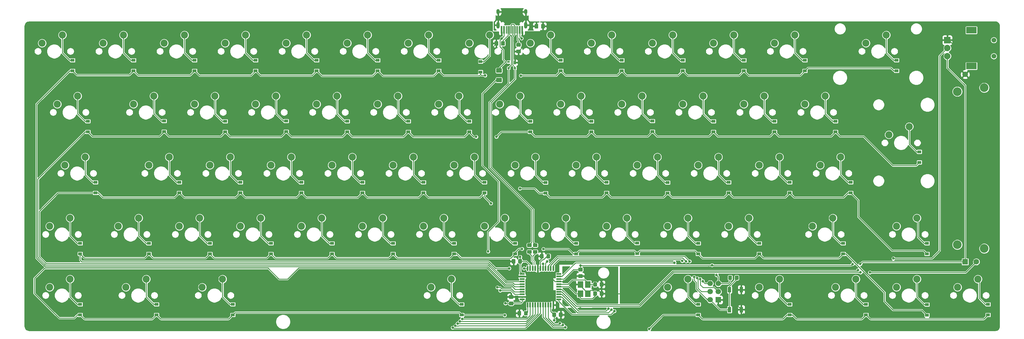
<source format=gbr>
G04 #@! TF.GenerationSoftware,KiCad,Pcbnew,5.1.5+dfsg1-2build2*
G04 #@! TF.CreationDate,2021-01-13T17:57:37+01:00*
G04 #@! TF.ProjectId,suruq-keyboard-pcb,73757275-712d-46b6-9579-626f6172642d,rev?*
G04 #@! TF.SameCoordinates,Original*
G04 #@! TF.FileFunction,Copper,L2,Bot*
G04 #@! TF.FilePolarity,Positive*
%FSLAX46Y46*%
G04 Gerber Fmt 4.6, Leading zero omitted, Abs format (unit mm)*
G04 Created by KiCad (PCBNEW 5.1.5+dfsg1-2build2) date 2021-01-13 17:57:37*
%MOMM*%
%LPD*%
G04 APERTURE LIST*
%ADD10C,0.100000*%
%ADD11R,1.700000X1.700000*%
%ADD12C,1.700000*%
%ADD13C,2.700000*%
%ADD14C,1.750000*%
%ADD15R,1.750000X1.750000*%
%ADD16R,2.000000X2.000000*%
%ADD17C,2.000000*%
%ADD18R,3.200000X2.000000*%
%ADD19C,1.500000*%
%ADD20C,2.200000*%
%ADD21R,1.100000X1.800000*%
%ADD22R,0.600000X2.450000*%
%ADD23R,0.300000X2.450000*%
%ADD24O,1.000000X2.100000*%
%ADD25O,1.000000X1.600000*%
%ADD26R,1.800000X2.100000*%
%ADD27R,1.500000X0.550000*%
%ADD28R,0.550000X1.500000*%
%ADD29R,0.700000X1.000000*%
%ADD30R,0.700000X0.600000*%
%ADD31R,1.200000X0.900000*%
%ADD32C,0.800000*%
%ADD33C,0.250000*%
%ADD34C,0.200000*%
%ADD35C,0.254000*%
G04 APERTURE END LIST*
G04 #@! TA.AperFunction,SMDPad,CuDef*
D10*
G36*
X222149505Y-93401204D02*
G01*
X222173773Y-93404804D01*
X222197572Y-93410765D01*
X222220671Y-93419030D01*
X222242850Y-93429520D01*
X222263893Y-93442132D01*
X222283599Y-93456747D01*
X222301777Y-93473223D01*
X222318253Y-93491401D01*
X222332868Y-93511107D01*
X222345480Y-93532150D01*
X222355970Y-93554329D01*
X222364235Y-93577428D01*
X222370196Y-93601227D01*
X222373796Y-93625495D01*
X222375000Y-93649999D01*
X222375000Y-94550001D01*
X222373796Y-94574505D01*
X222370196Y-94598773D01*
X222364235Y-94622572D01*
X222355970Y-94645671D01*
X222345480Y-94667850D01*
X222332868Y-94688893D01*
X222318253Y-94708599D01*
X222301777Y-94726777D01*
X222283599Y-94743253D01*
X222263893Y-94757868D01*
X222242850Y-94770480D01*
X222220671Y-94780970D01*
X222197572Y-94789235D01*
X222173773Y-94795196D01*
X222149505Y-94798796D01*
X222125001Y-94800000D01*
X221474999Y-94800000D01*
X221450495Y-94798796D01*
X221426227Y-94795196D01*
X221402428Y-94789235D01*
X221379329Y-94780970D01*
X221357150Y-94770480D01*
X221336107Y-94757868D01*
X221316401Y-94743253D01*
X221298223Y-94726777D01*
X221281747Y-94708599D01*
X221267132Y-94688893D01*
X221254520Y-94667850D01*
X221244030Y-94645671D01*
X221235765Y-94622572D01*
X221229804Y-94598773D01*
X221226204Y-94574505D01*
X221225000Y-94550001D01*
X221225000Y-93649999D01*
X221226204Y-93625495D01*
X221229804Y-93601227D01*
X221235765Y-93577428D01*
X221244030Y-93554329D01*
X221254520Y-93532150D01*
X221267132Y-93511107D01*
X221281747Y-93491401D01*
X221298223Y-93473223D01*
X221316401Y-93456747D01*
X221336107Y-93442132D01*
X221357150Y-93429520D01*
X221379329Y-93419030D01*
X221402428Y-93410765D01*
X221426227Y-93404804D01*
X221450495Y-93401204D01*
X221474999Y-93400000D01*
X222125001Y-93400000D01*
X222149505Y-93401204D01*
G37*
G04 #@! TD.AperFunction*
G04 #@! TA.AperFunction,SMDPad,CuDef*
G36*
X224199505Y-93401204D02*
G01*
X224223773Y-93404804D01*
X224247572Y-93410765D01*
X224270671Y-93419030D01*
X224292850Y-93429520D01*
X224313893Y-93442132D01*
X224333599Y-93456747D01*
X224351777Y-93473223D01*
X224368253Y-93491401D01*
X224382868Y-93511107D01*
X224395480Y-93532150D01*
X224405970Y-93554329D01*
X224414235Y-93577428D01*
X224420196Y-93601227D01*
X224423796Y-93625495D01*
X224425000Y-93649999D01*
X224425000Y-94550001D01*
X224423796Y-94574505D01*
X224420196Y-94598773D01*
X224414235Y-94622572D01*
X224405970Y-94645671D01*
X224395480Y-94667850D01*
X224382868Y-94688893D01*
X224368253Y-94708599D01*
X224351777Y-94726777D01*
X224333599Y-94743253D01*
X224313893Y-94757868D01*
X224292850Y-94770480D01*
X224270671Y-94780970D01*
X224247572Y-94789235D01*
X224223773Y-94795196D01*
X224199505Y-94798796D01*
X224175001Y-94800000D01*
X223524999Y-94800000D01*
X223500495Y-94798796D01*
X223476227Y-94795196D01*
X223452428Y-94789235D01*
X223429329Y-94780970D01*
X223407150Y-94770480D01*
X223386107Y-94757868D01*
X223366401Y-94743253D01*
X223348223Y-94726777D01*
X223331747Y-94708599D01*
X223317132Y-94688893D01*
X223304520Y-94667850D01*
X223294030Y-94645671D01*
X223285765Y-94622572D01*
X223279804Y-94598773D01*
X223276204Y-94574505D01*
X223275000Y-94550001D01*
X223275000Y-93649999D01*
X223276204Y-93625495D01*
X223279804Y-93601227D01*
X223285765Y-93577428D01*
X223294030Y-93554329D01*
X223304520Y-93532150D01*
X223317132Y-93511107D01*
X223331747Y-93491401D01*
X223348223Y-93473223D01*
X223366401Y-93456747D01*
X223386107Y-93442132D01*
X223407150Y-93429520D01*
X223429329Y-93419030D01*
X223452428Y-93410765D01*
X223476227Y-93404804D01*
X223500495Y-93401204D01*
X223524999Y-93400000D01*
X224175001Y-93400000D01*
X224199505Y-93401204D01*
G37*
G04 #@! TD.AperFunction*
D11*
X278560000Y-179510000D03*
D12*
X276020000Y-179510000D03*
X278560000Y-176970000D03*
X276020000Y-176970000D03*
X278560000Y-174430000D03*
X276020000Y-174430000D03*
D13*
X361550000Y-113290000D03*
X361550000Y-163490000D03*
X353150000Y-114490000D03*
X353150000Y-162290000D03*
D14*
X355600000Y-109140000D03*
X359100000Y-167640000D03*
D15*
X355600000Y-167640000D03*
D16*
X350043750Y-98425000D03*
D17*
X350043750Y-100925000D03*
X350043750Y-103425000D03*
D18*
X357543750Y-95325000D03*
X357543750Y-106525000D03*
D19*
X364543750Y-98425000D03*
X364543750Y-103425000D03*
D20*
X324643750Y-99377500D03*
X330993750Y-96837500D03*
D21*
X282050000Y-176362500D03*
X282050000Y-182562500D03*
X285750000Y-176362500D03*
X285750000Y-182562500D03*
D20*
X359568750Y-173037500D03*
X353218750Y-175577500D03*
X321468750Y-173037500D03*
X315118750Y-175577500D03*
X297656250Y-173037500D03*
X291306250Y-175577500D03*
X269081250Y-173037500D03*
X262731250Y-175577500D03*
X188912500Y-175577500D03*
X195262500Y-173037500D03*
X117475000Y-175577500D03*
X123825000Y-173037500D03*
X93662500Y-175577500D03*
X100012500Y-173037500D03*
X69850000Y-175577500D03*
X76200000Y-173037500D03*
X340518750Y-173037500D03*
X334168750Y-175577500D03*
X307975000Y-156527500D03*
X314325000Y-153987500D03*
X288131250Y-153987500D03*
X281781250Y-156527500D03*
X269081250Y-153987500D03*
X262731250Y-156527500D03*
X250031250Y-153987500D03*
X243681250Y-156527500D03*
X230981250Y-153987500D03*
X224631250Y-156527500D03*
X211931250Y-153987500D03*
X205581250Y-156527500D03*
X192881250Y-153987500D03*
X186531250Y-156527500D03*
X173831250Y-153987500D03*
X167481250Y-156527500D03*
X154781250Y-153987500D03*
X148431250Y-156527500D03*
X135731250Y-153987500D03*
X129381250Y-156527500D03*
X116681250Y-153987500D03*
X110331250Y-156527500D03*
X97631250Y-153987500D03*
X91281250Y-156527500D03*
X69850000Y-156527500D03*
X76200000Y-153987500D03*
X340518750Y-153987500D03*
X334168750Y-156527500D03*
X316706250Y-134937500D03*
X310356250Y-137477500D03*
X297656250Y-134937500D03*
X291306250Y-137477500D03*
X278606250Y-134937500D03*
X272256250Y-137477500D03*
X259556250Y-134937500D03*
X253206250Y-137477500D03*
X240506250Y-134937500D03*
X234156250Y-137477500D03*
X221456250Y-134937500D03*
X215106250Y-137477500D03*
X202406250Y-134937500D03*
X196056250Y-137477500D03*
X183356250Y-134937500D03*
X177006250Y-137477500D03*
X164306250Y-134937500D03*
X157956250Y-137477500D03*
X145256250Y-134937500D03*
X138906250Y-137477500D03*
X126206250Y-134937500D03*
X119856250Y-137477500D03*
X107156250Y-134937500D03*
X100806250Y-137477500D03*
X74612500Y-137477500D03*
X80962500Y-134937500D03*
X331787500Y-127952500D03*
X338137500Y-125412500D03*
X311943750Y-115887500D03*
X305593750Y-118427500D03*
X292893750Y-115887500D03*
X286543750Y-118427500D03*
X273843750Y-115887500D03*
X267493750Y-118427500D03*
X254793750Y-115887500D03*
X248443750Y-118427500D03*
X235743750Y-115887500D03*
X229393750Y-118427500D03*
X216693750Y-115887500D03*
X210343750Y-118427500D03*
X197643750Y-115887500D03*
X191293750Y-118427500D03*
X178593750Y-115887500D03*
X172243750Y-118427500D03*
X159543750Y-115887500D03*
X153193750Y-118427500D03*
X140493750Y-115887500D03*
X134143750Y-118427500D03*
X121443750Y-115887500D03*
X115093750Y-118427500D03*
X102393750Y-115887500D03*
X96043750Y-118427500D03*
X78581250Y-115887500D03*
X72231250Y-118427500D03*
X302418750Y-96837500D03*
X296068750Y-99377500D03*
X283368750Y-96837500D03*
X277018750Y-99377500D03*
X264318750Y-96837500D03*
X257968750Y-99377500D03*
X245268750Y-96837500D03*
X238918750Y-99377500D03*
X226218750Y-96837500D03*
X219868750Y-99377500D03*
X207168750Y-96837500D03*
X200818750Y-99377500D03*
X188118750Y-96837500D03*
X181768750Y-99377500D03*
X169068750Y-96837500D03*
X162718750Y-99377500D03*
X150018750Y-96837500D03*
X143668750Y-99377500D03*
X130968750Y-96837500D03*
X124618750Y-99377500D03*
X111918750Y-96837500D03*
X105568750Y-99377500D03*
X92868750Y-96837500D03*
X86518750Y-99377500D03*
X73818750Y-96837500D03*
X67468750Y-99377500D03*
D22*
X217378750Y-95190000D03*
X210928750Y-95190000D03*
X216603750Y-95190000D03*
X211703750Y-95190000D03*
D23*
X212403750Y-95190000D03*
X215903750Y-95190000D03*
X212903750Y-95190000D03*
X215403750Y-95190000D03*
X213403750Y-95190000D03*
X214903750Y-95190000D03*
X214403750Y-95190000D03*
X213903750Y-95190000D03*
D24*
X209833750Y-93775000D03*
X218473750Y-93775000D03*
D25*
X209833750Y-89595000D03*
X218473750Y-89595000D03*
D26*
X237850000Y-177600000D03*
X237850000Y-174700000D03*
X235550000Y-174700000D03*
X235550000Y-177600000D03*
D27*
X217343750Y-171418750D03*
X217343750Y-172218750D03*
X217343750Y-173018750D03*
X217343750Y-173818750D03*
X217343750Y-174618750D03*
X217343750Y-175418750D03*
X217343750Y-176218750D03*
X217343750Y-177018750D03*
X217343750Y-177818750D03*
X217343750Y-178618750D03*
X217343750Y-179418750D03*
D28*
X219043750Y-181118750D03*
X219843750Y-181118750D03*
X220643750Y-181118750D03*
X221443750Y-181118750D03*
X222243750Y-181118750D03*
X223043750Y-181118750D03*
X223843750Y-181118750D03*
X224643750Y-181118750D03*
X225443750Y-181118750D03*
X226243750Y-181118750D03*
X227043750Y-181118750D03*
D27*
X228743750Y-179418750D03*
X228743750Y-178618750D03*
X228743750Y-177818750D03*
X228743750Y-177018750D03*
X228743750Y-176218750D03*
X228743750Y-175418750D03*
X228743750Y-174618750D03*
X228743750Y-173818750D03*
X228743750Y-173018750D03*
X228743750Y-172218750D03*
X228743750Y-171418750D03*
D28*
X227043750Y-169718750D03*
X226243750Y-169718750D03*
X225443750Y-169718750D03*
X224643750Y-169718750D03*
X223843750Y-169718750D03*
X223043750Y-169718750D03*
X222243750Y-169718750D03*
X221443750Y-169718750D03*
X220643750Y-169718750D03*
X219843750Y-169718750D03*
X219043750Y-169718750D03*
D29*
X215100000Y-105450000D03*
D30*
X213100000Y-105250000D03*
X215100000Y-107150000D03*
X213100000Y-107150000D03*
G04 #@! TA.AperFunction,SMDPad,CuDef*
D10*
G36*
X218849505Y-183001204D02*
G01*
X218873773Y-183004804D01*
X218897572Y-183010765D01*
X218920671Y-183019030D01*
X218942850Y-183029520D01*
X218963893Y-183042132D01*
X218983599Y-183056747D01*
X219001777Y-183073223D01*
X219018253Y-183091401D01*
X219032868Y-183111107D01*
X219045480Y-183132150D01*
X219055970Y-183154329D01*
X219064235Y-183177428D01*
X219070196Y-183201227D01*
X219073796Y-183225495D01*
X219075000Y-183249999D01*
X219075000Y-184150001D01*
X219073796Y-184174505D01*
X219070196Y-184198773D01*
X219064235Y-184222572D01*
X219055970Y-184245671D01*
X219045480Y-184267850D01*
X219032868Y-184288893D01*
X219018253Y-184308599D01*
X219001777Y-184326777D01*
X218983599Y-184343253D01*
X218963893Y-184357868D01*
X218942850Y-184370480D01*
X218920671Y-184380970D01*
X218897572Y-184389235D01*
X218873773Y-184395196D01*
X218849505Y-184398796D01*
X218825001Y-184400000D01*
X218174999Y-184400000D01*
X218150495Y-184398796D01*
X218126227Y-184395196D01*
X218102428Y-184389235D01*
X218079329Y-184380970D01*
X218057150Y-184370480D01*
X218036107Y-184357868D01*
X218016401Y-184343253D01*
X217998223Y-184326777D01*
X217981747Y-184308599D01*
X217967132Y-184288893D01*
X217954520Y-184267850D01*
X217944030Y-184245671D01*
X217935765Y-184222572D01*
X217929804Y-184198773D01*
X217926204Y-184174505D01*
X217925000Y-184150001D01*
X217925000Y-183249999D01*
X217926204Y-183225495D01*
X217929804Y-183201227D01*
X217935765Y-183177428D01*
X217944030Y-183154329D01*
X217954520Y-183132150D01*
X217967132Y-183111107D01*
X217981747Y-183091401D01*
X217998223Y-183073223D01*
X218016401Y-183056747D01*
X218036107Y-183042132D01*
X218057150Y-183029520D01*
X218079329Y-183019030D01*
X218102428Y-183010765D01*
X218126227Y-183004804D01*
X218150495Y-183001204D01*
X218174999Y-183000000D01*
X218825001Y-183000000D01*
X218849505Y-183001204D01*
G37*
G04 #@! TD.AperFunction*
G04 #@! TA.AperFunction,SMDPad,CuDef*
G36*
X216799505Y-183001204D02*
G01*
X216823773Y-183004804D01*
X216847572Y-183010765D01*
X216870671Y-183019030D01*
X216892850Y-183029520D01*
X216913893Y-183042132D01*
X216933599Y-183056747D01*
X216951777Y-183073223D01*
X216968253Y-183091401D01*
X216982868Y-183111107D01*
X216995480Y-183132150D01*
X217005970Y-183154329D01*
X217014235Y-183177428D01*
X217020196Y-183201227D01*
X217023796Y-183225495D01*
X217025000Y-183249999D01*
X217025000Y-184150001D01*
X217023796Y-184174505D01*
X217020196Y-184198773D01*
X217014235Y-184222572D01*
X217005970Y-184245671D01*
X216995480Y-184267850D01*
X216982868Y-184288893D01*
X216968253Y-184308599D01*
X216951777Y-184326777D01*
X216933599Y-184343253D01*
X216913893Y-184357868D01*
X216892850Y-184370480D01*
X216870671Y-184380970D01*
X216847572Y-184389235D01*
X216823773Y-184395196D01*
X216799505Y-184398796D01*
X216775001Y-184400000D01*
X216124999Y-184400000D01*
X216100495Y-184398796D01*
X216076227Y-184395196D01*
X216052428Y-184389235D01*
X216029329Y-184380970D01*
X216007150Y-184370480D01*
X215986107Y-184357868D01*
X215966401Y-184343253D01*
X215948223Y-184326777D01*
X215931747Y-184308599D01*
X215917132Y-184288893D01*
X215904520Y-184267850D01*
X215894030Y-184245671D01*
X215885765Y-184222572D01*
X215879804Y-184198773D01*
X215876204Y-184174505D01*
X215875000Y-184150001D01*
X215875000Y-183249999D01*
X215876204Y-183225495D01*
X215879804Y-183201227D01*
X215885765Y-183177428D01*
X215894030Y-183154329D01*
X215904520Y-183132150D01*
X215917132Y-183111107D01*
X215931747Y-183091401D01*
X215948223Y-183073223D01*
X215966401Y-183056747D01*
X215986107Y-183042132D01*
X216007150Y-183029520D01*
X216029329Y-183019030D01*
X216052428Y-183010765D01*
X216076227Y-183004804D01*
X216100495Y-183001204D01*
X216124999Y-183000000D01*
X216775001Y-183000000D01*
X216799505Y-183001204D01*
G37*
G04 #@! TD.AperFunction*
G04 #@! TA.AperFunction,SMDPad,CuDef*
G36*
X282599505Y-171901204D02*
G01*
X282623773Y-171904804D01*
X282647572Y-171910765D01*
X282670671Y-171919030D01*
X282692850Y-171929520D01*
X282713893Y-171942132D01*
X282733599Y-171956747D01*
X282751777Y-171973223D01*
X282768253Y-171991401D01*
X282782868Y-172011107D01*
X282795480Y-172032150D01*
X282805970Y-172054329D01*
X282814235Y-172077428D01*
X282820196Y-172101227D01*
X282823796Y-172125495D01*
X282825000Y-172149999D01*
X282825000Y-173050001D01*
X282823796Y-173074505D01*
X282820196Y-173098773D01*
X282814235Y-173122572D01*
X282805970Y-173145671D01*
X282795480Y-173167850D01*
X282782868Y-173188893D01*
X282768253Y-173208599D01*
X282751777Y-173226777D01*
X282733599Y-173243253D01*
X282713893Y-173257868D01*
X282692850Y-173270480D01*
X282670671Y-173280970D01*
X282647572Y-173289235D01*
X282623773Y-173295196D01*
X282599505Y-173298796D01*
X282575001Y-173300000D01*
X281924999Y-173300000D01*
X281900495Y-173298796D01*
X281876227Y-173295196D01*
X281852428Y-173289235D01*
X281829329Y-173280970D01*
X281807150Y-173270480D01*
X281786107Y-173257868D01*
X281766401Y-173243253D01*
X281748223Y-173226777D01*
X281731747Y-173208599D01*
X281717132Y-173188893D01*
X281704520Y-173167850D01*
X281694030Y-173145671D01*
X281685765Y-173122572D01*
X281679804Y-173098773D01*
X281676204Y-173074505D01*
X281675000Y-173050001D01*
X281675000Y-172149999D01*
X281676204Y-172125495D01*
X281679804Y-172101227D01*
X281685765Y-172077428D01*
X281694030Y-172054329D01*
X281704520Y-172032150D01*
X281717132Y-172011107D01*
X281731747Y-171991401D01*
X281748223Y-171973223D01*
X281766401Y-171956747D01*
X281786107Y-171942132D01*
X281807150Y-171929520D01*
X281829329Y-171919030D01*
X281852428Y-171910765D01*
X281876227Y-171904804D01*
X281900495Y-171901204D01*
X281924999Y-171900000D01*
X282575001Y-171900000D01*
X282599505Y-171901204D01*
G37*
G04 #@! TD.AperFunction*
G04 #@! TA.AperFunction,SMDPad,CuDef*
G36*
X284649505Y-171901204D02*
G01*
X284673773Y-171904804D01*
X284697572Y-171910765D01*
X284720671Y-171919030D01*
X284742850Y-171929520D01*
X284763893Y-171942132D01*
X284783599Y-171956747D01*
X284801777Y-171973223D01*
X284818253Y-171991401D01*
X284832868Y-172011107D01*
X284845480Y-172032150D01*
X284855970Y-172054329D01*
X284864235Y-172077428D01*
X284870196Y-172101227D01*
X284873796Y-172125495D01*
X284875000Y-172149999D01*
X284875000Y-173050001D01*
X284873796Y-173074505D01*
X284870196Y-173098773D01*
X284864235Y-173122572D01*
X284855970Y-173145671D01*
X284845480Y-173167850D01*
X284832868Y-173188893D01*
X284818253Y-173208599D01*
X284801777Y-173226777D01*
X284783599Y-173243253D01*
X284763893Y-173257868D01*
X284742850Y-173270480D01*
X284720671Y-173280970D01*
X284697572Y-173289235D01*
X284673773Y-173295196D01*
X284649505Y-173298796D01*
X284625001Y-173300000D01*
X283974999Y-173300000D01*
X283950495Y-173298796D01*
X283926227Y-173295196D01*
X283902428Y-173289235D01*
X283879329Y-173280970D01*
X283857150Y-173270480D01*
X283836107Y-173257868D01*
X283816401Y-173243253D01*
X283798223Y-173226777D01*
X283781747Y-173208599D01*
X283767132Y-173188893D01*
X283754520Y-173167850D01*
X283744030Y-173145671D01*
X283735765Y-173122572D01*
X283729804Y-173098773D01*
X283726204Y-173074505D01*
X283725000Y-173050001D01*
X283725000Y-172149999D01*
X283726204Y-172125495D01*
X283729804Y-172101227D01*
X283735765Y-172077428D01*
X283744030Y-172054329D01*
X283754520Y-172032150D01*
X283767132Y-172011107D01*
X283781747Y-171991401D01*
X283798223Y-171973223D01*
X283816401Y-171956747D01*
X283836107Y-171942132D01*
X283857150Y-171929520D01*
X283879329Y-171919030D01*
X283902428Y-171910765D01*
X283926227Y-171904804D01*
X283950495Y-171901204D01*
X283974999Y-171900000D01*
X284625001Y-171900000D01*
X284649505Y-171901204D01*
G37*
G04 #@! TD.AperFunction*
G04 #@! TA.AperFunction,SMDPad,CuDef*
G36*
X221874505Y-161901204D02*
G01*
X221898773Y-161904804D01*
X221922572Y-161910765D01*
X221945671Y-161919030D01*
X221967850Y-161929520D01*
X221988893Y-161942132D01*
X222008599Y-161956747D01*
X222026777Y-161973223D01*
X222043253Y-161991401D01*
X222057868Y-162011107D01*
X222070480Y-162032150D01*
X222080970Y-162054329D01*
X222089235Y-162077428D01*
X222095196Y-162101227D01*
X222098796Y-162125495D01*
X222100000Y-162149999D01*
X222100000Y-162800001D01*
X222098796Y-162824505D01*
X222095196Y-162848773D01*
X222089235Y-162872572D01*
X222080970Y-162895671D01*
X222070480Y-162917850D01*
X222057868Y-162938893D01*
X222043253Y-162958599D01*
X222026777Y-162976777D01*
X222008599Y-162993253D01*
X221988893Y-163007868D01*
X221967850Y-163020480D01*
X221945671Y-163030970D01*
X221922572Y-163039235D01*
X221898773Y-163045196D01*
X221874505Y-163048796D01*
X221850001Y-163050000D01*
X220949999Y-163050000D01*
X220925495Y-163048796D01*
X220901227Y-163045196D01*
X220877428Y-163039235D01*
X220854329Y-163030970D01*
X220832150Y-163020480D01*
X220811107Y-163007868D01*
X220791401Y-162993253D01*
X220773223Y-162976777D01*
X220756747Y-162958599D01*
X220742132Y-162938893D01*
X220729520Y-162917850D01*
X220719030Y-162895671D01*
X220710765Y-162872572D01*
X220704804Y-162848773D01*
X220701204Y-162824505D01*
X220700000Y-162800001D01*
X220700000Y-162149999D01*
X220701204Y-162125495D01*
X220704804Y-162101227D01*
X220710765Y-162077428D01*
X220719030Y-162054329D01*
X220729520Y-162032150D01*
X220742132Y-162011107D01*
X220756747Y-161991401D01*
X220773223Y-161973223D01*
X220791401Y-161956747D01*
X220811107Y-161942132D01*
X220832150Y-161929520D01*
X220854329Y-161919030D01*
X220877428Y-161910765D01*
X220901227Y-161904804D01*
X220925495Y-161901204D01*
X220949999Y-161900000D01*
X221850001Y-161900000D01*
X221874505Y-161901204D01*
G37*
G04 #@! TD.AperFunction*
G04 #@! TA.AperFunction,SMDPad,CuDef*
G36*
X221874505Y-163951204D02*
G01*
X221898773Y-163954804D01*
X221922572Y-163960765D01*
X221945671Y-163969030D01*
X221967850Y-163979520D01*
X221988893Y-163992132D01*
X222008599Y-164006747D01*
X222026777Y-164023223D01*
X222043253Y-164041401D01*
X222057868Y-164061107D01*
X222070480Y-164082150D01*
X222080970Y-164104329D01*
X222089235Y-164127428D01*
X222095196Y-164151227D01*
X222098796Y-164175495D01*
X222100000Y-164199999D01*
X222100000Y-164850001D01*
X222098796Y-164874505D01*
X222095196Y-164898773D01*
X222089235Y-164922572D01*
X222080970Y-164945671D01*
X222070480Y-164967850D01*
X222057868Y-164988893D01*
X222043253Y-165008599D01*
X222026777Y-165026777D01*
X222008599Y-165043253D01*
X221988893Y-165057868D01*
X221967850Y-165070480D01*
X221945671Y-165080970D01*
X221922572Y-165089235D01*
X221898773Y-165095196D01*
X221874505Y-165098796D01*
X221850001Y-165100000D01*
X220949999Y-165100000D01*
X220925495Y-165098796D01*
X220901227Y-165095196D01*
X220877428Y-165089235D01*
X220854329Y-165080970D01*
X220832150Y-165070480D01*
X220811107Y-165057868D01*
X220791401Y-165043253D01*
X220773223Y-165026777D01*
X220756747Y-165008599D01*
X220742132Y-164988893D01*
X220729520Y-164967850D01*
X220719030Y-164945671D01*
X220710765Y-164922572D01*
X220704804Y-164898773D01*
X220701204Y-164874505D01*
X220700000Y-164850001D01*
X220700000Y-164199999D01*
X220701204Y-164175495D01*
X220704804Y-164151227D01*
X220710765Y-164127428D01*
X220719030Y-164104329D01*
X220729520Y-164082150D01*
X220742132Y-164061107D01*
X220756747Y-164041401D01*
X220773223Y-164023223D01*
X220791401Y-164006747D01*
X220811107Y-163992132D01*
X220832150Y-163979520D01*
X220854329Y-163969030D01*
X220877428Y-163960765D01*
X220901227Y-163954804D01*
X220925495Y-163951204D01*
X220949999Y-163950000D01*
X221850001Y-163950000D01*
X221874505Y-163951204D01*
G37*
G04 #@! TD.AperFunction*
G04 #@! TA.AperFunction,SMDPad,CuDef*
G36*
X220074505Y-161901204D02*
G01*
X220098773Y-161904804D01*
X220122572Y-161910765D01*
X220145671Y-161919030D01*
X220167850Y-161929520D01*
X220188893Y-161942132D01*
X220208599Y-161956747D01*
X220226777Y-161973223D01*
X220243253Y-161991401D01*
X220257868Y-162011107D01*
X220270480Y-162032150D01*
X220280970Y-162054329D01*
X220289235Y-162077428D01*
X220295196Y-162101227D01*
X220298796Y-162125495D01*
X220300000Y-162149999D01*
X220300000Y-162800001D01*
X220298796Y-162824505D01*
X220295196Y-162848773D01*
X220289235Y-162872572D01*
X220280970Y-162895671D01*
X220270480Y-162917850D01*
X220257868Y-162938893D01*
X220243253Y-162958599D01*
X220226777Y-162976777D01*
X220208599Y-162993253D01*
X220188893Y-163007868D01*
X220167850Y-163020480D01*
X220145671Y-163030970D01*
X220122572Y-163039235D01*
X220098773Y-163045196D01*
X220074505Y-163048796D01*
X220050001Y-163050000D01*
X219149999Y-163050000D01*
X219125495Y-163048796D01*
X219101227Y-163045196D01*
X219077428Y-163039235D01*
X219054329Y-163030970D01*
X219032150Y-163020480D01*
X219011107Y-163007868D01*
X218991401Y-162993253D01*
X218973223Y-162976777D01*
X218956747Y-162958599D01*
X218942132Y-162938893D01*
X218929520Y-162917850D01*
X218919030Y-162895671D01*
X218910765Y-162872572D01*
X218904804Y-162848773D01*
X218901204Y-162824505D01*
X218900000Y-162800001D01*
X218900000Y-162149999D01*
X218901204Y-162125495D01*
X218904804Y-162101227D01*
X218910765Y-162077428D01*
X218919030Y-162054329D01*
X218929520Y-162032150D01*
X218942132Y-162011107D01*
X218956747Y-161991401D01*
X218973223Y-161973223D01*
X218991401Y-161956747D01*
X219011107Y-161942132D01*
X219032150Y-161929520D01*
X219054329Y-161919030D01*
X219077428Y-161910765D01*
X219101227Y-161904804D01*
X219125495Y-161901204D01*
X219149999Y-161900000D01*
X220050001Y-161900000D01*
X220074505Y-161901204D01*
G37*
G04 #@! TD.AperFunction*
G04 #@! TA.AperFunction,SMDPad,CuDef*
G36*
X220074505Y-163951204D02*
G01*
X220098773Y-163954804D01*
X220122572Y-163960765D01*
X220145671Y-163969030D01*
X220167850Y-163979520D01*
X220188893Y-163992132D01*
X220208599Y-164006747D01*
X220226777Y-164023223D01*
X220243253Y-164041401D01*
X220257868Y-164061107D01*
X220270480Y-164082150D01*
X220280970Y-164104329D01*
X220289235Y-164127428D01*
X220295196Y-164151227D01*
X220298796Y-164175495D01*
X220300000Y-164199999D01*
X220300000Y-164850001D01*
X220298796Y-164874505D01*
X220295196Y-164898773D01*
X220289235Y-164922572D01*
X220280970Y-164945671D01*
X220270480Y-164967850D01*
X220257868Y-164988893D01*
X220243253Y-165008599D01*
X220226777Y-165026777D01*
X220208599Y-165043253D01*
X220188893Y-165057868D01*
X220167850Y-165070480D01*
X220145671Y-165080970D01*
X220122572Y-165089235D01*
X220098773Y-165095196D01*
X220074505Y-165098796D01*
X220050001Y-165100000D01*
X219149999Y-165100000D01*
X219125495Y-165098796D01*
X219101227Y-165095196D01*
X219077428Y-165089235D01*
X219054329Y-165080970D01*
X219032150Y-165070480D01*
X219011107Y-165057868D01*
X218991401Y-165043253D01*
X218973223Y-165026777D01*
X218956747Y-165008599D01*
X218942132Y-164988893D01*
X218929520Y-164967850D01*
X218919030Y-164945671D01*
X218910765Y-164922572D01*
X218904804Y-164898773D01*
X218901204Y-164874505D01*
X218900000Y-164850001D01*
X218900000Y-164199999D01*
X218901204Y-164175495D01*
X218904804Y-164151227D01*
X218910765Y-164127428D01*
X218919030Y-164104329D01*
X218929520Y-164082150D01*
X218942132Y-164061107D01*
X218956747Y-164041401D01*
X218973223Y-164023223D01*
X218991401Y-164006747D01*
X219011107Y-163992132D01*
X219032150Y-163979520D01*
X219054329Y-163969030D01*
X219077428Y-163960765D01*
X219101227Y-163954804D01*
X219125495Y-163951204D01*
X219149999Y-163950000D01*
X220050001Y-163950000D01*
X220074505Y-163951204D01*
G37*
G04 #@! TD.AperFunction*
G04 #@! TA.AperFunction,SMDPad,CuDef*
G36*
X211699505Y-98751204D02*
G01*
X211723773Y-98754804D01*
X211747572Y-98760765D01*
X211770671Y-98769030D01*
X211792850Y-98779520D01*
X211813893Y-98792132D01*
X211833599Y-98806747D01*
X211851777Y-98823223D01*
X211868253Y-98841401D01*
X211882868Y-98861107D01*
X211895480Y-98882150D01*
X211905970Y-98904329D01*
X211914235Y-98927428D01*
X211920196Y-98951227D01*
X211923796Y-98975495D01*
X211925000Y-98999999D01*
X211925000Y-99900001D01*
X211923796Y-99924505D01*
X211920196Y-99948773D01*
X211914235Y-99972572D01*
X211905970Y-99995671D01*
X211895480Y-100017850D01*
X211882868Y-100038893D01*
X211868253Y-100058599D01*
X211851777Y-100076777D01*
X211833599Y-100093253D01*
X211813893Y-100107868D01*
X211792850Y-100120480D01*
X211770671Y-100130970D01*
X211747572Y-100139235D01*
X211723773Y-100145196D01*
X211699505Y-100148796D01*
X211675001Y-100150000D01*
X211024999Y-100150000D01*
X211000495Y-100148796D01*
X210976227Y-100145196D01*
X210952428Y-100139235D01*
X210929329Y-100130970D01*
X210907150Y-100120480D01*
X210886107Y-100107868D01*
X210866401Y-100093253D01*
X210848223Y-100076777D01*
X210831747Y-100058599D01*
X210817132Y-100038893D01*
X210804520Y-100017850D01*
X210794030Y-99995671D01*
X210785765Y-99972572D01*
X210779804Y-99948773D01*
X210776204Y-99924505D01*
X210775000Y-99900001D01*
X210775000Y-98999999D01*
X210776204Y-98975495D01*
X210779804Y-98951227D01*
X210785765Y-98927428D01*
X210794030Y-98904329D01*
X210804520Y-98882150D01*
X210817132Y-98861107D01*
X210831747Y-98841401D01*
X210848223Y-98823223D01*
X210866401Y-98806747D01*
X210886107Y-98792132D01*
X210907150Y-98779520D01*
X210929329Y-98769030D01*
X210952428Y-98760765D01*
X210976227Y-98754804D01*
X211000495Y-98751204D01*
X211024999Y-98750000D01*
X211675001Y-98750000D01*
X211699505Y-98751204D01*
G37*
G04 #@! TD.AperFunction*
G04 #@! TA.AperFunction,SMDPad,CuDef*
G36*
X209649505Y-98751204D02*
G01*
X209673773Y-98754804D01*
X209697572Y-98760765D01*
X209720671Y-98769030D01*
X209742850Y-98779520D01*
X209763893Y-98792132D01*
X209783599Y-98806747D01*
X209801777Y-98823223D01*
X209818253Y-98841401D01*
X209832868Y-98861107D01*
X209845480Y-98882150D01*
X209855970Y-98904329D01*
X209864235Y-98927428D01*
X209870196Y-98951227D01*
X209873796Y-98975495D01*
X209875000Y-98999999D01*
X209875000Y-99900001D01*
X209873796Y-99924505D01*
X209870196Y-99948773D01*
X209864235Y-99972572D01*
X209855970Y-99995671D01*
X209845480Y-100017850D01*
X209832868Y-100038893D01*
X209818253Y-100058599D01*
X209801777Y-100076777D01*
X209783599Y-100093253D01*
X209763893Y-100107868D01*
X209742850Y-100120480D01*
X209720671Y-100130970D01*
X209697572Y-100139235D01*
X209673773Y-100145196D01*
X209649505Y-100148796D01*
X209625001Y-100150000D01*
X208974999Y-100150000D01*
X208950495Y-100148796D01*
X208926227Y-100145196D01*
X208902428Y-100139235D01*
X208879329Y-100130970D01*
X208857150Y-100120480D01*
X208836107Y-100107868D01*
X208816401Y-100093253D01*
X208798223Y-100076777D01*
X208781747Y-100058599D01*
X208767132Y-100038893D01*
X208754520Y-100017850D01*
X208744030Y-99995671D01*
X208735765Y-99972572D01*
X208729804Y-99948773D01*
X208726204Y-99924505D01*
X208725000Y-99900001D01*
X208725000Y-98999999D01*
X208726204Y-98975495D01*
X208729804Y-98951227D01*
X208735765Y-98927428D01*
X208744030Y-98904329D01*
X208754520Y-98882150D01*
X208767132Y-98861107D01*
X208781747Y-98841401D01*
X208798223Y-98823223D01*
X208816401Y-98806747D01*
X208836107Y-98792132D01*
X208857150Y-98779520D01*
X208879329Y-98769030D01*
X208902428Y-98760765D01*
X208926227Y-98754804D01*
X208950495Y-98751204D01*
X208974999Y-98750000D01*
X209625001Y-98750000D01*
X209649505Y-98751204D01*
G37*
G04 #@! TD.AperFunction*
G04 #@! TA.AperFunction,SMDPad,CuDef*
G36*
X216674505Y-99326204D02*
G01*
X216698773Y-99329804D01*
X216722572Y-99335765D01*
X216745671Y-99344030D01*
X216767850Y-99354520D01*
X216788893Y-99367132D01*
X216808599Y-99381747D01*
X216826777Y-99398223D01*
X216843253Y-99416401D01*
X216857868Y-99436107D01*
X216870480Y-99457150D01*
X216880970Y-99479329D01*
X216889235Y-99502428D01*
X216895196Y-99526227D01*
X216898796Y-99550495D01*
X216900000Y-99574999D01*
X216900000Y-100225001D01*
X216898796Y-100249505D01*
X216895196Y-100273773D01*
X216889235Y-100297572D01*
X216880970Y-100320671D01*
X216870480Y-100342850D01*
X216857868Y-100363893D01*
X216843253Y-100383599D01*
X216826777Y-100401777D01*
X216808599Y-100418253D01*
X216788893Y-100432868D01*
X216767850Y-100445480D01*
X216745671Y-100455970D01*
X216722572Y-100464235D01*
X216698773Y-100470196D01*
X216674505Y-100473796D01*
X216650001Y-100475000D01*
X215749999Y-100475000D01*
X215725495Y-100473796D01*
X215701227Y-100470196D01*
X215677428Y-100464235D01*
X215654329Y-100455970D01*
X215632150Y-100445480D01*
X215611107Y-100432868D01*
X215591401Y-100418253D01*
X215573223Y-100401777D01*
X215556747Y-100383599D01*
X215542132Y-100363893D01*
X215529520Y-100342850D01*
X215519030Y-100320671D01*
X215510765Y-100297572D01*
X215504804Y-100273773D01*
X215501204Y-100249505D01*
X215500000Y-100225001D01*
X215500000Y-99574999D01*
X215501204Y-99550495D01*
X215504804Y-99526227D01*
X215510765Y-99502428D01*
X215519030Y-99479329D01*
X215529520Y-99457150D01*
X215542132Y-99436107D01*
X215556747Y-99416401D01*
X215573223Y-99398223D01*
X215591401Y-99381747D01*
X215611107Y-99367132D01*
X215632150Y-99354520D01*
X215654329Y-99344030D01*
X215677428Y-99335765D01*
X215701227Y-99329804D01*
X215725495Y-99326204D01*
X215749999Y-99325000D01*
X216650001Y-99325000D01*
X216674505Y-99326204D01*
G37*
G04 #@! TD.AperFunction*
G04 #@! TA.AperFunction,SMDPad,CuDef*
G36*
X216674505Y-101376204D02*
G01*
X216698773Y-101379804D01*
X216722572Y-101385765D01*
X216745671Y-101394030D01*
X216767850Y-101404520D01*
X216788893Y-101417132D01*
X216808599Y-101431747D01*
X216826777Y-101448223D01*
X216843253Y-101466401D01*
X216857868Y-101486107D01*
X216870480Y-101507150D01*
X216880970Y-101529329D01*
X216889235Y-101552428D01*
X216895196Y-101576227D01*
X216898796Y-101600495D01*
X216900000Y-101624999D01*
X216900000Y-102275001D01*
X216898796Y-102299505D01*
X216895196Y-102323773D01*
X216889235Y-102347572D01*
X216880970Y-102370671D01*
X216870480Y-102392850D01*
X216857868Y-102413893D01*
X216843253Y-102433599D01*
X216826777Y-102451777D01*
X216808599Y-102468253D01*
X216788893Y-102482868D01*
X216767850Y-102495480D01*
X216745671Y-102505970D01*
X216722572Y-102514235D01*
X216698773Y-102520196D01*
X216674505Y-102523796D01*
X216650001Y-102525000D01*
X215749999Y-102525000D01*
X215725495Y-102523796D01*
X215701227Y-102520196D01*
X215677428Y-102514235D01*
X215654329Y-102505970D01*
X215632150Y-102495480D01*
X215611107Y-102482868D01*
X215591401Y-102468253D01*
X215573223Y-102451777D01*
X215556747Y-102433599D01*
X215542132Y-102413893D01*
X215529520Y-102392850D01*
X215519030Y-102370671D01*
X215510765Y-102347572D01*
X215504804Y-102323773D01*
X215501204Y-102299505D01*
X215500000Y-102275001D01*
X215500000Y-101624999D01*
X215501204Y-101600495D01*
X215504804Y-101576227D01*
X215510765Y-101552428D01*
X215519030Y-101529329D01*
X215529520Y-101507150D01*
X215542132Y-101486107D01*
X215556747Y-101466401D01*
X215573223Y-101448223D01*
X215591401Y-101431747D01*
X215611107Y-101417132D01*
X215632150Y-101404520D01*
X215654329Y-101394030D01*
X215677428Y-101385765D01*
X215701227Y-101379804D01*
X215725495Y-101376204D01*
X215749999Y-101375000D01*
X216650001Y-101375000D01*
X216674505Y-101376204D01*
G37*
G04 #@! TD.AperFunction*
G04 #@! TA.AperFunction,SMDPad,CuDef*
G36*
X210749504Y-107201204D02*
G01*
X210773773Y-107204804D01*
X210797571Y-107210765D01*
X210820671Y-107219030D01*
X210842849Y-107229520D01*
X210863893Y-107242133D01*
X210883598Y-107256747D01*
X210901777Y-107273223D01*
X210918253Y-107291402D01*
X210932867Y-107311107D01*
X210945480Y-107332151D01*
X210955970Y-107354329D01*
X210964235Y-107377429D01*
X210970196Y-107401227D01*
X210973796Y-107425496D01*
X210975000Y-107450000D01*
X210975000Y-108375000D01*
X210973796Y-108399504D01*
X210970196Y-108423773D01*
X210964235Y-108447571D01*
X210955970Y-108470671D01*
X210945480Y-108492849D01*
X210932867Y-108513893D01*
X210918253Y-108533598D01*
X210901777Y-108551777D01*
X210883598Y-108568253D01*
X210863893Y-108582867D01*
X210842849Y-108595480D01*
X210820671Y-108605970D01*
X210797571Y-108614235D01*
X210773773Y-108620196D01*
X210749504Y-108623796D01*
X210725000Y-108625000D01*
X209475000Y-108625000D01*
X209450496Y-108623796D01*
X209426227Y-108620196D01*
X209402429Y-108614235D01*
X209379329Y-108605970D01*
X209357151Y-108595480D01*
X209336107Y-108582867D01*
X209316402Y-108568253D01*
X209298223Y-108551777D01*
X209281747Y-108533598D01*
X209267133Y-108513893D01*
X209254520Y-108492849D01*
X209244030Y-108470671D01*
X209235765Y-108447571D01*
X209229804Y-108423773D01*
X209226204Y-108399504D01*
X209225000Y-108375000D01*
X209225000Y-107450000D01*
X209226204Y-107425496D01*
X209229804Y-107401227D01*
X209235765Y-107377429D01*
X209244030Y-107354329D01*
X209254520Y-107332151D01*
X209267133Y-107311107D01*
X209281747Y-107291402D01*
X209298223Y-107273223D01*
X209316402Y-107256747D01*
X209336107Y-107242133D01*
X209357151Y-107229520D01*
X209379329Y-107219030D01*
X209402429Y-107210765D01*
X209426227Y-107204804D01*
X209450496Y-107201204D01*
X209475000Y-107200000D01*
X210725000Y-107200000D01*
X210749504Y-107201204D01*
G37*
G04 #@! TD.AperFunction*
G04 #@! TA.AperFunction,SMDPad,CuDef*
G36*
X210749504Y-110176204D02*
G01*
X210773773Y-110179804D01*
X210797571Y-110185765D01*
X210820671Y-110194030D01*
X210842849Y-110204520D01*
X210863893Y-110217133D01*
X210883598Y-110231747D01*
X210901777Y-110248223D01*
X210918253Y-110266402D01*
X210932867Y-110286107D01*
X210945480Y-110307151D01*
X210955970Y-110329329D01*
X210964235Y-110352429D01*
X210970196Y-110376227D01*
X210973796Y-110400496D01*
X210975000Y-110425000D01*
X210975000Y-111350000D01*
X210973796Y-111374504D01*
X210970196Y-111398773D01*
X210964235Y-111422571D01*
X210955970Y-111445671D01*
X210945480Y-111467849D01*
X210932867Y-111488893D01*
X210918253Y-111508598D01*
X210901777Y-111526777D01*
X210883598Y-111543253D01*
X210863893Y-111557867D01*
X210842849Y-111570480D01*
X210820671Y-111580970D01*
X210797571Y-111589235D01*
X210773773Y-111595196D01*
X210749504Y-111598796D01*
X210725000Y-111600000D01*
X209475000Y-111600000D01*
X209450496Y-111598796D01*
X209426227Y-111595196D01*
X209402429Y-111589235D01*
X209379329Y-111580970D01*
X209357151Y-111570480D01*
X209336107Y-111557867D01*
X209316402Y-111543253D01*
X209298223Y-111526777D01*
X209281747Y-111508598D01*
X209267133Y-111488893D01*
X209254520Y-111467849D01*
X209244030Y-111445671D01*
X209235765Y-111422571D01*
X209229804Y-111398773D01*
X209226204Y-111374504D01*
X209225000Y-111350000D01*
X209225000Y-110425000D01*
X209226204Y-110400496D01*
X209229804Y-110376227D01*
X209235765Y-110352429D01*
X209244030Y-110329329D01*
X209254520Y-110307151D01*
X209267133Y-110286107D01*
X209281747Y-110266402D01*
X209298223Y-110248223D01*
X209316402Y-110231747D01*
X209336107Y-110217133D01*
X209357151Y-110204520D01*
X209379329Y-110194030D01*
X209402429Y-110185765D01*
X209426227Y-110179804D01*
X209450496Y-110176204D01*
X209475000Y-110175000D01*
X210725000Y-110175000D01*
X210749504Y-110176204D01*
G37*
G04 #@! TD.AperFunction*
D31*
X362743750Y-180912500D03*
X362743750Y-184212500D03*
X324643750Y-180912500D03*
X324643750Y-184212500D03*
X300831250Y-180912500D03*
X300831250Y-184212500D03*
X272256250Y-180912500D03*
X272256250Y-184212500D03*
X198437500Y-180912500D03*
X198437500Y-184212500D03*
X127000000Y-180912500D03*
X127000000Y-184212500D03*
X103187500Y-180912500D03*
X103187500Y-184212500D03*
X79375000Y-180912500D03*
X79375000Y-184212500D03*
X343693750Y-180975000D03*
X343693750Y-184275000D03*
X317500000Y-161862500D03*
X317500000Y-165162500D03*
X291306250Y-161862500D03*
X291306250Y-165162500D03*
X272256250Y-161862500D03*
X272256250Y-165162500D03*
X253206250Y-161800000D03*
X253206250Y-165100000D03*
X234156250Y-161862500D03*
X234156250Y-165162500D03*
X215106250Y-161862500D03*
X215106250Y-165162500D03*
X196056250Y-161862500D03*
X196056250Y-165162500D03*
X177006250Y-161862500D03*
X177006250Y-165162500D03*
X157956250Y-161862500D03*
X157956250Y-165162500D03*
X138906250Y-161862500D03*
X138906250Y-165162500D03*
X119856250Y-161862500D03*
X119856250Y-165162500D03*
X100806250Y-161862500D03*
X100806250Y-165162500D03*
X79375000Y-161862500D03*
X79375000Y-165162500D03*
X343693750Y-161862500D03*
X343693750Y-165162500D03*
X319881250Y-142812500D03*
X319881250Y-146112500D03*
X300831250Y-142812500D03*
X300831250Y-146112500D03*
X281781250Y-142812500D03*
X281781250Y-146112500D03*
X262731250Y-142875000D03*
X262731250Y-146175000D03*
X243681250Y-142812500D03*
X243681250Y-146112500D03*
X224631250Y-142875000D03*
X224631250Y-146175000D03*
X205581250Y-142812500D03*
X205581250Y-146112500D03*
X186531250Y-142812500D03*
X186531250Y-146112500D03*
X167481250Y-142812500D03*
X167481250Y-146112500D03*
X148431250Y-142812500D03*
X148431250Y-146112500D03*
X129381250Y-142812500D03*
X129381250Y-146112500D03*
X110331250Y-142812500D03*
X110331250Y-146112500D03*
X84137500Y-142812500D03*
X84137500Y-146112500D03*
X341312500Y-133287500D03*
X341312500Y-136587500D03*
X315118750Y-123762500D03*
X315118750Y-127062500D03*
X296068750Y-123762500D03*
X296068750Y-127062500D03*
X277018750Y-123762500D03*
X277018750Y-127062500D03*
X257968750Y-123700000D03*
X257968750Y-127000000D03*
X238918750Y-123762500D03*
X238918750Y-127062500D03*
X219868750Y-123762500D03*
X219868750Y-127062500D03*
X200818750Y-123762500D03*
X200818750Y-127062500D03*
X181768750Y-123762500D03*
X181768750Y-127062500D03*
X162718750Y-123762500D03*
X162718750Y-127062500D03*
X143668750Y-123700000D03*
X143668750Y-127000000D03*
X124618750Y-123762500D03*
X124618750Y-127062500D03*
X105568750Y-123700000D03*
X105568750Y-127000000D03*
X81756250Y-123762500D03*
X81756250Y-127062500D03*
X334168750Y-104712500D03*
X334168750Y-108012500D03*
X305593750Y-104712500D03*
X305593750Y-108012500D03*
X286543750Y-104712500D03*
X286543750Y-108012500D03*
X267493750Y-104712500D03*
X267493750Y-108012500D03*
X248443750Y-104712500D03*
X248443750Y-108012500D03*
X229393750Y-104712500D03*
X229393750Y-108012500D03*
X204350000Y-105100000D03*
X204350000Y-108400000D03*
X191293750Y-104712500D03*
X191293750Y-108012500D03*
X172243750Y-104712500D03*
X172243750Y-108012500D03*
X153193750Y-104712500D03*
X153193750Y-108012500D03*
X134143750Y-104712500D03*
X134143750Y-108012500D03*
X115093750Y-104712500D03*
X115093750Y-108012500D03*
X96043750Y-104712500D03*
X96043750Y-108012500D03*
X76993750Y-104712500D03*
X76993750Y-108012500D03*
G04 #@! TA.AperFunction,SMDPad,CuDef*
D10*
G36*
X223799505Y-165201204D02*
G01*
X223823773Y-165204804D01*
X223847572Y-165210765D01*
X223870671Y-165219030D01*
X223892850Y-165229520D01*
X223913893Y-165242132D01*
X223933599Y-165256747D01*
X223951777Y-165273223D01*
X223968253Y-165291401D01*
X223982868Y-165311107D01*
X223995480Y-165332150D01*
X224005970Y-165354329D01*
X224014235Y-165377428D01*
X224020196Y-165401227D01*
X224023796Y-165425495D01*
X224025000Y-165449999D01*
X224025000Y-166350001D01*
X224023796Y-166374505D01*
X224020196Y-166398773D01*
X224014235Y-166422572D01*
X224005970Y-166445671D01*
X223995480Y-166467850D01*
X223982868Y-166488893D01*
X223968253Y-166508599D01*
X223951777Y-166526777D01*
X223933599Y-166543253D01*
X223913893Y-166557868D01*
X223892850Y-166570480D01*
X223870671Y-166580970D01*
X223847572Y-166589235D01*
X223823773Y-166595196D01*
X223799505Y-166598796D01*
X223775001Y-166600000D01*
X223124999Y-166600000D01*
X223100495Y-166598796D01*
X223076227Y-166595196D01*
X223052428Y-166589235D01*
X223029329Y-166580970D01*
X223007150Y-166570480D01*
X222986107Y-166557868D01*
X222966401Y-166543253D01*
X222948223Y-166526777D01*
X222931747Y-166508599D01*
X222917132Y-166488893D01*
X222904520Y-166467850D01*
X222894030Y-166445671D01*
X222885765Y-166422572D01*
X222879804Y-166398773D01*
X222876204Y-166374505D01*
X222875000Y-166350001D01*
X222875000Y-165449999D01*
X222876204Y-165425495D01*
X222879804Y-165401227D01*
X222885765Y-165377428D01*
X222894030Y-165354329D01*
X222904520Y-165332150D01*
X222917132Y-165311107D01*
X222931747Y-165291401D01*
X222948223Y-165273223D01*
X222966401Y-165256747D01*
X222986107Y-165242132D01*
X223007150Y-165229520D01*
X223029329Y-165219030D01*
X223052428Y-165210765D01*
X223076227Y-165204804D01*
X223100495Y-165201204D01*
X223124999Y-165200000D01*
X223775001Y-165200000D01*
X223799505Y-165201204D01*
G37*
G04 #@! TD.AperFunction*
G04 #@! TA.AperFunction,SMDPad,CuDef*
G36*
X225849505Y-165201204D02*
G01*
X225873773Y-165204804D01*
X225897572Y-165210765D01*
X225920671Y-165219030D01*
X225942850Y-165229520D01*
X225963893Y-165242132D01*
X225983599Y-165256747D01*
X226001777Y-165273223D01*
X226018253Y-165291401D01*
X226032868Y-165311107D01*
X226045480Y-165332150D01*
X226055970Y-165354329D01*
X226064235Y-165377428D01*
X226070196Y-165401227D01*
X226073796Y-165425495D01*
X226075000Y-165449999D01*
X226075000Y-166350001D01*
X226073796Y-166374505D01*
X226070196Y-166398773D01*
X226064235Y-166422572D01*
X226055970Y-166445671D01*
X226045480Y-166467850D01*
X226032868Y-166488893D01*
X226018253Y-166508599D01*
X226001777Y-166526777D01*
X225983599Y-166543253D01*
X225963893Y-166557868D01*
X225942850Y-166570480D01*
X225920671Y-166580970D01*
X225897572Y-166589235D01*
X225873773Y-166595196D01*
X225849505Y-166598796D01*
X225825001Y-166600000D01*
X225174999Y-166600000D01*
X225150495Y-166598796D01*
X225126227Y-166595196D01*
X225102428Y-166589235D01*
X225079329Y-166580970D01*
X225057150Y-166570480D01*
X225036107Y-166557868D01*
X225016401Y-166543253D01*
X224998223Y-166526777D01*
X224981747Y-166508599D01*
X224967132Y-166488893D01*
X224954520Y-166467850D01*
X224944030Y-166445671D01*
X224935765Y-166422572D01*
X224929804Y-166398773D01*
X224926204Y-166374505D01*
X224925000Y-166350001D01*
X224925000Y-165449999D01*
X224926204Y-165425495D01*
X224929804Y-165401227D01*
X224935765Y-165377428D01*
X224944030Y-165354329D01*
X224954520Y-165332150D01*
X224967132Y-165311107D01*
X224981747Y-165291401D01*
X224998223Y-165273223D01*
X225016401Y-165256747D01*
X225036107Y-165242132D01*
X225057150Y-165229520D01*
X225079329Y-165219030D01*
X225102428Y-165210765D01*
X225126227Y-165204804D01*
X225150495Y-165201204D01*
X225174999Y-165200000D01*
X225825001Y-165200000D01*
X225849505Y-165201204D01*
G37*
G04 #@! TD.AperFunction*
G04 #@! TA.AperFunction,SMDPad,CuDef*
G36*
X214993255Y-166782454D02*
G01*
X215017523Y-166786054D01*
X215041322Y-166792015D01*
X215064421Y-166800280D01*
X215086600Y-166810770D01*
X215107643Y-166823382D01*
X215127349Y-166837997D01*
X215145527Y-166854473D01*
X215162003Y-166872651D01*
X215176618Y-166892357D01*
X215189230Y-166913400D01*
X215199720Y-166935579D01*
X215207985Y-166958678D01*
X215213946Y-166982477D01*
X215217546Y-167006745D01*
X215218750Y-167031249D01*
X215218750Y-167931251D01*
X215217546Y-167955755D01*
X215213946Y-167980023D01*
X215207985Y-168003822D01*
X215199720Y-168026921D01*
X215189230Y-168049100D01*
X215176618Y-168070143D01*
X215162003Y-168089849D01*
X215145527Y-168108027D01*
X215127349Y-168124503D01*
X215107643Y-168139118D01*
X215086600Y-168151730D01*
X215064421Y-168162220D01*
X215041322Y-168170485D01*
X215017523Y-168176446D01*
X214993255Y-168180046D01*
X214968751Y-168181250D01*
X214318749Y-168181250D01*
X214294245Y-168180046D01*
X214269977Y-168176446D01*
X214246178Y-168170485D01*
X214223079Y-168162220D01*
X214200900Y-168151730D01*
X214179857Y-168139118D01*
X214160151Y-168124503D01*
X214141973Y-168108027D01*
X214125497Y-168089849D01*
X214110882Y-168070143D01*
X214098270Y-168049100D01*
X214087780Y-168026921D01*
X214079515Y-168003822D01*
X214073554Y-167980023D01*
X214069954Y-167955755D01*
X214068750Y-167931251D01*
X214068750Y-167031249D01*
X214069954Y-167006745D01*
X214073554Y-166982477D01*
X214079515Y-166958678D01*
X214087780Y-166935579D01*
X214098270Y-166913400D01*
X214110882Y-166892357D01*
X214125497Y-166872651D01*
X214141973Y-166854473D01*
X214160151Y-166837997D01*
X214179857Y-166823382D01*
X214200900Y-166810770D01*
X214223079Y-166800280D01*
X214246178Y-166792015D01*
X214269977Y-166786054D01*
X214294245Y-166782454D01*
X214318749Y-166781250D01*
X214968751Y-166781250D01*
X214993255Y-166782454D01*
G37*
G04 #@! TD.AperFunction*
G04 #@! TA.AperFunction,SMDPad,CuDef*
G36*
X217043255Y-166782454D02*
G01*
X217067523Y-166786054D01*
X217091322Y-166792015D01*
X217114421Y-166800280D01*
X217136600Y-166810770D01*
X217157643Y-166823382D01*
X217177349Y-166837997D01*
X217195527Y-166854473D01*
X217212003Y-166872651D01*
X217226618Y-166892357D01*
X217239230Y-166913400D01*
X217249720Y-166935579D01*
X217257985Y-166958678D01*
X217263946Y-166982477D01*
X217267546Y-167006745D01*
X217268750Y-167031249D01*
X217268750Y-167931251D01*
X217267546Y-167955755D01*
X217263946Y-167980023D01*
X217257985Y-168003822D01*
X217249720Y-168026921D01*
X217239230Y-168049100D01*
X217226618Y-168070143D01*
X217212003Y-168089849D01*
X217195527Y-168108027D01*
X217177349Y-168124503D01*
X217157643Y-168139118D01*
X217136600Y-168151730D01*
X217114421Y-168162220D01*
X217091322Y-168170485D01*
X217067523Y-168176446D01*
X217043255Y-168180046D01*
X217018751Y-168181250D01*
X216368749Y-168181250D01*
X216344245Y-168180046D01*
X216319977Y-168176446D01*
X216296178Y-168170485D01*
X216273079Y-168162220D01*
X216250900Y-168151730D01*
X216229857Y-168139118D01*
X216210151Y-168124503D01*
X216191973Y-168108027D01*
X216175497Y-168089849D01*
X216160882Y-168070143D01*
X216148270Y-168049100D01*
X216137780Y-168026921D01*
X216129515Y-168003822D01*
X216123554Y-167980023D01*
X216119954Y-167955755D01*
X216118750Y-167931251D01*
X216118750Y-167031249D01*
X216119954Y-167006745D01*
X216123554Y-166982477D01*
X216129515Y-166958678D01*
X216137780Y-166935579D01*
X216148270Y-166913400D01*
X216160882Y-166892357D01*
X216175497Y-166872651D01*
X216191973Y-166854473D01*
X216210151Y-166837997D01*
X216229857Y-166823382D01*
X216250900Y-166810770D01*
X216273079Y-166800280D01*
X216296178Y-166792015D01*
X216319977Y-166786054D01*
X216344245Y-166782454D01*
X216368749Y-166781250D01*
X217018751Y-166781250D01*
X217043255Y-166782454D01*
G37*
G04 #@! TD.AperFunction*
G04 #@! TA.AperFunction,SMDPad,CuDef*
G36*
X242499505Y-174001204D02*
G01*
X242523773Y-174004804D01*
X242547572Y-174010765D01*
X242570671Y-174019030D01*
X242592850Y-174029520D01*
X242613893Y-174042132D01*
X242633599Y-174056747D01*
X242651777Y-174073223D01*
X242668253Y-174091401D01*
X242682868Y-174111107D01*
X242695480Y-174132150D01*
X242705970Y-174154329D01*
X242714235Y-174177428D01*
X242720196Y-174201227D01*
X242723796Y-174225495D01*
X242725000Y-174249999D01*
X242725000Y-175150001D01*
X242723796Y-175174505D01*
X242720196Y-175198773D01*
X242714235Y-175222572D01*
X242705970Y-175245671D01*
X242695480Y-175267850D01*
X242682868Y-175288893D01*
X242668253Y-175308599D01*
X242651777Y-175326777D01*
X242633599Y-175343253D01*
X242613893Y-175357868D01*
X242592850Y-175370480D01*
X242570671Y-175380970D01*
X242547572Y-175389235D01*
X242523773Y-175395196D01*
X242499505Y-175398796D01*
X242475001Y-175400000D01*
X241824999Y-175400000D01*
X241800495Y-175398796D01*
X241776227Y-175395196D01*
X241752428Y-175389235D01*
X241729329Y-175380970D01*
X241707150Y-175370480D01*
X241686107Y-175357868D01*
X241666401Y-175343253D01*
X241648223Y-175326777D01*
X241631747Y-175308599D01*
X241617132Y-175288893D01*
X241604520Y-175267850D01*
X241594030Y-175245671D01*
X241585765Y-175222572D01*
X241579804Y-175198773D01*
X241576204Y-175174505D01*
X241575000Y-175150001D01*
X241575000Y-174249999D01*
X241576204Y-174225495D01*
X241579804Y-174201227D01*
X241585765Y-174177428D01*
X241594030Y-174154329D01*
X241604520Y-174132150D01*
X241617132Y-174111107D01*
X241631747Y-174091401D01*
X241648223Y-174073223D01*
X241666401Y-174056747D01*
X241686107Y-174042132D01*
X241707150Y-174029520D01*
X241729329Y-174019030D01*
X241752428Y-174010765D01*
X241776227Y-174004804D01*
X241800495Y-174001204D01*
X241824999Y-174000000D01*
X242475001Y-174000000D01*
X242499505Y-174001204D01*
G37*
G04 #@! TD.AperFunction*
G04 #@! TA.AperFunction,SMDPad,CuDef*
G36*
X240449505Y-174001204D02*
G01*
X240473773Y-174004804D01*
X240497572Y-174010765D01*
X240520671Y-174019030D01*
X240542850Y-174029520D01*
X240563893Y-174042132D01*
X240583599Y-174056747D01*
X240601777Y-174073223D01*
X240618253Y-174091401D01*
X240632868Y-174111107D01*
X240645480Y-174132150D01*
X240655970Y-174154329D01*
X240664235Y-174177428D01*
X240670196Y-174201227D01*
X240673796Y-174225495D01*
X240675000Y-174249999D01*
X240675000Y-175150001D01*
X240673796Y-175174505D01*
X240670196Y-175198773D01*
X240664235Y-175222572D01*
X240655970Y-175245671D01*
X240645480Y-175267850D01*
X240632868Y-175288893D01*
X240618253Y-175308599D01*
X240601777Y-175326777D01*
X240583599Y-175343253D01*
X240563893Y-175357868D01*
X240542850Y-175370480D01*
X240520671Y-175380970D01*
X240497572Y-175389235D01*
X240473773Y-175395196D01*
X240449505Y-175398796D01*
X240425001Y-175400000D01*
X239774999Y-175400000D01*
X239750495Y-175398796D01*
X239726227Y-175395196D01*
X239702428Y-175389235D01*
X239679329Y-175380970D01*
X239657150Y-175370480D01*
X239636107Y-175357868D01*
X239616401Y-175343253D01*
X239598223Y-175326777D01*
X239581747Y-175308599D01*
X239567132Y-175288893D01*
X239554520Y-175267850D01*
X239544030Y-175245671D01*
X239535765Y-175222572D01*
X239529804Y-175198773D01*
X239526204Y-175174505D01*
X239525000Y-175150001D01*
X239525000Y-174249999D01*
X239526204Y-174225495D01*
X239529804Y-174201227D01*
X239535765Y-174177428D01*
X239544030Y-174154329D01*
X239554520Y-174132150D01*
X239567132Y-174111107D01*
X239581747Y-174091401D01*
X239598223Y-174073223D01*
X239616401Y-174056747D01*
X239636107Y-174042132D01*
X239657150Y-174029520D01*
X239679329Y-174019030D01*
X239702428Y-174010765D01*
X239726227Y-174004804D01*
X239750495Y-174001204D01*
X239774999Y-174000000D01*
X240425001Y-174000000D01*
X240449505Y-174001204D01*
G37*
G04 #@! TD.AperFunction*
G04 #@! TA.AperFunction,SMDPad,CuDef*
G36*
X242499505Y-176851204D02*
G01*
X242523773Y-176854804D01*
X242547572Y-176860765D01*
X242570671Y-176869030D01*
X242592850Y-176879520D01*
X242613893Y-176892132D01*
X242633599Y-176906747D01*
X242651777Y-176923223D01*
X242668253Y-176941401D01*
X242682868Y-176961107D01*
X242695480Y-176982150D01*
X242705970Y-177004329D01*
X242714235Y-177027428D01*
X242720196Y-177051227D01*
X242723796Y-177075495D01*
X242725000Y-177099999D01*
X242725000Y-178000001D01*
X242723796Y-178024505D01*
X242720196Y-178048773D01*
X242714235Y-178072572D01*
X242705970Y-178095671D01*
X242695480Y-178117850D01*
X242682868Y-178138893D01*
X242668253Y-178158599D01*
X242651777Y-178176777D01*
X242633599Y-178193253D01*
X242613893Y-178207868D01*
X242592850Y-178220480D01*
X242570671Y-178230970D01*
X242547572Y-178239235D01*
X242523773Y-178245196D01*
X242499505Y-178248796D01*
X242475001Y-178250000D01*
X241824999Y-178250000D01*
X241800495Y-178248796D01*
X241776227Y-178245196D01*
X241752428Y-178239235D01*
X241729329Y-178230970D01*
X241707150Y-178220480D01*
X241686107Y-178207868D01*
X241666401Y-178193253D01*
X241648223Y-178176777D01*
X241631747Y-178158599D01*
X241617132Y-178138893D01*
X241604520Y-178117850D01*
X241594030Y-178095671D01*
X241585765Y-178072572D01*
X241579804Y-178048773D01*
X241576204Y-178024505D01*
X241575000Y-178000001D01*
X241575000Y-177099999D01*
X241576204Y-177075495D01*
X241579804Y-177051227D01*
X241585765Y-177027428D01*
X241594030Y-177004329D01*
X241604520Y-176982150D01*
X241617132Y-176961107D01*
X241631747Y-176941401D01*
X241648223Y-176923223D01*
X241666401Y-176906747D01*
X241686107Y-176892132D01*
X241707150Y-176879520D01*
X241729329Y-176869030D01*
X241752428Y-176860765D01*
X241776227Y-176854804D01*
X241800495Y-176851204D01*
X241824999Y-176850000D01*
X242475001Y-176850000D01*
X242499505Y-176851204D01*
G37*
G04 #@! TD.AperFunction*
G04 #@! TA.AperFunction,SMDPad,CuDef*
G36*
X240449505Y-176851204D02*
G01*
X240473773Y-176854804D01*
X240497572Y-176860765D01*
X240520671Y-176869030D01*
X240542850Y-176879520D01*
X240563893Y-176892132D01*
X240583599Y-176906747D01*
X240601777Y-176923223D01*
X240618253Y-176941401D01*
X240632868Y-176961107D01*
X240645480Y-176982150D01*
X240655970Y-177004329D01*
X240664235Y-177027428D01*
X240670196Y-177051227D01*
X240673796Y-177075495D01*
X240675000Y-177099999D01*
X240675000Y-178000001D01*
X240673796Y-178024505D01*
X240670196Y-178048773D01*
X240664235Y-178072572D01*
X240655970Y-178095671D01*
X240645480Y-178117850D01*
X240632868Y-178138893D01*
X240618253Y-178158599D01*
X240601777Y-178176777D01*
X240583599Y-178193253D01*
X240563893Y-178207868D01*
X240542850Y-178220480D01*
X240520671Y-178230970D01*
X240497572Y-178239235D01*
X240473773Y-178245196D01*
X240449505Y-178248796D01*
X240425001Y-178250000D01*
X239774999Y-178250000D01*
X239750495Y-178248796D01*
X239726227Y-178245196D01*
X239702428Y-178239235D01*
X239679329Y-178230970D01*
X239657150Y-178220480D01*
X239636107Y-178207868D01*
X239616401Y-178193253D01*
X239598223Y-178176777D01*
X239581747Y-178158599D01*
X239567132Y-178138893D01*
X239554520Y-178117850D01*
X239544030Y-178095671D01*
X239535765Y-178072572D01*
X239529804Y-178048773D01*
X239526204Y-178024505D01*
X239525000Y-178000001D01*
X239525000Y-177099999D01*
X239526204Y-177075495D01*
X239529804Y-177051227D01*
X239535765Y-177027428D01*
X239544030Y-177004329D01*
X239554520Y-176982150D01*
X239567132Y-176961107D01*
X239581747Y-176941401D01*
X239598223Y-176923223D01*
X239616401Y-176906747D01*
X239636107Y-176892132D01*
X239657150Y-176879520D01*
X239679329Y-176869030D01*
X239702428Y-176860765D01*
X239726227Y-176854804D01*
X239750495Y-176851204D01*
X239774999Y-176850000D01*
X240425001Y-176850000D01*
X240449505Y-176851204D01*
G37*
G04 #@! TD.AperFunction*
G04 #@! TA.AperFunction,SMDPad,CuDef*
G36*
X236024505Y-171526204D02*
G01*
X236048773Y-171529804D01*
X236072572Y-171535765D01*
X236095671Y-171544030D01*
X236117850Y-171554520D01*
X236138893Y-171567132D01*
X236158599Y-171581747D01*
X236176777Y-171598223D01*
X236193253Y-171616401D01*
X236207868Y-171636107D01*
X236220480Y-171657150D01*
X236230970Y-171679329D01*
X236239235Y-171702428D01*
X236245196Y-171726227D01*
X236248796Y-171750495D01*
X236250000Y-171774999D01*
X236250000Y-172425001D01*
X236248796Y-172449505D01*
X236245196Y-172473773D01*
X236239235Y-172497572D01*
X236230970Y-172520671D01*
X236220480Y-172542850D01*
X236207868Y-172563893D01*
X236193253Y-172583599D01*
X236176777Y-172601777D01*
X236158599Y-172618253D01*
X236138893Y-172632868D01*
X236117850Y-172645480D01*
X236095671Y-172655970D01*
X236072572Y-172664235D01*
X236048773Y-172670196D01*
X236024505Y-172673796D01*
X236000001Y-172675000D01*
X235099999Y-172675000D01*
X235075495Y-172673796D01*
X235051227Y-172670196D01*
X235027428Y-172664235D01*
X235004329Y-172655970D01*
X234982150Y-172645480D01*
X234961107Y-172632868D01*
X234941401Y-172618253D01*
X234923223Y-172601777D01*
X234906747Y-172583599D01*
X234892132Y-172563893D01*
X234879520Y-172542850D01*
X234869030Y-172520671D01*
X234860765Y-172497572D01*
X234854804Y-172473773D01*
X234851204Y-172449505D01*
X234850000Y-172425001D01*
X234850000Y-171774999D01*
X234851204Y-171750495D01*
X234854804Y-171726227D01*
X234860765Y-171702428D01*
X234869030Y-171679329D01*
X234879520Y-171657150D01*
X234892132Y-171636107D01*
X234906747Y-171616401D01*
X234923223Y-171598223D01*
X234941401Y-171581747D01*
X234961107Y-171567132D01*
X234982150Y-171554520D01*
X235004329Y-171544030D01*
X235027428Y-171535765D01*
X235051227Y-171529804D01*
X235075495Y-171526204D01*
X235099999Y-171525000D01*
X236000001Y-171525000D01*
X236024505Y-171526204D01*
G37*
G04 #@! TD.AperFunction*
G04 #@! TA.AperFunction,SMDPad,CuDef*
G36*
X236024505Y-169476204D02*
G01*
X236048773Y-169479804D01*
X236072572Y-169485765D01*
X236095671Y-169494030D01*
X236117850Y-169504520D01*
X236138893Y-169517132D01*
X236158599Y-169531747D01*
X236176777Y-169548223D01*
X236193253Y-169566401D01*
X236207868Y-169586107D01*
X236220480Y-169607150D01*
X236230970Y-169629329D01*
X236239235Y-169652428D01*
X236245196Y-169676227D01*
X236248796Y-169700495D01*
X236250000Y-169724999D01*
X236250000Y-170375001D01*
X236248796Y-170399505D01*
X236245196Y-170423773D01*
X236239235Y-170447572D01*
X236230970Y-170470671D01*
X236220480Y-170492850D01*
X236207868Y-170513893D01*
X236193253Y-170533599D01*
X236176777Y-170551777D01*
X236158599Y-170568253D01*
X236138893Y-170582868D01*
X236117850Y-170595480D01*
X236095671Y-170605970D01*
X236072572Y-170614235D01*
X236048773Y-170620196D01*
X236024505Y-170623796D01*
X236000001Y-170625000D01*
X235099999Y-170625000D01*
X235075495Y-170623796D01*
X235051227Y-170620196D01*
X235027428Y-170614235D01*
X235004329Y-170605970D01*
X234982150Y-170595480D01*
X234961107Y-170582868D01*
X234941401Y-170568253D01*
X234923223Y-170551777D01*
X234906747Y-170533599D01*
X234892132Y-170513893D01*
X234879520Y-170492850D01*
X234869030Y-170470671D01*
X234860765Y-170447572D01*
X234854804Y-170423773D01*
X234851204Y-170399505D01*
X234850000Y-170375001D01*
X234850000Y-169724999D01*
X234851204Y-169700495D01*
X234854804Y-169676227D01*
X234860765Y-169652428D01*
X234869030Y-169629329D01*
X234879520Y-169607150D01*
X234892132Y-169586107D01*
X234906747Y-169566401D01*
X234923223Y-169548223D01*
X234941401Y-169531747D01*
X234961107Y-169517132D01*
X234982150Y-169504520D01*
X235004329Y-169494030D01*
X235027428Y-169485765D01*
X235051227Y-169479804D01*
X235075495Y-169476204D01*
X235099999Y-169475000D01*
X236000001Y-169475000D01*
X236024505Y-169476204D01*
G37*
G04 #@! TD.AperFunction*
G04 #@! TA.AperFunction,SMDPad,CuDef*
G36*
X214374505Y-178026204D02*
G01*
X214398773Y-178029804D01*
X214422572Y-178035765D01*
X214445671Y-178044030D01*
X214467850Y-178054520D01*
X214488893Y-178067132D01*
X214508599Y-178081747D01*
X214526777Y-178098223D01*
X214543253Y-178116401D01*
X214557868Y-178136107D01*
X214570480Y-178157150D01*
X214580970Y-178179329D01*
X214589235Y-178202428D01*
X214595196Y-178226227D01*
X214598796Y-178250495D01*
X214600000Y-178274999D01*
X214600000Y-178925001D01*
X214598796Y-178949505D01*
X214595196Y-178973773D01*
X214589235Y-178997572D01*
X214580970Y-179020671D01*
X214570480Y-179042850D01*
X214557868Y-179063893D01*
X214543253Y-179083599D01*
X214526777Y-179101777D01*
X214508599Y-179118253D01*
X214488893Y-179132868D01*
X214467850Y-179145480D01*
X214445671Y-179155970D01*
X214422572Y-179164235D01*
X214398773Y-179170196D01*
X214374505Y-179173796D01*
X214350001Y-179175000D01*
X213449999Y-179175000D01*
X213425495Y-179173796D01*
X213401227Y-179170196D01*
X213377428Y-179164235D01*
X213354329Y-179155970D01*
X213332150Y-179145480D01*
X213311107Y-179132868D01*
X213291401Y-179118253D01*
X213273223Y-179101777D01*
X213256747Y-179083599D01*
X213242132Y-179063893D01*
X213229520Y-179042850D01*
X213219030Y-179020671D01*
X213210765Y-178997572D01*
X213204804Y-178973773D01*
X213201204Y-178949505D01*
X213200000Y-178925001D01*
X213200000Y-178274999D01*
X213201204Y-178250495D01*
X213204804Y-178226227D01*
X213210765Y-178202428D01*
X213219030Y-178179329D01*
X213229520Y-178157150D01*
X213242132Y-178136107D01*
X213256747Y-178116401D01*
X213273223Y-178098223D01*
X213291401Y-178081747D01*
X213311107Y-178067132D01*
X213332150Y-178054520D01*
X213354329Y-178044030D01*
X213377428Y-178035765D01*
X213401227Y-178029804D01*
X213425495Y-178026204D01*
X213449999Y-178025000D01*
X214350001Y-178025000D01*
X214374505Y-178026204D01*
G37*
G04 #@! TD.AperFunction*
G04 #@! TA.AperFunction,SMDPad,CuDef*
G36*
X214374505Y-180076204D02*
G01*
X214398773Y-180079804D01*
X214422572Y-180085765D01*
X214445671Y-180094030D01*
X214467850Y-180104520D01*
X214488893Y-180117132D01*
X214508599Y-180131747D01*
X214526777Y-180148223D01*
X214543253Y-180166401D01*
X214557868Y-180186107D01*
X214570480Y-180207150D01*
X214580970Y-180229329D01*
X214589235Y-180252428D01*
X214595196Y-180276227D01*
X214598796Y-180300495D01*
X214600000Y-180324999D01*
X214600000Y-180975001D01*
X214598796Y-180999505D01*
X214595196Y-181023773D01*
X214589235Y-181047572D01*
X214580970Y-181070671D01*
X214570480Y-181092850D01*
X214557868Y-181113893D01*
X214543253Y-181133599D01*
X214526777Y-181151777D01*
X214508599Y-181168253D01*
X214488893Y-181182868D01*
X214467850Y-181195480D01*
X214445671Y-181205970D01*
X214422572Y-181214235D01*
X214398773Y-181220196D01*
X214374505Y-181223796D01*
X214350001Y-181225000D01*
X213449999Y-181225000D01*
X213425495Y-181223796D01*
X213401227Y-181220196D01*
X213377428Y-181214235D01*
X213354329Y-181205970D01*
X213332150Y-181195480D01*
X213311107Y-181182868D01*
X213291401Y-181168253D01*
X213273223Y-181151777D01*
X213256747Y-181133599D01*
X213242132Y-181113893D01*
X213229520Y-181092850D01*
X213219030Y-181070671D01*
X213210765Y-181047572D01*
X213204804Y-181023773D01*
X213201204Y-180999505D01*
X213200000Y-180975001D01*
X213200000Y-180324999D01*
X213201204Y-180300495D01*
X213204804Y-180276227D01*
X213210765Y-180252428D01*
X213219030Y-180229329D01*
X213229520Y-180207150D01*
X213242132Y-180186107D01*
X213256747Y-180166401D01*
X213273223Y-180148223D01*
X213291401Y-180131747D01*
X213311107Y-180117132D01*
X213332150Y-180104520D01*
X213354329Y-180094030D01*
X213377428Y-180085765D01*
X213401227Y-180079804D01*
X213425495Y-180076204D01*
X213449999Y-180075000D01*
X214350001Y-180075000D01*
X214374505Y-180076204D01*
G37*
G04 #@! TD.AperFunction*
G04 #@! TA.AperFunction,SMDPad,CuDef*
G36*
X229743255Y-183451204D02*
G01*
X229767523Y-183454804D01*
X229791322Y-183460765D01*
X229814421Y-183469030D01*
X229836600Y-183479520D01*
X229857643Y-183492132D01*
X229877349Y-183506747D01*
X229895527Y-183523223D01*
X229912003Y-183541401D01*
X229926618Y-183561107D01*
X229939230Y-183582150D01*
X229949720Y-183604329D01*
X229957985Y-183627428D01*
X229963946Y-183651227D01*
X229967546Y-183675495D01*
X229968750Y-183699999D01*
X229968750Y-184600001D01*
X229967546Y-184624505D01*
X229963946Y-184648773D01*
X229957985Y-184672572D01*
X229949720Y-184695671D01*
X229939230Y-184717850D01*
X229926618Y-184738893D01*
X229912003Y-184758599D01*
X229895527Y-184776777D01*
X229877349Y-184793253D01*
X229857643Y-184807868D01*
X229836600Y-184820480D01*
X229814421Y-184830970D01*
X229791322Y-184839235D01*
X229767523Y-184845196D01*
X229743255Y-184848796D01*
X229718751Y-184850000D01*
X229068749Y-184850000D01*
X229044245Y-184848796D01*
X229019977Y-184845196D01*
X228996178Y-184839235D01*
X228973079Y-184830970D01*
X228950900Y-184820480D01*
X228929857Y-184807868D01*
X228910151Y-184793253D01*
X228891973Y-184776777D01*
X228875497Y-184758599D01*
X228860882Y-184738893D01*
X228848270Y-184717850D01*
X228837780Y-184695671D01*
X228829515Y-184672572D01*
X228823554Y-184648773D01*
X228819954Y-184624505D01*
X228818750Y-184600001D01*
X228818750Y-183699999D01*
X228819954Y-183675495D01*
X228823554Y-183651227D01*
X228829515Y-183627428D01*
X228837780Y-183604329D01*
X228848270Y-183582150D01*
X228860882Y-183561107D01*
X228875497Y-183541401D01*
X228891973Y-183523223D01*
X228910151Y-183506747D01*
X228929857Y-183492132D01*
X228950900Y-183479520D01*
X228973079Y-183469030D01*
X228996178Y-183460765D01*
X229019977Y-183454804D01*
X229044245Y-183451204D01*
X229068749Y-183450000D01*
X229718751Y-183450000D01*
X229743255Y-183451204D01*
G37*
G04 #@! TD.AperFunction*
G04 #@! TA.AperFunction,SMDPad,CuDef*
G36*
X227693255Y-183451204D02*
G01*
X227717523Y-183454804D01*
X227741322Y-183460765D01*
X227764421Y-183469030D01*
X227786600Y-183479520D01*
X227807643Y-183492132D01*
X227827349Y-183506747D01*
X227845527Y-183523223D01*
X227862003Y-183541401D01*
X227876618Y-183561107D01*
X227889230Y-183582150D01*
X227899720Y-183604329D01*
X227907985Y-183627428D01*
X227913946Y-183651227D01*
X227917546Y-183675495D01*
X227918750Y-183699999D01*
X227918750Y-184600001D01*
X227917546Y-184624505D01*
X227913946Y-184648773D01*
X227907985Y-184672572D01*
X227899720Y-184695671D01*
X227889230Y-184717850D01*
X227876618Y-184738893D01*
X227862003Y-184758599D01*
X227845527Y-184776777D01*
X227827349Y-184793253D01*
X227807643Y-184807868D01*
X227786600Y-184820480D01*
X227764421Y-184830970D01*
X227741322Y-184839235D01*
X227717523Y-184845196D01*
X227693255Y-184848796D01*
X227668751Y-184850000D01*
X227018749Y-184850000D01*
X226994245Y-184848796D01*
X226969977Y-184845196D01*
X226946178Y-184839235D01*
X226923079Y-184830970D01*
X226900900Y-184820480D01*
X226879857Y-184807868D01*
X226860151Y-184793253D01*
X226841973Y-184776777D01*
X226825497Y-184758599D01*
X226810882Y-184738893D01*
X226798270Y-184717850D01*
X226787780Y-184695671D01*
X226779515Y-184672572D01*
X226773554Y-184648773D01*
X226769954Y-184624505D01*
X226768750Y-184600001D01*
X226768750Y-183699999D01*
X226769954Y-183675495D01*
X226773554Y-183651227D01*
X226779515Y-183627428D01*
X226787780Y-183604329D01*
X226798270Y-183582150D01*
X226810882Y-183561107D01*
X226825497Y-183541401D01*
X226841973Y-183523223D01*
X226860151Y-183506747D01*
X226879857Y-183492132D01*
X226900900Y-183479520D01*
X226923079Y-183469030D01*
X226946178Y-183460765D01*
X226969977Y-183454804D01*
X226994245Y-183451204D01*
X227018749Y-183450000D01*
X227668751Y-183450000D01*
X227693255Y-183451204D01*
G37*
G04 #@! TD.AperFunction*
D32*
X223200000Y-164400000D03*
X223200006Y-162700000D03*
X218100000Y-164500000D03*
X218100000Y-162800010D03*
X213900000Y-148800000D03*
X212600000Y-147500010D03*
X215400000Y-144700000D03*
X216700000Y-145999994D03*
X208500000Y-129500000D03*
X208499990Y-127800000D03*
X206000000Y-127800000D03*
X206000000Y-129500000D03*
X203724980Y-129500000D03*
X203724980Y-127800000D03*
X214300000Y-114100000D03*
X214300000Y-112474990D03*
X209400000Y-112374990D03*
X209400000Y-114000000D03*
X212100000Y-108574990D03*
X214100000Y-108674990D03*
X214100000Y-110300000D03*
X207100000Y-108674990D03*
X207100000Y-110300000D03*
X210900000Y-143499998D03*
X212200000Y-144800000D03*
X208799977Y-150300000D03*
X208799977Y-148500000D03*
X207400000Y-147000000D03*
X214200000Y-143000000D03*
X212900000Y-141700012D03*
X233500000Y-174950000D03*
X243750000Y-177600000D03*
X215400000Y-113200000D03*
X206600000Y-112200000D03*
X205800000Y-165600000D03*
X211000000Y-178600000D03*
X211000000Y-167500000D03*
X243750000Y-174670000D03*
X321110000Y-169210000D03*
X323810000Y-169480002D03*
X283368750Y-179387500D03*
X280987500Y-179387500D03*
X277179600Y-172486371D03*
X275500000Y-169485010D03*
X63443886Y-94087500D03*
X63443886Y-128087500D03*
X63443886Y-162087500D03*
X71443886Y-188087500D03*
X80443886Y-111087500D03*
X80443886Y-145087500D03*
X88443886Y-171087500D03*
X97443886Y-94087500D03*
X98443886Y-127087500D03*
X105443886Y-154087500D03*
X109443886Y-184087500D03*
X115443886Y-110087500D03*
X122443886Y-137087500D03*
X128443886Y-165087500D03*
X133443886Y-94087500D03*
X139443886Y-188087500D03*
X142443886Y-119087500D03*
X146443886Y-149087500D03*
X157443886Y-172087500D03*
X159443886Y-102087500D03*
X163443886Y-132087500D03*
X175443886Y-156087500D03*
X180443886Y-185087500D03*
X181443886Y-114087500D03*
X191443886Y-138087500D03*
X195443886Y-94087500D03*
X200443886Y-165087500D03*
X211443886Y-123087500D03*
X220443886Y-148087500D03*
X221443886Y-187087500D03*
X225443886Y-99087500D03*
X237443886Y-131087500D03*
X238500000Y-163200000D03*
X250443886Y-108087500D03*
X252443886Y-184087500D03*
X256443886Y-146087500D03*
X268443886Y-124087500D03*
X270443886Y-166087500D03*
X272443886Y-94087500D03*
X285443886Y-141087500D03*
X286443886Y-184087500D03*
X289443886Y-111087500D03*
X299443886Y-161087500D03*
X306443886Y-94087500D03*
X307443886Y-127087500D03*
X316443886Y-180087500D03*
X322443886Y-146087500D03*
X325443886Y-109087500D03*
X337443886Y-165087500D03*
X340443886Y-128087500D03*
X344443886Y-94087500D03*
X348443886Y-188087500D03*
X354443886Y-148087500D03*
X362443886Y-110087500D03*
X365443886Y-171087500D03*
X212900000Y-98700000D03*
X212100000Y-110224996D03*
X215100000Y-98700000D03*
X230900000Y-167600000D03*
X238400000Y-165200000D03*
X232800000Y-182800000D03*
X235500000Y-182200000D03*
X230600000Y-180700000D03*
X230500000Y-169900000D03*
X246500000Y-169900000D03*
X206700000Y-164400000D03*
X227300000Y-185900000D03*
X216700000Y-166100000D03*
X212100000Y-180600000D03*
X223850000Y-168290000D03*
X320470000Y-168360000D03*
X322880000Y-168330000D03*
X235560000Y-168760000D03*
X278000000Y-171800000D03*
X276600000Y-168700000D03*
X205750000Y-109450000D03*
X216925010Y-109499986D03*
X209300000Y-128600000D03*
X202992870Y-128607100D03*
X230044999Y-187375000D03*
X217900000Y-169700000D03*
X213300000Y-169700000D03*
X223950000Y-163640000D03*
X217290000Y-163620000D03*
X211900000Y-184300000D03*
X257000000Y-188575000D03*
X217150000Y-97900000D03*
X210950000Y-97900000D03*
X271000000Y-172400000D03*
X264865055Y-167925010D03*
X272920649Y-173041238D03*
X268500006Y-167500000D03*
X271974397Y-172717803D03*
X267299994Y-167400000D03*
X273725000Y-173676470D03*
X269600000Y-167500000D03*
X322950000Y-170950010D03*
X325855464Y-170950010D03*
X195651307Y-188204843D03*
X196469662Y-187621315D03*
X197190193Y-186927875D03*
X197892892Y-186207108D03*
X198600000Y-185500000D03*
X210487336Y-176612656D03*
X209592885Y-175592885D03*
X225150000Y-167540000D03*
X244267208Y-182225010D03*
X245205933Y-182569710D03*
X246120000Y-183030000D03*
X229096314Y-186875000D03*
X230770000Y-188090000D03*
X322170132Y-170225000D03*
X333190000Y-166550000D03*
X216650000Y-144750000D03*
X207600000Y-149400000D03*
X216300000Y-89400000D03*
X214400000Y-92000000D03*
X212000000Y-89400000D03*
D33*
X223200000Y-164400000D02*
X223200000Y-162700006D01*
X223200000Y-162700006D02*
X223200006Y-162700000D01*
X218100000Y-164500000D02*
X218100000Y-162800010D01*
X213900000Y-148800000D02*
X212600010Y-147500010D01*
X212600010Y-147500010D02*
X212600000Y-147500010D01*
X215400000Y-144700000D02*
X216699994Y-145999994D01*
X216699994Y-145999994D02*
X216700000Y-145999994D01*
X208500000Y-129500000D02*
X208500000Y-127800010D01*
X208500000Y-127800010D02*
X208499990Y-127800000D01*
X206000000Y-127800000D02*
X206000000Y-129500000D01*
X203724980Y-129500000D02*
X203724980Y-127800000D01*
X214300000Y-114100000D02*
X214300000Y-112474990D01*
X209400000Y-114000000D02*
X209400000Y-112374990D01*
X214100000Y-110300000D02*
X214100000Y-108674990D01*
X207100000Y-110300000D02*
X207100000Y-108674990D01*
X210900000Y-143499998D02*
X211800001Y-144400001D01*
X211800001Y-144400001D02*
X212200000Y-144800000D01*
X208799977Y-148500000D02*
X208799977Y-150300000D01*
X207400000Y-147100023D02*
X208799977Y-148500000D01*
X207400000Y-147000000D02*
X207400000Y-147100023D01*
X214200000Y-143000000D02*
X212900012Y-141700012D01*
X212900012Y-141700012D02*
X212900000Y-141700012D01*
X235550000Y-175150000D02*
X237850000Y-177450000D01*
X235550000Y-174700000D02*
X235550000Y-175150000D01*
X236500000Y-172100000D02*
X235550000Y-172100000D01*
X237600000Y-173200000D02*
X236500000Y-172100000D01*
X241350000Y-173200000D02*
X237600000Y-173200000D01*
X242150000Y-174000000D02*
X241350000Y-173200000D01*
X242150000Y-174700000D02*
X242150000Y-174000000D01*
X233563590Y-172100000D02*
X235550000Y-172100000D01*
X231844840Y-173818750D02*
X233563590Y-172100000D01*
X228743750Y-173818750D02*
X231844840Y-173818750D01*
X237850000Y-177600000D02*
X237850000Y-177450000D01*
X241124990Y-176524990D02*
X242150000Y-177550000D01*
X238775010Y-176524990D02*
X241124990Y-176524990D01*
X237850000Y-177450000D02*
X238775010Y-176524990D01*
X242150000Y-175499980D02*
X242150000Y-174700000D01*
X241124990Y-176524990D02*
X242150000Y-175499980D01*
X218343750Y-178618750D02*
X217343750Y-178618750D01*
X222243750Y-168718750D02*
X222243750Y-169718750D01*
X222243750Y-167806250D02*
X222243750Y-168718750D01*
X223450000Y-166600000D02*
X222243750Y-167806250D01*
X223450000Y-165900000D02*
X223450000Y-166600000D01*
X217325000Y-178600000D02*
X217343750Y-178618750D01*
X213900000Y-178600000D02*
X217325000Y-178600000D01*
X218500000Y-178400000D02*
X218343750Y-178618750D01*
X228018750Y-181118750D02*
X227043750Y-181118750D01*
X229393750Y-182493750D02*
X228018750Y-181118750D01*
X229393750Y-184150000D02*
X229393750Y-182493750D01*
X214643750Y-170518750D02*
X216343750Y-172218750D01*
X216343750Y-172218750D02*
X217343750Y-172218750D01*
X214643750Y-167481250D02*
X214643750Y-170518750D01*
X211565685Y-178600000D02*
X213900000Y-178600000D01*
X211000000Y-178600000D02*
X211565685Y-178600000D01*
X214625000Y-167500000D02*
X214643750Y-167481250D01*
X211000000Y-167500000D02*
X214625000Y-167500000D01*
X218343750Y-172218750D02*
X217343750Y-172218750D01*
X219143750Y-172218750D02*
X218343750Y-172218750D01*
X219143750Y-172218750D02*
X220953750Y-172218750D01*
X220953750Y-172218750D02*
X226018750Y-172218750D01*
X226018750Y-172218750D02*
X227618750Y-173818750D01*
X227618750Y-173818750D02*
X228743750Y-173818750D01*
X222300000Y-175300000D02*
X222600000Y-175600000D01*
X222243750Y-172162500D02*
X222300000Y-172218750D01*
X222300000Y-172218750D02*
X222300000Y-175300000D01*
X222243750Y-169718750D02*
X222243750Y-172162500D01*
X219143750Y-177818750D02*
X218500000Y-178400000D01*
X220381250Y-177818750D02*
X219143750Y-177818750D01*
X222600000Y-175600000D02*
X220381250Y-177818750D01*
X222612500Y-175600000D02*
X222600000Y-175600000D01*
X227043750Y-180031250D02*
X222612500Y-175600000D01*
X227043750Y-181118750D02*
X227043750Y-180031250D01*
X218500000Y-179952498D02*
X218500000Y-178400000D01*
X216500000Y-181952498D02*
X218500000Y-179952498D01*
X216500000Y-183700000D02*
X216500000Y-181952498D01*
X243750000Y-177600000D02*
X255290000Y-177600000D01*
X350525000Y-98425000D02*
X350043750Y-98425000D01*
X352820000Y-100720000D02*
X350525000Y-98425000D01*
X352820000Y-106360000D02*
X352820000Y-100720000D01*
X355600000Y-109140000D02*
X352820000Y-106360000D01*
X356474999Y-110014999D02*
X355600000Y-109140000D01*
X357270000Y-110810000D02*
X356474999Y-110014999D01*
X357270000Y-168610000D02*
X357270000Y-110810000D01*
X356399998Y-169480002D02*
X357270000Y-168610000D01*
X323810000Y-169480002D02*
X356399998Y-169480002D01*
X209833750Y-89595000D02*
X209833750Y-90645000D01*
X217380000Y-95190000D02*
X217378750Y-95190000D01*
X218473750Y-93775000D02*
X218473750Y-94096250D01*
X209833750Y-94123750D02*
X209833750Y-93775000D01*
X210928750Y-95190000D02*
X210900000Y-95190000D01*
X285750000Y-176362500D02*
X285750000Y-179387500D01*
X285750000Y-179387500D02*
X285750000Y-182562500D01*
X283368750Y-180181250D02*
X285750000Y-182562500D01*
X283368750Y-179387500D02*
X283368750Y-180181250D01*
X278682500Y-179387500D02*
X278560000Y-179510000D01*
X280987500Y-179387500D02*
X278682500Y-179387500D01*
X277300000Y-174909002D02*
X277300000Y-172525000D01*
X277995999Y-175605001D02*
X277300000Y-174909002D01*
X278934003Y-175605001D02*
X277995999Y-175605001D01*
X280987500Y-177658498D02*
X278934003Y-175605001D01*
X280987500Y-179387500D02*
X280987500Y-177658498D01*
X277218229Y-172525000D02*
X277179600Y-172486371D01*
X277300000Y-172525000D02*
X277218229Y-172525000D01*
X275500000Y-169400000D02*
X275500000Y-169485010D01*
X275500000Y-169400000D02*
X275709999Y-169609999D01*
X275709999Y-169609999D02*
X320710001Y-169609999D01*
X320710001Y-169609999D02*
X321110000Y-169210000D01*
X209300000Y-98293750D02*
X209300000Y-99400000D01*
X210928750Y-96665000D02*
X209300000Y-98293750D01*
X210928750Y-95190000D02*
X210928750Y-96665000D01*
X206999999Y-111800001D02*
X206600000Y-112200000D01*
X208100000Y-110700000D02*
X206999999Y-111800001D01*
X208100000Y-100700000D02*
X208100000Y-110700000D01*
X209300000Y-99500000D02*
X208100000Y-100700000D01*
X209300000Y-99450000D02*
X209300000Y-99500000D01*
X263414990Y-169485010D02*
X263300000Y-169600000D01*
X275500000Y-169485010D02*
X263414990Y-169485010D01*
X255290000Y-177600000D02*
X263300000Y-169600000D01*
X209524987Y-142824988D02*
X209524987Y-154856351D01*
X205800000Y-165034315D02*
X205800000Y-165600000D01*
X209524987Y-154856351D02*
X205800000Y-158581338D01*
X204449990Y-114350010D02*
X204449990Y-137749991D01*
X206600000Y-112200000D02*
X204449990Y-114350010D01*
X205800000Y-158581338D02*
X205800000Y-165034315D01*
X204449990Y-137749991D02*
X209524987Y-142824988D01*
X212100000Y-108574990D02*
X212100000Y-110224996D01*
X217950000Y-100200000D02*
X216200000Y-101950000D01*
X217950000Y-97236250D02*
X217950000Y-100200000D01*
X217378750Y-96665000D02*
X217950000Y-97236250D01*
X217378750Y-95190000D02*
X217378750Y-96665000D01*
X216200000Y-112400000D02*
X215400000Y-113200000D01*
X216200000Y-105500000D02*
X216200000Y-112400000D01*
X216200000Y-102000000D02*
X216200000Y-105500000D01*
X216200000Y-105450000D02*
X215100000Y-105450000D01*
X234850000Y-170050000D02*
X235550000Y-170050000D01*
X230381250Y-173018750D02*
X228743750Y-173018750D01*
X233350000Y-170050000D02*
X230381250Y-173018750D01*
X235550000Y-170050000D02*
X233350000Y-170050000D01*
X227343750Y-184150000D02*
X227250000Y-184150000D01*
X226243750Y-183143750D02*
X226243750Y-181118750D01*
X227250000Y-184150000D02*
X226243750Y-183143750D01*
X227343750Y-185856250D02*
X227300000Y-185900000D01*
X227343750Y-184150000D02*
X227343750Y-185856250D01*
X216693750Y-166781250D02*
X216700000Y-166775000D01*
X216693750Y-167481250D02*
X216693750Y-166781250D01*
X216700000Y-166775000D02*
X216700000Y-166100000D01*
X219843750Y-168718750D02*
X219843750Y-169718750D01*
X218606250Y-167481250D02*
X219843750Y-168718750D01*
X216693750Y-167481250D02*
X218606250Y-167481250D01*
X217343750Y-180156250D02*
X217343750Y-179418750D01*
X216975000Y-180525000D02*
X217343750Y-180156250D01*
X213900000Y-180525000D02*
X216975000Y-180525000D01*
X212150000Y-180650000D02*
X212100000Y-180600000D01*
X213900000Y-180650000D02*
X212150000Y-180650000D01*
X216693750Y-170768750D02*
X217343750Y-171418750D01*
X216693750Y-167481250D02*
X216693750Y-170768750D01*
X223843750Y-168296250D02*
X223850000Y-168290000D01*
X223843750Y-169718750D02*
X223843750Y-168296250D01*
X323570000Y-167640000D02*
X355600000Y-167640000D01*
X322880000Y-168330000D02*
X323570000Y-167640000D01*
X350043750Y-104839213D02*
X350043750Y-103425000D01*
X350043750Y-107063750D02*
X350043750Y-104839213D01*
X355600000Y-112620000D02*
X350043750Y-107063750D01*
X355600000Y-167640000D02*
X355600000Y-112620000D01*
X235550000Y-170050000D02*
X235550000Y-168770000D01*
X235550000Y-168770000D02*
X235560000Y-168760000D01*
X278560000Y-172360000D02*
X278000000Y-171800000D01*
X278560000Y-174430000D02*
X278560000Y-172360000D01*
X236125685Y-168760000D02*
X235560000Y-168760000D01*
X320470000Y-168360000D02*
X320070000Y-168760000D01*
X320070000Y-168760000D02*
X236125685Y-168760000D01*
X279762081Y-174430000D02*
X278560000Y-174430000D01*
X281570000Y-174430000D02*
X279762081Y-174430000D01*
X282200000Y-173800000D02*
X281570000Y-174430000D01*
X282200000Y-172600000D02*
X282200000Y-173800000D01*
X206700000Y-163834315D02*
X206700000Y-164400000D01*
X210000000Y-155017748D02*
X206700000Y-158317748D01*
X204900001Y-137563591D02*
X210000000Y-142663590D01*
X210000000Y-142663590D02*
X210000000Y-155017748D01*
X204900001Y-115212499D02*
X204900001Y-137563591D01*
X206700000Y-158317748D02*
X206700000Y-163834315D01*
X209225000Y-110887500D02*
X204900001Y-115212499D01*
X210100000Y-110887500D02*
X209225000Y-110887500D01*
X229743750Y-175418750D02*
X228743750Y-175418750D01*
X231918750Y-175418750D02*
X229743750Y-175418750D01*
X234100000Y-177600000D02*
X231918750Y-175418750D01*
X235550000Y-177600000D02*
X234100000Y-177600000D01*
X234100000Y-177600000D02*
X234250000Y-177600000D01*
X240100000Y-178250000D02*
X240100000Y-177550000D01*
X239250000Y-179100000D02*
X240100000Y-178250000D01*
X235750000Y-179100000D02*
X239250000Y-179100000D01*
X235350000Y-178700000D02*
X235750000Y-179100000D01*
X235350000Y-177800000D02*
X235350000Y-178700000D01*
X235550000Y-177600000D02*
X235350000Y-177800000D01*
X237850000Y-174700000D02*
X240100000Y-174700000D01*
X233000000Y-173300000D02*
X231681250Y-174618750D01*
X231681250Y-174618750D02*
X228743750Y-174618750D01*
X237850000Y-174700000D02*
X237850000Y-174200000D01*
X237850000Y-174200000D02*
X236950000Y-173300000D01*
X233000000Y-173300000D02*
X236950000Y-173300000D01*
X223761400Y-166925010D02*
X223043750Y-167642660D01*
X225038190Y-165900000D02*
X224013180Y-166925010D01*
X223043750Y-167642660D02*
X223043750Y-168718750D01*
X225500000Y-165900000D02*
X225038190Y-165900000D01*
X223043750Y-168718750D02*
X223043750Y-169718750D01*
X224013180Y-166925010D02*
X223761400Y-166925010D01*
X76143750Y-104712500D02*
X76993750Y-104712500D01*
X73818750Y-102387500D02*
X76143750Y-104712500D01*
X73818750Y-96837500D02*
X73818750Y-102387500D01*
X94756250Y-109300000D02*
X96043750Y-108012500D01*
X78281250Y-109300000D02*
X94756250Y-109300000D01*
X76993750Y-108012500D02*
X78281250Y-109300000D01*
X113706250Y-109400000D02*
X115093750Y-108012500D01*
X97431250Y-109400000D02*
X113706250Y-109400000D01*
X96043750Y-108012500D02*
X97431250Y-109400000D01*
X132656250Y-109500000D02*
X134143750Y-108012500D01*
X116581250Y-109500000D02*
X132656250Y-109500000D01*
X115093750Y-108012500D02*
X116581250Y-109500000D01*
X151706250Y-109500000D02*
X153193750Y-108012500D01*
X135631250Y-109500000D02*
X151706250Y-109500000D01*
X134143750Y-108012500D02*
X135631250Y-109500000D01*
X170656250Y-109600000D02*
X172243750Y-108012500D01*
X154781250Y-109600000D02*
X170656250Y-109600000D01*
X153193750Y-108012500D02*
X154781250Y-109600000D01*
X189706250Y-109600000D02*
X191293750Y-108012500D01*
X173831250Y-109600000D02*
X189706250Y-109600000D01*
X172243750Y-108012500D02*
X173831250Y-109600000D01*
X247056250Y-109400000D02*
X248443750Y-108012500D01*
X230781250Y-109400000D02*
X247056250Y-109400000D01*
X229393750Y-108012500D02*
X230781250Y-109400000D01*
X266006250Y-109500000D02*
X267493750Y-108012500D01*
X249931250Y-109500000D02*
X266006250Y-109500000D01*
X248443750Y-108012500D02*
X249931250Y-109500000D01*
X285056250Y-109500000D02*
X286543750Y-108012500D01*
X268981250Y-109500000D02*
X285056250Y-109500000D01*
X267493750Y-108012500D02*
X268981250Y-109500000D01*
X304106250Y-109500000D02*
X305593750Y-108012500D01*
X288031250Y-109500000D02*
X304106250Y-109500000D01*
X286543750Y-108012500D02*
X288031250Y-109500000D01*
X333318750Y-108012500D02*
X334168750Y-108012500D01*
X332406250Y-107100000D02*
X333318750Y-108012500D01*
X306506250Y-107100000D02*
X332406250Y-107100000D01*
X305593750Y-108012500D02*
X306506250Y-107100000D01*
X192781250Y-109500000D02*
X202650000Y-109500000D01*
X191293750Y-108012500D02*
X192781250Y-109500000D01*
X204350000Y-109100000D02*
X204350000Y-108400000D01*
X203950000Y-109500000D02*
X204350000Y-109100000D01*
X202650000Y-109500000D02*
X203950000Y-109500000D01*
X204650000Y-109450000D02*
X205750000Y-109450000D01*
X204350000Y-108400000D02*
X204350000Y-109050000D01*
X216800014Y-109400000D02*
X216800000Y-109399986D01*
X228006250Y-109500000D02*
X216800014Y-109500000D01*
X229393750Y-108012500D02*
X228006250Y-109400000D01*
X204350000Y-109150000D02*
X204650000Y-109450000D01*
X204350000Y-108400000D02*
X204350000Y-109150000D01*
X76143750Y-108012500D02*
X76993750Y-108012500D01*
X65700000Y-118456250D02*
X76143750Y-108012500D01*
X212127198Y-174700018D02*
X206527180Y-169100000D01*
X68400000Y-169100000D02*
X65700000Y-166400000D01*
X212700000Y-174700020D02*
X212127198Y-174700018D01*
X206527180Y-169100000D02*
X68400000Y-169100000D01*
X214256790Y-174700020D02*
X212700000Y-174700020D01*
X65700000Y-166400000D02*
X65700000Y-118456250D01*
X214975520Y-175418750D02*
X214256790Y-174700020D01*
X217343750Y-175418750D02*
X214975520Y-175418750D01*
X95193750Y-104712500D02*
X96043750Y-104712500D01*
X92868750Y-102387500D02*
X95193750Y-104712500D01*
X92868750Y-96837500D02*
X92868750Y-102387500D01*
X111918750Y-102387500D02*
X114243750Y-104712500D01*
X114243750Y-104712500D02*
X115093750Y-104712500D01*
X111918750Y-96837500D02*
X111918750Y-102387500D01*
X133293750Y-104712500D02*
X134143750Y-104712500D01*
X130968750Y-102387500D02*
X133293750Y-104712500D01*
X130968750Y-96837500D02*
X130968750Y-102387500D01*
X152343750Y-104712500D02*
X153193750Y-104712500D01*
X150018750Y-102387500D02*
X152343750Y-104712500D01*
X150018750Y-96837500D02*
X150018750Y-102387500D01*
X171393750Y-104712500D02*
X172243750Y-104712500D01*
X169068750Y-102387500D02*
X171393750Y-104712500D01*
X169068750Y-96837500D02*
X169068750Y-102387500D01*
X190443750Y-104712500D02*
X191293750Y-104712500D01*
X188118750Y-102387500D02*
X190443750Y-104712500D01*
X188118750Y-96837500D02*
X188118750Y-102387500D01*
X205450000Y-105100000D02*
X204350000Y-105100000D01*
X207168750Y-103381250D02*
X205450000Y-105100000D01*
X207168750Y-96837500D02*
X207168750Y-103381250D01*
X228543750Y-104712500D02*
X229393750Y-104712500D01*
X226218750Y-102387500D02*
X228543750Y-104712500D01*
X226218750Y-96837500D02*
X226218750Y-102387500D01*
X247593750Y-104712500D02*
X248443750Y-104712500D01*
X245268750Y-102387500D02*
X247593750Y-104712500D01*
X245268750Y-96837500D02*
X245268750Y-102387500D01*
X266643750Y-104712500D02*
X267493750Y-104712500D01*
X264318750Y-102387500D02*
X266643750Y-104712500D01*
X264318750Y-96837500D02*
X264318750Y-102387500D01*
X285693750Y-104712500D02*
X286543750Y-104712500D01*
X283368750Y-102387500D02*
X285693750Y-104712500D01*
X283368750Y-96837500D02*
X283368750Y-102387500D01*
X304743750Y-104712500D02*
X305593750Y-104712500D01*
X302418750Y-102387500D02*
X304743750Y-104712500D01*
X302418750Y-96837500D02*
X302418750Y-102387500D01*
X333318750Y-104712500D02*
X334168750Y-104712500D01*
X330993750Y-102387500D02*
X333318750Y-104712500D01*
X330993750Y-96837500D02*
X330993750Y-102387500D01*
X80906250Y-123762500D02*
X81756250Y-123762500D01*
X78581250Y-121437500D02*
X80906250Y-123762500D01*
X78581250Y-115887500D02*
X78581250Y-121437500D01*
X340300000Y-137600000D02*
X341312500Y-136587500D01*
X333000000Y-137600000D02*
X340300000Y-137600000D01*
X323900000Y-128500000D02*
X333000000Y-137600000D01*
X316556250Y-128500000D02*
X323900000Y-128500000D01*
X315118750Y-127062500D02*
X316556250Y-128500000D01*
X104068750Y-128500000D02*
X105568750Y-127000000D01*
X83193750Y-128500000D02*
X104068750Y-128500000D01*
X81756250Y-127062500D02*
X83193750Y-128500000D01*
X123181250Y-128500000D02*
X124618750Y-127062500D01*
X107068750Y-128500000D02*
X123181250Y-128500000D01*
X105568750Y-127000000D02*
X107068750Y-128500000D01*
X142068750Y-128600000D02*
X143668750Y-127000000D01*
X126156250Y-128600000D02*
X142068750Y-128600000D01*
X124618750Y-127062500D02*
X126156250Y-128600000D01*
X145268750Y-128600000D02*
X161181250Y-128600000D01*
X161181250Y-128600000D02*
X162718750Y-127062500D01*
X143668750Y-127000000D02*
X145268750Y-128600000D01*
X180231250Y-128600000D02*
X181768750Y-127062500D01*
X164256250Y-128600000D02*
X180231250Y-128600000D01*
X162718750Y-127062500D02*
X164256250Y-128600000D01*
X199281250Y-128600000D02*
X200818750Y-127062500D01*
X183306250Y-128600000D02*
X199281250Y-128600000D01*
X181768750Y-127062500D02*
X183306250Y-128600000D01*
X202200000Y-128600000D02*
X202256250Y-128600000D01*
X200818750Y-127218750D02*
X202200000Y-128600000D01*
X200818750Y-127062500D02*
X200818750Y-127218750D01*
X221306250Y-128500000D02*
X237481250Y-128500000D01*
X237481250Y-128500000D02*
X238918750Y-127062500D01*
X219868750Y-127062500D02*
X221306250Y-128500000D01*
X256468750Y-128500000D02*
X257968750Y-127000000D01*
X240356250Y-128500000D02*
X256468750Y-128500000D01*
X238918750Y-127062500D02*
X240356250Y-128500000D01*
X275581250Y-128500000D02*
X277018750Y-127062500D01*
X259468750Y-128500000D02*
X275581250Y-128500000D01*
X257968750Y-127000000D02*
X259468750Y-128500000D01*
X294631250Y-128500000D02*
X296068750Y-127062500D01*
X278456250Y-128500000D02*
X294631250Y-128500000D01*
X277018750Y-127062500D02*
X278456250Y-128500000D01*
X313681250Y-128500000D02*
X315118750Y-127062500D01*
X297506250Y-128500000D02*
X313681250Y-128500000D01*
X296068750Y-127062500D02*
X297506250Y-128500000D01*
X219868750Y-127062500D02*
X210837500Y-127062500D01*
X210837500Y-127062500D02*
X209300000Y-128600000D01*
X66150010Y-166213600D02*
X66150010Y-141818740D01*
X68536410Y-168600000D02*
X66150010Y-166213600D01*
X80906250Y-127062500D02*
X81756250Y-127062500D01*
X206663590Y-168600000D02*
X68536410Y-168600000D01*
X212313599Y-174250009D02*
X206663590Y-168600000D01*
X66150010Y-141818740D02*
X80906250Y-127062500D01*
X214868740Y-174618750D02*
X214500000Y-174250010D01*
X214500000Y-174250010D02*
X212313599Y-174250009D01*
X217343750Y-174618750D02*
X214868740Y-174618750D01*
X202427185Y-128607100D02*
X202992870Y-128607100D01*
X202200000Y-128600000D02*
X202207100Y-128607100D01*
X202207100Y-128607100D02*
X202427185Y-128607100D01*
X104718750Y-123700000D02*
X105568750Y-123700000D01*
X102393750Y-121375000D02*
X104718750Y-123700000D01*
X102393750Y-115887500D02*
X102393750Y-121375000D01*
X123768750Y-123762500D02*
X124618750Y-123762500D01*
X121443750Y-121437500D02*
X123768750Y-123762500D01*
X121443750Y-115887500D02*
X121443750Y-121437500D01*
X142818750Y-123700000D02*
X143668750Y-123700000D01*
X140493750Y-121375000D02*
X142818750Y-123700000D01*
X140493750Y-115887500D02*
X140493750Y-121375000D01*
X161868750Y-123762500D02*
X162718750Y-123762500D01*
X159543750Y-121437500D02*
X161868750Y-123762500D01*
X159543750Y-115887500D02*
X159543750Y-121437500D01*
X180918750Y-123762500D02*
X181768750Y-123762500D01*
X178593750Y-121437500D02*
X180918750Y-123762500D01*
X178593750Y-115887500D02*
X178593750Y-121437500D01*
X199968750Y-123762500D02*
X200818750Y-123762500D01*
X197643750Y-121437500D02*
X199968750Y-123762500D01*
X197643750Y-115887500D02*
X197643750Y-121437500D01*
X219018750Y-123762500D02*
X219868750Y-123762500D01*
X216693750Y-121437500D02*
X219018750Y-123762500D01*
X216693750Y-115887500D02*
X216693750Y-121437500D01*
X238068750Y-123762500D02*
X238918750Y-123762500D01*
X235743750Y-121437500D02*
X238068750Y-123762500D01*
X235743750Y-115887500D02*
X235743750Y-121437500D01*
X257118750Y-123700000D02*
X257968750Y-123700000D01*
X254793750Y-121375000D02*
X257118750Y-123700000D01*
X254793750Y-115887500D02*
X254793750Y-121375000D01*
X276168750Y-123762500D02*
X277018750Y-123762500D01*
X273843750Y-121437500D02*
X276168750Y-123762500D01*
X273843750Y-115887500D02*
X273843750Y-121437500D01*
X295218750Y-123762500D02*
X296068750Y-123762500D01*
X292893750Y-121437500D02*
X295218750Y-123762500D01*
X292893750Y-115887500D02*
X292893750Y-121437500D01*
X314268750Y-123762500D02*
X315118750Y-123762500D01*
X311943750Y-121437500D02*
X314268750Y-123762500D01*
X311943750Y-115887500D02*
X311943750Y-121437500D01*
X340462500Y-133287500D02*
X341312500Y-133287500D01*
X338137500Y-130962500D02*
X340462500Y-133287500D01*
X338137500Y-125412500D02*
X338137500Y-130962500D01*
X83287500Y-142812500D02*
X84137500Y-142812500D01*
X80962500Y-140487500D02*
X83287500Y-142812500D01*
X80962500Y-134937500D02*
X80962500Y-140487500D01*
X224643750Y-185080160D02*
X227163590Y-187600000D01*
X224643750Y-181118750D02*
X224643750Y-185080160D01*
X227163590Y-187600000D02*
X227400000Y-187600000D01*
X229819999Y-187600000D02*
X230044999Y-187375000D01*
X227400000Y-187600000D02*
X229819999Y-187600000D01*
X109481250Y-142812500D02*
X110331250Y-142812500D01*
X107156250Y-140487500D02*
X109481250Y-142812500D01*
X107156250Y-134937500D02*
X107156250Y-140487500D01*
X128531250Y-142812500D02*
X129381250Y-142812500D01*
X126206250Y-140487500D02*
X128531250Y-142812500D01*
X126206250Y-134937500D02*
X126206250Y-140487500D01*
X147581250Y-142812500D02*
X148431250Y-142812500D01*
X145256250Y-140487500D02*
X147581250Y-142812500D01*
X145256250Y-134937500D02*
X145256250Y-140487500D01*
X166631250Y-142812500D02*
X167481250Y-142812500D01*
X164306250Y-140487500D02*
X166631250Y-142812500D01*
X164306250Y-134937500D02*
X164306250Y-140487500D01*
X185681250Y-142812500D02*
X186531250Y-142812500D01*
X183356250Y-140487500D02*
X185681250Y-142812500D01*
X183356250Y-134937500D02*
X183356250Y-140487500D01*
X204731250Y-142812500D02*
X205581250Y-142812500D01*
X202406250Y-140487500D02*
X204731250Y-142812500D01*
X202406250Y-134937500D02*
X202406250Y-140487500D01*
X223781250Y-142875000D02*
X224631250Y-142875000D01*
X221456250Y-140550000D02*
X223781250Y-142875000D01*
X221456250Y-134937500D02*
X221456250Y-140550000D01*
X242831250Y-142812500D02*
X243681250Y-142812500D01*
X240506250Y-140487500D02*
X242831250Y-142812500D01*
X240506250Y-134937500D02*
X240506250Y-140487500D01*
X261881250Y-142875000D02*
X262731250Y-142875000D01*
X259556250Y-140550000D02*
X261881250Y-142875000D01*
X259556250Y-134937500D02*
X259556250Y-140550000D01*
X280931250Y-142812500D02*
X281781250Y-142812500D01*
X278606250Y-140487500D02*
X280931250Y-142812500D01*
X278606250Y-134937500D02*
X278606250Y-140487500D01*
X299981250Y-142812500D02*
X300831250Y-142812500D01*
X297656250Y-140487500D02*
X299981250Y-142812500D01*
X297656250Y-134937500D02*
X297656250Y-140487500D01*
X319031250Y-142812500D02*
X319881250Y-142812500D01*
X316706250Y-140487500D02*
X319031250Y-142812500D01*
X316706250Y-134937500D02*
X316706250Y-140487500D01*
X342843750Y-161862500D02*
X343693750Y-161862500D01*
X340880000Y-154348750D02*
X340880000Y-159898750D01*
X340880000Y-159898750D02*
X342843750Y-161862500D01*
X340518750Y-153987500D02*
X340880000Y-154348750D01*
X78525000Y-161862500D02*
X79375000Y-161862500D01*
X76200000Y-159537500D02*
X78525000Y-161862500D01*
X76200000Y-153987500D02*
X76200000Y-159537500D01*
X343675000Y-184275000D02*
X343693750Y-184275000D01*
X342100000Y-182700000D02*
X343675000Y-184275000D01*
X333100000Y-182700000D02*
X342100000Y-182700000D01*
X330400000Y-180000000D02*
X333100000Y-182700000D01*
X330400000Y-177212500D02*
X330400000Y-180000000D01*
X318350000Y-165162500D02*
X330400000Y-177212500D01*
X317500000Y-165162500D02*
X318350000Y-165162500D01*
X99468750Y-166500000D02*
X100806250Y-165162500D01*
X80712500Y-166500000D02*
X99468750Y-166500000D01*
X79375000Y-165162500D02*
X80712500Y-166500000D01*
X102143750Y-166500000D02*
X118518750Y-166500000D01*
X118518750Y-166500000D02*
X119856250Y-165162500D01*
X100806250Y-165162500D02*
X102143750Y-166500000D01*
X137568750Y-166500000D02*
X138906250Y-165162500D01*
X121193750Y-166500000D02*
X137568750Y-166500000D01*
X119856250Y-165162500D02*
X121193750Y-166500000D01*
X156618750Y-166500000D02*
X157956250Y-165162500D01*
X140243750Y-166500000D02*
X156618750Y-166500000D01*
X138906250Y-165162500D02*
X140243750Y-166500000D01*
X175668750Y-166500000D02*
X177006250Y-165162500D01*
X159293750Y-166500000D02*
X175668750Y-166500000D01*
X157956250Y-165162500D02*
X159293750Y-166500000D01*
X194718750Y-166500000D02*
X196056250Y-165162500D01*
X178343750Y-166500000D02*
X194718750Y-166500000D01*
X177006250Y-165162500D02*
X178343750Y-166500000D01*
X213768750Y-166500000D02*
X215106250Y-165162500D01*
X196906250Y-165162500D02*
X198243750Y-166500000D01*
X198243750Y-166500000D02*
X213768750Y-166500000D01*
X196056250Y-165162500D02*
X196906250Y-165162500D01*
X289968750Y-166500000D02*
X291306250Y-165162500D01*
X273593750Y-166500000D02*
X289968750Y-166500000D01*
X272256250Y-165162500D02*
X273593750Y-166500000D01*
X316212500Y-166450000D02*
X317500000Y-165162500D01*
X292593750Y-166450000D02*
X316212500Y-166450000D01*
X291306250Y-165162500D02*
X292593750Y-166450000D01*
X79375000Y-167124970D02*
X79850030Y-167600000D01*
X79375000Y-165162500D02*
X79375000Y-167124970D01*
X217918750Y-169718750D02*
X217900000Y-169700000D01*
X219043750Y-169718750D02*
X217918750Y-169718750D01*
X206936410Y-167600000D02*
X203500000Y-167600000D01*
X209036410Y-169700000D02*
X206936410Y-167600000D01*
X213300000Y-169700000D02*
X209036410Y-169700000D01*
X203500000Y-167600000D02*
X203600000Y-167600000D01*
X79850030Y-167600000D02*
X203500000Y-167600000D01*
X231783750Y-163640000D02*
X223950000Y-163640000D01*
X233306250Y-165162500D02*
X231783750Y-163640000D01*
X234156250Y-165162500D02*
X233306250Y-165162500D01*
X215106250Y-164763750D02*
X215106250Y-165162500D01*
X216250000Y-163620000D02*
X215106250Y-164763750D01*
X217290000Y-163620000D02*
X216250000Y-163620000D01*
X252306250Y-164200000D02*
X253206250Y-165100000D01*
X235118750Y-164200000D02*
X252306250Y-164200000D01*
X234156250Y-165162500D02*
X235118750Y-164200000D01*
X271293750Y-164200000D02*
X272256250Y-165162500D01*
X254106250Y-164200000D02*
X271293750Y-164200000D01*
X253206250Y-165100000D02*
X254106250Y-164200000D01*
X99956250Y-161862500D02*
X100806250Y-161862500D01*
X97631250Y-159537500D02*
X99956250Y-161862500D01*
X97631250Y-153987500D02*
X97631250Y-159537500D01*
X119006250Y-161862500D02*
X119856250Y-161862500D01*
X116681250Y-159537500D02*
X119006250Y-161862500D01*
X116681250Y-153987500D02*
X116681250Y-159537500D01*
X138056250Y-161862500D02*
X138906250Y-161862500D01*
X135731250Y-159537500D02*
X138056250Y-161862500D01*
X135731250Y-153987500D02*
X135731250Y-159537500D01*
X157106250Y-161862500D02*
X157956250Y-161862500D01*
X154781250Y-159537500D02*
X157106250Y-161862500D01*
X154781250Y-153987500D02*
X154781250Y-159537500D01*
X176156250Y-161862500D02*
X177006250Y-161862500D01*
X173831250Y-159537500D02*
X176156250Y-161862500D01*
X173831250Y-153987500D02*
X173831250Y-159537500D01*
X192881250Y-159537500D02*
X195206250Y-161862500D01*
X195206250Y-161862500D02*
X196056250Y-161862500D01*
X192881250Y-153987500D02*
X192881250Y-159537500D01*
X214256250Y-161862500D02*
X215106250Y-161862500D01*
X211931250Y-159537500D02*
X214256250Y-161862500D01*
X211931250Y-153987500D02*
X211931250Y-159537500D01*
X233306250Y-161862500D02*
X234156250Y-161862500D01*
X230981250Y-159537500D02*
X233306250Y-161862500D01*
X230981250Y-153987500D02*
X230981250Y-159537500D01*
X252356250Y-161800000D02*
X253206250Y-161800000D01*
X250031250Y-159475000D02*
X252356250Y-161800000D01*
X250031250Y-153987500D02*
X250031250Y-159475000D01*
X271406250Y-161862500D02*
X272256250Y-161862500D01*
X269081250Y-159537500D02*
X271406250Y-161862500D01*
X269081250Y-153987500D02*
X269081250Y-159537500D01*
X290456250Y-161862500D02*
X291306250Y-161862500D01*
X288131250Y-159537500D02*
X290456250Y-161862500D01*
X288131250Y-153987500D02*
X288131250Y-159537500D01*
X316650000Y-161862500D02*
X317500000Y-161862500D01*
X314325000Y-159537500D02*
X316650000Y-161862500D01*
X314325000Y-153987500D02*
X314325000Y-159537500D01*
X342843750Y-180975000D02*
X343693750Y-180975000D01*
X340518750Y-178650000D02*
X342843750Y-180975000D01*
X340518750Y-173037500D02*
X340518750Y-178650000D01*
X78525000Y-180912500D02*
X79375000Y-180912500D01*
X76200000Y-178587500D02*
X78525000Y-180912500D01*
X76200000Y-173037500D02*
X76200000Y-178587500D01*
X198437500Y-184187500D02*
X198437500Y-184212500D01*
X197762500Y-183512500D02*
X198437500Y-184187500D01*
X127700000Y-183512500D02*
X197762500Y-183512500D01*
X127000000Y-184212500D02*
X127700000Y-183512500D01*
X101900000Y-185500000D02*
X103187500Y-184212500D01*
X80662500Y-185500000D02*
X101900000Y-185500000D01*
X79375000Y-184212500D02*
X80662500Y-185500000D01*
X125712500Y-185500000D02*
X127000000Y-184212500D01*
X104475000Y-185500000D02*
X125712500Y-185500000D01*
X103187500Y-184212500D02*
X104475000Y-185500000D01*
X273543750Y-185500000D02*
X272256250Y-184212500D01*
X298693750Y-185500000D02*
X273543750Y-185500000D01*
X299981250Y-184212500D02*
X298693750Y-185500000D01*
X300831250Y-184212500D02*
X299981250Y-184212500D01*
X323356250Y-185500000D02*
X324643750Y-184212500D01*
X302968750Y-185500000D02*
X323356250Y-185500000D01*
X301681250Y-184212500D02*
X302968750Y-185500000D01*
X300831250Y-184212500D02*
X301681250Y-184212500D01*
X362737500Y-184212500D02*
X362743750Y-184212500D01*
X361450000Y-185500000D02*
X362737500Y-184212500D01*
X325950000Y-185500000D02*
X361450000Y-185500000D01*
X324662500Y-184212500D02*
X325950000Y-185500000D01*
X324643750Y-184212500D02*
X324662500Y-184212500D01*
X211812500Y-184212500D02*
X211900000Y-184300000D01*
X198437500Y-184212500D02*
X211812500Y-184212500D01*
X261362500Y-184212500D02*
X272256250Y-184212500D01*
X257000000Y-188575000D02*
X261362500Y-184212500D01*
X78525000Y-184212500D02*
X79375000Y-184212500D01*
X217343750Y-176218750D02*
X215128900Y-176218750D01*
X68300000Y-169600000D02*
X65100000Y-172800000D01*
X215128900Y-176218750D02*
X214060180Y-175150030D01*
X65100000Y-177500000D02*
X72800000Y-185200000D01*
X214060180Y-175150030D02*
X212700000Y-175150030D01*
X211940797Y-175150027D02*
X206340780Y-169550010D01*
X212700000Y-175150030D02*
X211940797Y-175150027D01*
X147549990Y-169550010D02*
X144100000Y-173000000D01*
X141400000Y-173000000D02*
X138000000Y-169600000D01*
X144100000Y-173000000D02*
X141400000Y-173000000D01*
X77537500Y-185200000D02*
X78525000Y-184212500D01*
X206340780Y-169550010D02*
X147549990Y-169550010D01*
X138000000Y-169600000D02*
X68300000Y-169600000D01*
X72800000Y-185200000D02*
X77537500Y-185200000D01*
X65100000Y-172800000D02*
X65100000Y-177500000D01*
X102337500Y-180912500D02*
X103187500Y-180912500D01*
X100012500Y-178587500D02*
X102337500Y-180912500D01*
X100012500Y-173037500D02*
X100012500Y-178587500D01*
X126150000Y-180912500D02*
X127000000Y-180912500D01*
X123825000Y-178587500D02*
X126150000Y-180912500D01*
X123825000Y-173037500D02*
X123825000Y-178587500D01*
X197587500Y-180912500D02*
X198437500Y-180912500D01*
X195262500Y-178587500D02*
X197587500Y-180912500D01*
X195262500Y-173037500D02*
X195262500Y-178587500D01*
X271406250Y-180912500D02*
X272256250Y-180912500D01*
X269081250Y-178587500D02*
X271406250Y-180912500D01*
X269081250Y-173037500D02*
X269081250Y-178587500D01*
X299981250Y-180912500D02*
X300831250Y-180912500D01*
X297656250Y-178587500D02*
X299981250Y-180912500D01*
X297656250Y-173037500D02*
X297656250Y-178587500D01*
X323793750Y-180912500D02*
X324643750Y-180912500D01*
X321468750Y-178587500D02*
X323793750Y-180912500D01*
X321468750Y-173037500D02*
X321468750Y-178587500D01*
X361893750Y-180912500D02*
X362743750Y-180912500D01*
X359970000Y-178988750D02*
X361893750Y-180912500D01*
X359970000Y-173438750D02*
X359970000Y-178988750D01*
X359568750Y-173037500D02*
X359970000Y-173438750D01*
X211703750Y-95190000D02*
X211703750Y-97146250D01*
X216603750Y-95190000D02*
X216603750Y-97353750D01*
X216603750Y-97353750D02*
X217150000Y-97900000D01*
X211703750Y-97146250D02*
X210950000Y-97900000D01*
X212150000Y-105250000D02*
X213100000Y-105250000D01*
X211400000Y-104500000D02*
X212150000Y-105250000D01*
X211400000Y-101450000D02*
X211400000Y-104500000D01*
X210400000Y-100450000D02*
X211400000Y-101450000D01*
X210400000Y-98450000D02*
X210400000Y-100450000D01*
X210950000Y-97900000D02*
X210400000Y-98450000D01*
X210100000Y-107300000D02*
X210100000Y-107900000D01*
X212150000Y-105250000D02*
X210100000Y-107300000D01*
X279072500Y-182562500D02*
X282050000Y-182562500D01*
X276020000Y-179510000D02*
X279072500Y-182562500D01*
X282050000Y-176362500D02*
X282050000Y-182562500D01*
X271740000Y-176110000D02*
X275140000Y-179510000D01*
X271740000Y-174140000D02*
X271740000Y-176110000D01*
X271000000Y-173400000D02*
X271740000Y-174140000D01*
X275140000Y-179510000D02*
X276020000Y-179510000D01*
X271000000Y-172400000D02*
X271000000Y-173400000D01*
X264299370Y-167925010D02*
X264865055Y-167925010D01*
X234037490Y-167925010D02*
X264299370Y-167925010D01*
X229743750Y-172218750D02*
X234037490Y-167925010D01*
X228743750Y-172218750D02*
X229743750Y-172218750D01*
X282050000Y-175250000D02*
X282050000Y-176362500D01*
X284300000Y-173000000D02*
X282050000Y-175250000D01*
X284300000Y-172600000D02*
X284300000Y-173000000D01*
X273780000Y-175690000D02*
X273000000Y-174910000D01*
X277280000Y-175690000D02*
X273780000Y-175690000D01*
X278560000Y-176970000D02*
X277280000Y-175690000D01*
X273000000Y-173120589D02*
X272920649Y-173041238D01*
X273000000Y-174910000D02*
X273000000Y-173120589D01*
X267399994Y-166399988D02*
X268100007Y-167100001D01*
X228562512Y-166399988D02*
X267399994Y-166399988D01*
X268100007Y-167100001D02*
X268500006Y-167500000D01*
X226243750Y-168718750D02*
X228562512Y-166399988D01*
X226243750Y-169718750D02*
X226243750Y-168718750D01*
X272190010Y-172933416D02*
X271974397Y-172717803D01*
X272190010Y-175890010D02*
X272190010Y-172933416D01*
X273270000Y-176970000D02*
X272190010Y-175890010D01*
X276020000Y-176970000D02*
X273270000Y-176970000D01*
X266799994Y-166900000D02*
X267299994Y-167400000D01*
X228862500Y-166900000D02*
X266799994Y-166900000D01*
X227043750Y-168718750D02*
X228862500Y-166900000D01*
X227043750Y-169718750D02*
X227043750Y-168718750D01*
X268049977Y-165949977D02*
X269600000Y-167500000D01*
X228350023Y-165949977D02*
X268049977Y-165949977D01*
X225443750Y-168856250D02*
X228350023Y-165949977D01*
X225443750Y-169718750D02*
X225443750Y-168856250D01*
X276020000Y-174430000D02*
X274375000Y-174430000D01*
X274375000Y-174430000D02*
X273746470Y-173801470D01*
X273746470Y-173801470D02*
X273600000Y-173801470D01*
X273600000Y-173801470D02*
X273725000Y-173676470D01*
X216200000Y-98700000D02*
X216200000Y-99900000D01*
X215903750Y-98403750D02*
X216200000Y-98700000D01*
X215903750Y-95190000D02*
X215903750Y-98403750D01*
X211350000Y-98550000D02*
X211350000Y-99450000D01*
X212903750Y-96996250D02*
X211350000Y-98550000D01*
X212903750Y-95190000D02*
X212903750Y-96996250D01*
X219600000Y-164525000D02*
X219600000Y-165100000D01*
X219600000Y-165100000D02*
X220100000Y-165600000D01*
X220100000Y-165600000D02*
X220300000Y-165800000D01*
X220300000Y-165800000D02*
X220300000Y-166000000D01*
D34*
X220300000Y-166000000D02*
X220300000Y-166616640D01*
X220643750Y-168593749D02*
X220818750Y-168418749D01*
X220643750Y-169718750D02*
X220643750Y-168593749D01*
X220818750Y-168418749D02*
X220818750Y-167836950D01*
X220300000Y-167318200D02*
X220300000Y-166616640D01*
X220818750Y-167836950D02*
X220300000Y-167318200D01*
D33*
X221400000Y-164525000D02*
X221400000Y-165100000D01*
X221400000Y-165100000D02*
X220900000Y-165600000D01*
X220900000Y-165600000D02*
X220750010Y-165749990D01*
X220750010Y-165749990D02*
X220750010Y-165900000D01*
X220750010Y-165900000D02*
X220750010Y-166000000D01*
D34*
X220750010Y-166000000D02*
X220750010Y-166616640D01*
X221443750Y-168593749D02*
X221268750Y-168418749D01*
X221443750Y-169718750D02*
X221443750Y-168593749D01*
X221268750Y-168418749D02*
X221268750Y-167650550D01*
X220750010Y-167131810D02*
X220750010Y-166616640D01*
X221268750Y-167650550D02*
X220750010Y-167131810D01*
D33*
X219000000Y-181162500D02*
X219043750Y-181118750D01*
X219000000Y-183400000D02*
X219000000Y-181162500D01*
X218600000Y-183800000D02*
X219000000Y-183400000D01*
X359100000Y-167640000D02*
X355789990Y-170950010D01*
X355789990Y-170950010D02*
X326421149Y-170950010D01*
X326421149Y-170950010D02*
X325855464Y-170950010D01*
X254030000Y-181500000D02*
X264579990Y-170950010D01*
X234225000Y-181500000D02*
X254030000Y-181500000D01*
X228743750Y-177018750D02*
X229743750Y-177018750D01*
X229743750Y-177018750D02*
X234225000Y-181500000D01*
X322384315Y-170950010D02*
X322950000Y-170950010D01*
X264579990Y-170950010D02*
X322384315Y-170950010D01*
X218399315Y-188346325D02*
X195792789Y-188346325D01*
X223043750Y-183701890D02*
X218399315Y-188346325D01*
X223043750Y-181118750D02*
X223043750Y-183701890D01*
X195792789Y-188346325D02*
X195651307Y-188204843D01*
X218470013Y-187639217D02*
X197551687Y-187639217D01*
X197551687Y-187639217D02*
X197533785Y-187657119D01*
X222243750Y-181118750D02*
X222243750Y-183865480D01*
X222243750Y-183865480D02*
X218470013Y-187639217D01*
X196505466Y-187657119D02*
X196469662Y-187621315D01*
X197533785Y-187657119D02*
X196505466Y-187657119D01*
X221443750Y-181118750D02*
X221443750Y-184029070D01*
X197755878Y-186927875D02*
X197190193Y-186927875D01*
X197760121Y-186932118D02*
X197755878Y-186927875D01*
X221443750Y-184029070D02*
X218540702Y-186932118D01*
X218540702Y-186932118D02*
X197760121Y-186932118D01*
X220643750Y-181118750D02*
X220643750Y-184192660D01*
X220643750Y-184192660D02*
X220293759Y-184542651D01*
X220293759Y-184542651D02*
X219468205Y-185368205D01*
X218611409Y-186225001D02*
X197910785Y-186225001D01*
X197910785Y-186225001D02*
X197892892Y-186207108D01*
X219468205Y-185368205D02*
X218611409Y-186225001D01*
X219843750Y-181118750D02*
X219843750Y-184356250D01*
X219843750Y-184356250D02*
X219100000Y-185100000D01*
X219100000Y-185100000D02*
X219018196Y-185181804D01*
X218700000Y-185500000D02*
X198600000Y-185500000D01*
X219018196Y-185181804D02*
X218700000Y-185500000D01*
X213812656Y-176612656D02*
X211053021Y-176612656D01*
X215018750Y-177818750D02*
X213812656Y-176612656D01*
X217343750Y-177818750D02*
X215018750Y-177818750D01*
X211053021Y-176612656D02*
X210487336Y-176612656D01*
X211000000Y-176100000D02*
X210492885Y-175592885D01*
X210492885Y-175592885D02*
X209592885Y-175592885D01*
X217343750Y-177018750D02*
X214886955Y-177018750D01*
X214886955Y-177018750D02*
X213968205Y-176100000D01*
X213968205Y-176100000D02*
X211000000Y-176100000D01*
X224643750Y-168046250D02*
X225150000Y-167540000D01*
X224643750Y-169718750D02*
X224643750Y-168046250D01*
X243867209Y-182625009D02*
X244267208Y-182225010D01*
X243492218Y-183000000D02*
X243867209Y-182625009D01*
X234925000Y-183000000D02*
X243492218Y-183000000D01*
X229743750Y-177818750D02*
X234925000Y-183000000D01*
X228743750Y-177818750D02*
X229743750Y-177818750D01*
X234625000Y-183500000D02*
X244275643Y-183500000D01*
X244275643Y-183500000D02*
X244805934Y-182969709D01*
X244805934Y-182969709D02*
X245205933Y-182569710D01*
X228743750Y-178618750D02*
X229743750Y-178618750D01*
X229743750Y-178618750D02*
X234625000Y-183500000D01*
X245150000Y-184000000D02*
X246120000Y-183030000D01*
X228743750Y-179943750D02*
X232800000Y-184000000D01*
X232800000Y-184000000D02*
X245150000Y-184000000D01*
X228743750Y-179418750D02*
X228743750Y-179943750D01*
X225443750Y-181118750D02*
X225443750Y-185243750D01*
X225443750Y-185243750D02*
X227300000Y-187100000D01*
X227300000Y-187100000D02*
X227349990Y-187149990D01*
X228821314Y-187150000D02*
X229096314Y-186875000D01*
X227350000Y-187150000D02*
X228821314Y-187150000D01*
X227300000Y-187100000D02*
X227350000Y-187150000D01*
X223843750Y-184916570D02*
X227027180Y-188100000D01*
X223843750Y-181118750D02*
X223843750Y-184916570D01*
X227027180Y-188100000D02*
X227200000Y-188100000D01*
X227200000Y-188100000D02*
X227300000Y-188100000D01*
X227200000Y-188100000D02*
X227400000Y-188100000D01*
X230760000Y-188100000D02*
X230770000Y-188090000D01*
X227300000Y-188100000D02*
X230760000Y-188100000D01*
X347630000Y-103338750D02*
X350043750Y-100925000D01*
X347630000Y-164180000D02*
X347630000Y-103338750D01*
X345210000Y-166600000D02*
X347630000Y-164180000D01*
X343911252Y-166600000D02*
X345210000Y-166600000D01*
X343901252Y-166590000D02*
X343911252Y-166600000D01*
X333190000Y-166590000D02*
X343901252Y-166590000D01*
X333190000Y-166550000D02*
X333190000Y-166590000D01*
X321895142Y-170499990D02*
X322170132Y-170225000D01*
X264393600Y-170499990D02*
X321895142Y-170499990D01*
X234525000Y-181000000D02*
X253893590Y-181000000D01*
X229743750Y-176218750D02*
X234525000Y-181000000D01*
X253893590Y-181000000D02*
X264393600Y-170499990D01*
X228743750Y-176218750D02*
X229743750Y-176218750D01*
X108843750Y-147600000D02*
X110331250Y-146112500D01*
X86475000Y-147600000D02*
X108843750Y-147600000D01*
X84987500Y-146112500D02*
X86475000Y-147600000D01*
X84137500Y-146112500D02*
X84987500Y-146112500D01*
X127893750Y-147600000D02*
X129381250Y-146112500D01*
X111818750Y-147600000D02*
X127893750Y-147600000D01*
X110331250Y-146112500D02*
X111818750Y-147600000D01*
X130868750Y-147600000D02*
X146943750Y-147600000D01*
X146943750Y-147600000D02*
X148431250Y-146112500D01*
X129381250Y-146112500D02*
X130868750Y-147600000D01*
X165993750Y-147600000D02*
X167481250Y-146112500D01*
X149918750Y-147600000D02*
X165993750Y-147600000D01*
X148431250Y-146112500D02*
X149918750Y-147600000D01*
X185043750Y-147600000D02*
X186531250Y-146112500D01*
X168968750Y-147600000D02*
X185043750Y-147600000D01*
X167481250Y-146112500D02*
X168968750Y-147600000D01*
X204093750Y-147600000D02*
X205581250Y-146112500D01*
X188018750Y-147600000D02*
X204093750Y-147600000D01*
X186531250Y-146112500D02*
X188018750Y-147600000D01*
X224606250Y-146200000D02*
X224631250Y-146175000D01*
X224631250Y-146175000D02*
X224675000Y-146175000D01*
X242243750Y-147550000D02*
X243681250Y-146112500D01*
X226006250Y-147550000D02*
X242243750Y-147550000D01*
X224631250Y-146175000D02*
X226006250Y-147550000D01*
X261356250Y-147550000D02*
X262731250Y-146175000D01*
X245118750Y-147550000D02*
X261356250Y-147550000D01*
X243681250Y-146112500D02*
X245118750Y-147550000D01*
X280393750Y-147500000D02*
X281781250Y-146112500D01*
X264056250Y-147500000D02*
X280393750Y-147500000D01*
X262731250Y-146175000D02*
X264056250Y-147500000D01*
X299393750Y-147550000D02*
X300831250Y-146112500D01*
X283218750Y-147550000D02*
X299393750Y-147550000D01*
X281781250Y-146112500D02*
X283218750Y-147550000D01*
X302268750Y-147550000D02*
X300831250Y-146112500D01*
X317593750Y-147550000D02*
X302268750Y-147550000D01*
X319031250Y-146112500D02*
X317593750Y-147550000D01*
X319881250Y-146112500D02*
X319031250Y-146112500D01*
X342681250Y-164150000D02*
X343693750Y-165162500D01*
X332800000Y-164150000D02*
X342681250Y-164150000D01*
X322250000Y-153600000D02*
X332800000Y-164150000D01*
X322250000Y-148481250D02*
X322250000Y-153600000D01*
X319881250Y-146112500D02*
X322250000Y-148481250D01*
X72387520Y-146112500D02*
X84137500Y-146112500D01*
X66600020Y-166027200D02*
X66600020Y-151900000D01*
X68672820Y-168100000D02*
X66600020Y-166027200D01*
X206800000Y-168100000D02*
X68672820Y-168100000D01*
X216325000Y-173800000D02*
X212500000Y-173800000D01*
X216343750Y-173818750D02*
X216325000Y-173800000D01*
X66600020Y-151900000D02*
X72387520Y-146112500D01*
X212500000Y-173800000D02*
X206800000Y-168100000D01*
X217343750Y-173818750D02*
X216343750Y-173818750D01*
X222625000Y-146175000D02*
X224631250Y-146175000D01*
X221200000Y-144750000D02*
X222625000Y-146175000D01*
X216650000Y-144750000D02*
X221200000Y-144750000D01*
X207200001Y-149000001D02*
X207600000Y-149400000D01*
X205581250Y-146112500D02*
X205581250Y-147381250D01*
X205581250Y-147381250D02*
X207200001Y-149000001D01*
X213403750Y-96650002D02*
X213900000Y-97146252D01*
X213403750Y-95190000D02*
X213403750Y-96650002D01*
X213922498Y-97146252D02*
X213900000Y-97146252D01*
X214403750Y-96665000D02*
X213922498Y-97146252D01*
X214403750Y-95190000D02*
X214403750Y-96665000D01*
X213922498Y-97146252D02*
X213922498Y-98200000D01*
X213922498Y-98200000D02*
X213922498Y-106100000D01*
X213100000Y-107000000D02*
X213100000Y-107150000D01*
X213922498Y-106177502D02*
X213100000Y-107000000D01*
X213922498Y-106100000D02*
X213922498Y-106177502D01*
X219600000Y-162200000D02*
X219600000Y-162475000D01*
X220300000Y-161500000D02*
X219600000Y-162200000D01*
X207125002Y-138243202D02*
X220300000Y-151418200D01*
X207125002Y-117856798D02*
X207125002Y-138243202D01*
X213100000Y-111881800D02*
X207125002Y-117856798D01*
X220300000Y-151418200D02*
X220300000Y-161500000D01*
X213100000Y-107150000D02*
X213100000Y-111881800D01*
X213903750Y-93729998D02*
X214161748Y-93472000D01*
X213903750Y-95190000D02*
X213903750Y-93729998D01*
X214903750Y-93715000D02*
X214903750Y-95190000D01*
X214660750Y-93472000D02*
X214903750Y-93715000D01*
X214161748Y-93472000D02*
X214660750Y-93472000D01*
X214878751Y-93704999D02*
X214878751Y-96826409D01*
X214813751Y-93639999D02*
X214878751Y-93704999D01*
X214828749Y-93639999D02*
X214813751Y-93639999D01*
X214903750Y-93715000D02*
X214828749Y-93639999D01*
X214878751Y-96826409D02*
X214372508Y-97332652D01*
X214372508Y-97332652D02*
X214372508Y-98200000D01*
X214372508Y-98200000D02*
X214372508Y-106100000D01*
X215100000Y-106900000D02*
X215100000Y-107150000D01*
X214372508Y-106172508D02*
X215100000Y-106900000D01*
X214372508Y-106100000D02*
X214372508Y-106172508D01*
X221400000Y-162100000D02*
X221400000Y-162475000D01*
X220800000Y-161500000D02*
X221400000Y-162100000D01*
X220800000Y-151281790D02*
X220800000Y-161500000D01*
X207575013Y-138056803D02*
X220800000Y-151281790D01*
X207575013Y-118043198D02*
X207575013Y-138056803D01*
X215100000Y-110518211D02*
X207575013Y-118043198D01*
X215100000Y-107150000D02*
X215100000Y-110518211D01*
D35*
G36*
X231803180Y-181317403D02*
G01*
X230759617Y-181320394D01*
X229977000Y-180537777D01*
X229977000Y-179491223D01*
X231803180Y-181317403D01*
G37*
X231803180Y-181317403D02*
X230759617Y-181320394D01*
X229977000Y-180537777D01*
X229977000Y-179491223D01*
X231803180Y-181317403D01*
G36*
X247173000Y-180548000D02*
G01*
X234712224Y-180548000D01*
X230079073Y-175914850D01*
X230064909Y-175897591D01*
X230032203Y-175870750D01*
X231731527Y-175870750D01*
X233764685Y-177903910D01*
X233778841Y-177921159D01*
X233847667Y-177977643D01*
X233926190Y-178019614D01*
X233991562Y-178039444D01*
X234011392Y-178045460D01*
X234099999Y-178054187D01*
X234122204Y-178052000D01*
X234321418Y-178052000D01*
X234321418Y-178650000D01*
X234327732Y-178714103D01*
X234346430Y-178775743D01*
X234376794Y-178832550D01*
X234417657Y-178882343D01*
X234467450Y-178923206D01*
X234524257Y-178953570D01*
X234585897Y-178972268D01*
X234650000Y-178978582D01*
X234993900Y-178978582D01*
X235028842Y-179021159D01*
X235046095Y-179035318D01*
X235414685Y-179403910D01*
X235428841Y-179421159D01*
X235497667Y-179477643D01*
X235576190Y-179519614D01*
X235641562Y-179539444D01*
X235661392Y-179545460D01*
X235749999Y-179554187D01*
X235772204Y-179552000D01*
X239227795Y-179552000D01*
X239250000Y-179554187D01*
X239272205Y-179552000D01*
X239338607Y-179545460D01*
X239423810Y-179519614D01*
X239502333Y-179477643D01*
X239571159Y-179421159D01*
X239585323Y-179403900D01*
X240403906Y-178585318D01*
X240412114Y-178578582D01*
X240425001Y-178578582D01*
X240537877Y-178567465D01*
X240646414Y-178534540D01*
X240746443Y-178481074D01*
X240834120Y-178409120D01*
X240906074Y-178321443D01*
X240938069Y-178261584D01*
X240949188Y-178374482D01*
X240985498Y-178494180D01*
X241044463Y-178604494D01*
X241123815Y-178701185D01*
X241220506Y-178780537D01*
X241330820Y-178839502D01*
X241450518Y-178875812D01*
X241575000Y-178888072D01*
X241864250Y-178885000D01*
X242023000Y-178726250D01*
X242023000Y-177677000D01*
X242277000Y-177677000D01*
X242277000Y-178726250D01*
X242435750Y-178885000D01*
X242725000Y-178888072D01*
X242849482Y-178875812D01*
X242969180Y-178839502D01*
X243079494Y-178780537D01*
X243176185Y-178701185D01*
X243255537Y-178604494D01*
X243314502Y-178494180D01*
X243350812Y-178374482D01*
X243363072Y-178250000D01*
X243360000Y-177835750D01*
X243201250Y-177677000D01*
X242277000Y-177677000D01*
X242023000Y-177677000D01*
X242003000Y-177677000D01*
X242003000Y-177423000D01*
X242023000Y-177423000D01*
X242023000Y-176373750D01*
X242277000Y-176373750D01*
X242277000Y-177423000D01*
X243201250Y-177423000D01*
X243360000Y-177264250D01*
X243363072Y-176850000D01*
X243350812Y-176725518D01*
X243314502Y-176605820D01*
X243255537Y-176495506D01*
X243176185Y-176398815D01*
X243079494Y-176319463D01*
X242969180Y-176260498D01*
X242849482Y-176224188D01*
X242725000Y-176211928D01*
X242435750Y-176215000D01*
X242277000Y-176373750D01*
X242023000Y-176373750D01*
X241864250Y-176215000D01*
X241575000Y-176211928D01*
X241450518Y-176224188D01*
X241330820Y-176260498D01*
X241220506Y-176319463D01*
X241123815Y-176398815D01*
X241044463Y-176495506D01*
X240985498Y-176605820D01*
X240949188Y-176725518D01*
X240938069Y-176838416D01*
X240906074Y-176778557D01*
X240834120Y-176690880D01*
X240746443Y-176618926D01*
X240646414Y-176565460D01*
X240537877Y-176532535D01*
X240425001Y-176521418D01*
X239774999Y-176521418D01*
X239662123Y-176532535D01*
X239553586Y-176565460D01*
X239453557Y-176618926D01*
X239387577Y-176673074D01*
X239388072Y-176550000D01*
X239375812Y-176425518D01*
X239339502Y-176305820D01*
X239280537Y-176195506D01*
X239201185Y-176098815D01*
X239104494Y-176019463D01*
X238998413Y-175962761D01*
X239023206Y-175932550D01*
X239053570Y-175875743D01*
X239072268Y-175814103D01*
X239078582Y-175750000D01*
X239078582Y-175152000D01*
X239196615Y-175152000D01*
X239207535Y-175262877D01*
X239240460Y-175371414D01*
X239293926Y-175471443D01*
X239365880Y-175559120D01*
X239453557Y-175631074D01*
X239553586Y-175684540D01*
X239662123Y-175717465D01*
X239774999Y-175728582D01*
X240425001Y-175728582D01*
X240537877Y-175717465D01*
X240646414Y-175684540D01*
X240746443Y-175631074D01*
X240834120Y-175559120D01*
X240906074Y-175471443D01*
X240938069Y-175411584D01*
X240949188Y-175524482D01*
X240985498Y-175644180D01*
X241044463Y-175754494D01*
X241123815Y-175851185D01*
X241220506Y-175930537D01*
X241330820Y-175989502D01*
X241450518Y-176025812D01*
X241575000Y-176038072D01*
X241864250Y-176035000D01*
X242023000Y-175876250D01*
X242023000Y-174827000D01*
X242277000Y-174827000D01*
X242277000Y-175876250D01*
X242435750Y-176035000D01*
X242725000Y-176038072D01*
X242849482Y-176025812D01*
X242969180Y-175989502D01*
X243079494Y-175930537D01*
X243176185Y-175851185D01*
X243255537Y-175754494D01*
X243314502Y-175644180D01*
X243350812Y-175524482D01*
X243363072Y-175400000D01*
X243360000Y-174985750D01*
X243201250Y-174827000D01*
X242277000Y-174827000D01*
X242023000Y-174827000D01*
X242003000Y-174827000D01*
X242003000Y-174573000D01*
X242023000Y-174573000D01*
X242023000Y-173523750D01*
X242277000Y-173523750D01*
X242277000Y-174573000D01*
X243201250Y-174573000D01*
X243360000Y-174414250D01*
X243363072Y-174000000D01*
X243350812Y-173875518D01*
X243314502Y-173755820D01*
X243255537Y-173645506D01*
X243176185Y-173548815D01*
X243079494Y-173469463D01*
X242969180Y-173410498D01*
X242849482Y-173374188D01*
X242725000Y-173361928D01*
X242435750Y-173365000D01*
X242277000Y-173523750D01*
X242023000Y-173523750D01*
X241864250Y-173365000D01*
X241575000Y-173361928D01*
X241450518Y-173374188D01*
X241330820Y-173410498D01*
X241220506Y-173469463D01*
X241123815Y-173548815D01*
X241044463Y-173645506D01*
X240985498Y-173755820D01*
X240949188Y-173875518D01*
X240938069Y-173988416D01*
X240906074Y-173928557D01*
X240834120Y-173840880D01*
X240746443Y-173768926D01*
X240646414Y-173715460D01*
X240537877Y-173682535D01*
X240425001Y-173671418D01*
X239774999Y-173671418D01*
X239662123Y-173682535D01*
X239553586Y-173715460D01*
X239453557Y-173768926D01*
X239365880Y-173840880D01*
X239293926Y-173928557D01*
X239240460Y-174028586D01*
X239207535Y-174137123D01*
X239196615Y-174248000D01*
X239078582Y-174248000D01*
X239078582Y-173650000D01*
X239072268Y-173585897D01*
X239053570Y-173524257D01*
X239023206Y-173467450D01*
X238982343Y-173417657D01*
X238932550Y-173376794D01*
X238875743Y-173346430D01*
X238814103Y-173327732D01*
X238750000Y-173321418D01*
X237610642Y-173321418D01*
X237285323Y-172996100D01*
X237271159Y-172978841D01*
X237202333Y-172922357D01*
X237123810Y-172880386D01*
X237038607Y-172854540D01*
X236972205Y-172848000D01*
X236950000Y-172845813D01*
X236927795Y-172848000D01*
X236861094Y-172848000D01*
X236875812Y-172799482D01*
X236888072Y-172675000D01*
X236885000Y-172385750D01*
X236726250Y-172227000D01*
X235677000Y-172227000D01*
X235677000Y-172247000D01*
X235423000Y-172247000D01*
X235423000Y-172227000D01*
X234373750Y-172227000D01*
X234215000Y-172385750D01*
X234211928Y-172675000D01*
X234224188Y-172799482D01*
X234238906Y-172848000D01*
X233022204Y-172848000D01*
X232999999Y-172845813D01*
X232911392Y-172854540D01*
X232826190Y-172880386D01*
X232747667Y-172922357D01*
X232678841Y-172978841D01*
X232664685Y-172996090D01*
X231494027Y-174166750D01*
X230123518Y-174166750D01*
X230128750Y-174104500D01*
X229977000Y-173952750D01*
X229977000Y-173684750D01*
X230128750Y-173533000D01*
X230123518Y-173470750D01*
X230359045Y-173470750D01*
X230381250Y-173472937D01*
X230403455Y-173470750D01*
X230469857Y-173464210D01*
X230555060Y-173438364D01*
X230633583Y-173396393D01*
X230702409Y-173339909D01*
X230716573Y-173322650D01*
X233537224Y-170502000D01*
X234536819Y-170502000D01*
X234565460Y-170596414D01*
X234618926Y-170696443D01*
X234690880Y-170784120D01*
X234778557Y-170856074D01*
X234838416Y-170888069D01*
X234725518Y-170899188D01*
X234605820Y-170935498D01*
X234495506Y-170994463D01*
X234398815Y-171073815D01*
X234319463Y-171170506D01*
X234260498Y-171280820D01*
X234224188Y-171400518D01*
X234211928Y-171525000D01*
X234215000Y-171814250D01*
X234373750Y-171973000D01*
X235423000Y-171973000D01*
X235423000Y-171953000D01*
X235677000Y-171953000D01*
X235677000Y-171973000D01*
X236726250Y-171973000D01*
X236885000Y-171814250D01*
X236888072Y-171525000D01*
X236875812Y-171400518D01*
X236839502Y-171280820D01*
X236780537Y-171170506D01*
X236701185Y-171073815D01*
X236604494Y-170994463D01*
X236494180Y-170935498D01*
X236492849Y-170935094D01*
X240870500Y-170935094D01*
X240870500Y-171299906D01*
X240941671Y-171657708D01*
X241081279Y-171994751D01*
X241283958Y-172298081D01*
X241541919Y-172556042D01*
X241845249Y-172758721D01*
X242182292Y-172898329D01*
X242540094Y-172969500D01*
X242904906Y-172969500D01*
X243262708Y-172898329D01*
X243599751Y-172758721D01*
X243903081Y-172556042D01*
X244161042Y-172298081D01*
X244363721Y-171994751D01*
X244503329Y-171657708D01*
X244574500Y-171299906D01*
X244574500Y-170935094D01*
X244503329Y-170577292D01*
X244363721Y-170240249D01*
X244161042Y-169936919D01*
X243903081Y-169678958D01*
X243599751Y-169476279D01*
X243262708Y-169336671D01*
X242904906Y-169265500D01*
X242540094Y-169265500D01*
X242182292Y-169336671D01*
X241845249Y-169476279D01*
X241541919Y-169678958D01*
X241283958Y-169936919D01*
X241081279Y-170240249D01*
X240941671Y-170577292D01*
X240870500Y-170935094D01*
X236492849Y-170935094D01*
X236374482Y-170899188D01*
X236261584Y-170888069D01*
X236321443Y-170856074D01*
X236409120Y-170784120D01*
X236481074Y-170696443D01*
X236534540Y-170596414D01*
X236567465Y-170487877D01*
X236578582Y-170375001D01*
X236578582Y-169724999D01*
X236567465Y-169612123D01*
X236534540Y-169503586D01*
X236481074Y-169403557D01*
X236409120Y-169315880D01*
X236321443Y-169243926D01*
X236261713Y-169212000D01*
X247173000Y-169212000D01*
X247173000Y-180548000D01*
G37*
X247173000Y-180548000D02*
X234712224Y-180548000D01*
X230079073Y-175914850D01*
X230064909Y-175897591D01*
X230032203Y-175870750D01*
X231731527Y-175870750D01*
X233764685Y-177903910D01*
X233778841Y-177921159D01*
X233847667Y-177977643D01*
X233926190Y-178019614D01*
X233991562Y-178039444D01*
X234011392Y-178045460D01*
X234099999Y-178054187D01*
X234122204Y-178052000D01*
X234321418Y-178052000D01*
X234321418Y-178650000D01*
X234327732Y-178714103D01*
X234346430Y-178775743D01*
X234376794Y-178832550D01*
X234417657Y-178882343D01*
X234467450Y-178923206D01*
X234524257Y-178953570D01*
X234585897Y-178972268D01*
X234650000Y-178978582D01*
X234993900Y-178978582D01*
X235028842Y-179021159D01*
X235046095Y-179035318D01*
X235414685Y-179403910D01*
X235428841Y-179421159D01*
X235497667Y-179477643D01*
X235576190Y-179519614D01*
X235641562Y-179539444D01*
X235661392Y-179545460D01*
X235749999Y-179554187D01*
X235772204Y-179552000D01*
X239227795Y-179552000D01*
X239250000Y-179554187D01*
X239272205Y-179552000D01*
X239338607Y-179545460D01*
X239423810Y-179519614D01*
X239502333Y-179477643D01*
X239571159Y-179421159D01*
X239585323Y-179403900D01*
X240403906Y-178585318D01*
X240412114Y-178578582D01*
X240425001Y-178578582D01*
X240537877Y-178567465D01*
X240646414Y-178534540D01*
X240746443Y-178481074D01*
X240834120Y-178409120D01*
X240906074Y-178321443D01*
X240938069Y-178261584D01*
X240949188Y-178374482D01*
X240985498Y-178494180D01*
X241044463Y-178604494D01*
X241123815Y-178701185D01*
X241220506Y-178780537D01*
X241330820Y-178839502D01*
X241450518Y-178875812D01*
X241575000Y-178888072D01*
X241864250Y-178885000D01*
X242023000Y-178726250D01*
X242023000Y-177677000D01*
X242277000Y-177677000D01*
X242277000Y-178726250D01*
X242435750Y-178885000D01*
X242725000Y-178888072D01*
X242849482Y-178875812D01*
X242969180Y-178839502D01*
X243079494Y-178780537D01*
X243176185Y-178701185D01*
X243255537Y-178604494D01*
X243314502Y-178494180D01*
X243350812Y-178374482D01*
X243363072Y-178250000D01*
X243360000Y-177835750D01*
X243201250Y-177677000D01*
X242277000Y-177677000D01*
X242023000Y-177677000D01*
X242003000Y-177677000D01*
X242003000Y-177423000D01*
X242023000Y-177423000D01*
X242023000Y-176373750D01*
X242277000Y-176373750D01*
X242277000Y-177423000D01*
X243201250Y-177423000D01*
X243360000Y-177264250D01*
X243363072Y-176850000D01*
X243350812Y-176725518D01*
X243314502Y-176605820D01*
X243255537Y-176495506D01*
X243176185Y-176398815D01*
X243079494Y-176319463D01*
X242969180Y-176260498D01*
X242849482Y-176224188D01*
X242725000Y-176211928D01*
X242435750Y-176215000D01*
X242277000Y-176373750D01*
X242023000Y-176373750D01*
X241864250Y-176215000D01*
X241575000Y-176211928D01*
X241450518Y-176224188D01*
X241330820Y-176260498D01*
X241220506Y-176319463D01*
X241123815Y-176398815D01*
X241044463Y-176495506D01*
X240985498Y-176605820D01*
X240949188Y-176725518D01*
X240938069Y-176838416D01*
X240906074Y-176778557D01*
X240834120Y-176690880D01*
X240746443Y-176618926D01*
X240646414Y-176565460D01*
X240537877Y-176532535D01*
X240425001Y-176521418D01*
X239774999Y-176521418D01*
X239662123Y-176532535D01*
X239553586Y-176565460D01*
X239453557Y-176618926D01*
X239387577Y-176673074D01*
X239388072Y-176550000D01*
X239375812Y-176425518D01*
X239339502Y-176305820D01*
X239280537Y-176195506D01*
X239201185Y-176098815D01*
X239104494Y-176019463D01*
X238998413Y-175962761D01*
X239023206Y-175932550D01*
X239053570Y-175875743D01*
X239072268Y-175814103D01*
X239078582Y-175750000D01*
X239078582Y-175152000D01*
X239196615Y-175152000D01*
X239207535Y-175262877D01*
X239240460Y-175371414D01*
X239293926Y-175471443D01*
X239365880Y-175559120D01*
X239453557Y-175631074D01*
X239553586Y-175684540D01*
X239662123Y-175717465D01*
X239774999Y-175728582D01*
X240425001Y-175728582D01*
X240537877Y-175717465D01*
X240646414Y-175684540D01*
X240746443Y-175631074D01*
X240834120Y-175559120D01*
X240906074Y-175471443D01*
X240938069Y-175411584D01*
X240949188Y-175524482D01*
X240985498Y-175644180D01*
X241044463Y-175754494D01*
X241123815Y-175851185D01*
X241220506Y-175930537D01*
X241330820Y-175989502D01*
X241450518Y-176025812D01*
X241575000Y-176038072D01*
X241864250Y-176035000D01*
X242023000Y-175876250D01*
X242023000Y-174827000D01*
X242277000Y-174827000D01*
X242277000Y-175876250D01*
X242435750Y-176035000D01*
X242725000Y-176038072D01*
X242849482Y-176025812D01*
X242969180Y-175989502D01*
X243079494Y-175930537D01*
X243176185Y-175851185D01*
X243255537Y-175754494D01*
X243314502Y-175644180D01*
X243350812Y-175524482D01*
X243363072Y-175400000D01*
X243360000Y-174985750D01*
X243201250Y-174827000D01*
X242277000Y-174827000D01*
X242023000Y-174827000D01*
X242003000Y-174827000D01*
X242003000Y-174573000D01*
X242023000Y-174573000D01*
X242023000Y-173523750D01*
X242277000Y-173523750D01*
X242277000Y-174573000D01*
X243201250Y-174573000D01*
X243360000Y-174414250D01*
X243363072Y-174000000D01*
X243350812Y-173875518D01*
X243314502Y-173755820D01*
X243255537Y-173645506D01*
X243176185Y-173548815D01*
X243079494Y-173469463D01*
X242969180Y-173410498D01*
X242849482Y-173374188D01*
X242725000Y-173361928D01*
X242435750Y-173365000D01*
X242277000Y-173523750D01*
X242023000Y-173523750D01*
X241864250Y-173365000D01*
X241575000Y-173361928D01*
X241450518Y-173374188D01*
X241330820Y-173410498D01*
X241220506Y-173469463D01*
X241123815Y-173548815D01*
X241044463Y-173645506D01*
X240985498Y-173755820D01*
X240949188Y-173875518D01*
X240938069Y-173988416D01*
X240906074Y-173928557D01*
X240834120Y-173840880D01*
X240746443Y-173768926D01*
X240646414Y-173715460D01*
X240537877Y-173682535D01*
X240425001Y-173671418D01*
X239774999Y-173671418D01*
X239662123Y-173682535D01*
X239553586Y-173715460D01*
X239453557Y-173768926D01*
X239365880Y-173840880D01*
X239293926Y-173928557D01*
X239240460Y-174028586D01*
X239207535Y-174137123D01*
X239196615Y-174248000D01*
X239078582Y-174248000D01*
X239078582Y-173650000D01*
X239072268Y-173585897D01*
X239053570Y-173524257D01*
X239023206Y-173467450D01*
X238982343Y-173417657D01*
X238932550Y-173376794D01*
X238875743Y-173346430D01*
X238814103Y-173327732D01*
X238750000Y-173321418D01*
X237610642Y-173321418D01*
X237285323Y-172996100D01*
X237271159Y-172978841D01*
X237202333Y-172922357D01*
X237123810Y-172880386D01*
X237038607Y-172854540D01*
X236972205Y-172848000D01*
X236950000Y-172845813D01*
X236927795Y-172848000D01*
X236861094Y-172848000D01*
X236875812Y-172799482D01*
X236888072Y-172675000D01*
X236885000Y-172385750D01*
X236726250Y-172227000D01*
X235677000Y-172227000D01*
X235677000Y-172247000D01*
X235423000Y-172247000D01*
X235423000Y-172227000D01*
X234373750Y-172227000D01*
X234215000Y-172385750D01*
X234211928Y-172675000D01*
X234224188Y-172799482D01*
X234238906Y-172848000D01*
X233022204Y-172848000D01*
X232999999Y-172845813D01*
X232911392Y-172854540D01*
X232826190Y-172880386D01*
X232747667Y-172922357D01*
X232678841Y-172978841D01*
X232664685Y-172996090D01*
X231494027Y-174166750D01*
X230123518Y-174166750D01*
X230128750Y-174104500D01*
X229977000Y-173952750D01*
X229977000Y-173684750D01*
X230128750Y-173533000D01*
X230123518Y-173470750D01*
X230359045Y-173470750D01*
X230381250Y-173472937D01*
X230403455Y-173470750D01*
X230469857Y-173464210D01*
X230555060Y-173438364D01*
X230633583Y-173396393D01*
X230702409Y-173339909D01*
X230716573Y-173322650D01*
X233537224Y-170502000D01*
X234536819Y-170502000D01*
X234565460Y-170596414D01*
X234618926Y-170696443D01*
X234690880Y-170784120D01*
X234778557Y-170856074D01*
X234838416Y-170888069D01*
X234725518Y-170899188D01*
X234605820Y-170935498D01*
X234495506Y-170994463D01*
X234398815Y-171073815D01*
X234319463Y-171170506D01*
X234260498Y-171280820D01*
X234224188Y-171400518D01*
X234211928Y-171525000D01*
X234215000Y-171814250D01*
X234373750Y-171973000D01*
X235423000Y-171973000D01*
X235423000Y-171953000D01*
X235677000Y-171953000D01*
X235677000Y-171973000D01*
X236726250Y-171973000D01*
X236885000Y-171814250D01*
X236888072Y-171525000D01*
X236875812Y-171400518D01*
X236839502Y-171280820D01*
X236780537Y-171170506D01*
X236701185Y-171073815D01*
X236604494Y-170994463D01*
X236494180Y-170935498D01*
X236492849Y-170935094D01*
X240870500Y-170935094D01*
X240870500Y-171299906D01*
X240941671Y-171657708D01*
X241081279Y-171994751D01*
X241283958Y-172298081D01*
X241541919Y-172556042D01*
X241845249Y-172758721D01*
X242182292Y-172898329D01*
X242540094Y-172969500D01*
X242904906Y-172969500D01*
X243262708Y-172898329D01*
X243599751Y-172758721D01*
X243903081Y-172556042D01*
X244161042Y-172298081D01*
X244363721Y-171994751D01*
X244503329Y-171657708D01*
X244574500Y-171299906D01*
X244574500Y-170935094D01*
X244503329Y-170577292D01*
X244363721Y-170240249D01*
X244161042Y-169936919D01*
X243903081Y-169678958D01*
X243599751Y-169476279D01*
X243262708Y-169336671D01*
X242904906Y-169265500D01*
X242540094Y-169265500D01*
X242182292Y-169336671D01*
X241845249Y-169476279D01*
X241541919Y-169678958D01*
X241283958Y-169936919D01*
X241081279Y-170240249D01*
X240941671Y-170577292D01*
X240870500Y-170935094D01*
X236492849Y-170935094D01*
X236374482Y-170899188D01*
X236261584Y-170888069D01*
X236321443Y-170856074D01*
X236409120Y-170784120D01*
X236481074Y-170696443D01*
X236534540Y-170596414D01*
X236567465Y-170487877D01*
X236578582Y-170375001D01*
X236578582Y-169724999D01*
X236567465Y-169612123D01*
X236534540Y-169503586D01*
X236481074Y-169403557D01*
X236409120Y-169315880D01*
X236321443Y-169243926D01*
X236261713Y-169212000D01*
X247173000Y-169212000D01*
X247173000Y-180548000D01*
G36*
X237977000Y-177473000D02*
G01*
X237997000Y-177473000D01*
X237997000Y-177727000D01*
X237977000Y-177727000D01*
X237977000Y-177747000D01*
X237723000Y-177747000D01*
X237723000Y-177727000D01*
X237703000Y-177727000D01*
X237703000Y-177473000D01*
X237723000Y-177473000D01*
X237723000Y-177453000D01*
X237977000Y-177453000D01*
X237977000Y-177473000D01*
G37*
X237977000Y-177473000D02*
X237997000Y-177473000D01*
X237997000Y-177727000D01*
X237977000Y-177727000D01*
X237977000Y-177747000D01*
X237723000Y-177747000D01*
X237723000Y-177727000D01*
X237703000Y-177727000D01*
X237703000Y-177473000D01*
X237723000Y-177473000D01*
X237723000Y-177453000D01*
X237977000Y-177453000D01*
X237977000Y-177473000D01*
G36*
X234015000Y-174414250D02*
G01*
X234173750Y-174573000D01*
X235423000Y-174573000D01*
X235423000Y-174553000D01*
X235677000Y-174553000D01*
X235677000Y-174573000D01*
X235697000Y-174573000D01*
X235697000Y-174827000D01*
X235677000Y-174827000D01*
X235677000Y-174847000D01*
X235423000Y-174847000D01*
X235423000Y-174827000D01*
X234173750Y-174827000D01*
X234015000Y-174985750D01*
X234011928Y-175750000D01*
X234024188Y-175874482D01*
X234060498Y-175994180D01*
X234119463Y-176104494D01*
X234198815Y-176201185D01*
X234295506Y-176280537D01*
X234401587Y-176337239D01*
X234376794Y-176367450D01*
X234346430Y-176424257D01*
X234327732Y-176485897D01*
X234321418Y-176550000D01*
X234321418Y-177148000D01*
X234287225Y-177148000D01*
X232254073Y-175114850D01*
X232239909Y-175097591D01*
X232171083Y-175041107D01*
X232092560Y-174999136D01*
X232007357Y-174973290D01*
X231966623Y-174969278D01*
X232002409Y-174939909D01*
X232016573Y-174922650D01*
X233187225Y-173752000D01*
X234012338Y-173752000D01*
X234015000Y-174414250D01*
G37*
X234015000Y-174414250D02*
X234173750Y-174573000D01*
X235423000Y-174573000D01*
X235423000Y-174553000D01*
X235677000Y-174553000D01*
X235677000Y-174573000D01*
X235697000Y-174573000D01*
X235697000Y-174827000D01*
X235677000Y-174827000D01*
X235677000Y-174847000D01*
X235423000Y-174847000D01*
X235423000Y-174827000D01*
X234173750Y-174827000D01*
X234015000Y-174985750D01*
X234011928Y-175750000D01*
X234024188Y-175874482D01*
X234060498Y-175994180D01*
X234119463Y-176104494D01*
X234198815Y-176201185D01*
X234295506Y-176280537D01*
X234401587Y-176337239D01*
X234376794Y-176367450D01*
X234346430Y-176424257D01*
X234327732Y-176485897D01*
X234321418Y-176550000D01*
X234321418Y-177148000D01*
X234287225Y-177148000D01*
X232254073Y-175114850D01*
X232239909Y-175097591D01*
X232171083Y-175041107D01*
X232092560Y-174999136D01*
X232007357Y-174973290D01*
X231966623Y-174969278D01*
X232002409Y-174939909D01*
X232016573Y-174922650D01*
X233187225Y-173752000D01*
X234012338Y-173752000D01*
X234015000Y-174414250D01*
G36*
X229977000Y-171346277D02*
G01*
X229977000Y-169127000D01*
X232196276Y-169127000D01*
X229977000Y-171346277D01*
G37*
X229977000Y-171346277D02*
X229977000Y-169127000D01*
X232196276Y-169127000D01*
X229977000Y-171346277D01*
G36*
X208073000Y-95700000D02*
G01*
X208075440Y-95724776D01*
X208076321Y-95727680D01*
X207844688Y-95572909D01*
X207584991Y-95465338D01*
X207309297Y-95410500D01*
X207028203Y-95410500D01*
X206752509Y-95465338D01*
X206492812Y-95572909D01*
X206259090Y-95729076D01*
X206060326Y-95927840D01*
X205904159Y-96161562D01*
X205796588Y-96421259D01*
X205741750Y-96696953D01*
X205741750Y-96978047D01*
X205796588Y-97253741D01*
X205904159Y-97513438D01*
X206060326Y-97747160D01*
X206259090Y-97945924D01*
X206492812Y-98102091D01*
X206716750Y-98194850D01*
X206716751Y-100877637D01*
X206690910Y-100815252D01*
X206436249Y-100434124D01*
X206112126Y-100110001D01*
X205730998Y-99855340D01*
X205307511Y-99679926D01*
X204857939Y-99590500D01*
X204399561Y-99590500D01*
X203949989Y-99679926D01*
X203526502Y-99855340D01*
X203145374Y-100110001D01*
X202821251Y-100434124D01*
X202566590Y-100815252D01*
X202391176Y-101238739D01*
X202301750Y-101688311D01*
X202301750Y-102146689D01*
X202391176Y-102596261D01*
X202566590Y-103019748D01*
X202821251Y-103400876D01*
X203145374Y-103724999D01*
X203526502Y-103979660D01*
X203949989Y-104155074D01*
X204399561Y-104244500D01*
X204857939Y-104244500D01*
X205307511Y-104155074D01*
X205730998Y-103979660D01*
X206112126Y-103724999D01*
X206436249Y-103400876D01*
X206690910Y-103019748D01*
X206716751Y-102957362D01*
X206716751Y-103194025D01*
X205276985Y-104633791D01*
X205272268Y-104585897D01*
X205253570Y-104524257D01*
X205223206Y-104467450D01*
X205182343Y-104417657D01*
X205132550Y-104376794D01*
X205075743Y-104346430D01*
X205014103Y-104327732D01*
X204950000Y-104321418D01*
X203750000Y-104321418D01*
X203685897Y-104327732D01*
X203624257Y-104346430D01*
X203567450Y-104376794D01*
X203517657Y-104417657D01*
X203476794Y-104467450D01*
X203446430Y-104524257D01*
X203427732Y-104585897D01*
X203421418Y-104650000D01*
X203421418Y-105550000D01*
X203427732Y-105614103D01*
X203446430Y-105675743D01*
X203476794Y-105732550D01*
X203517657Y-105782343D01*
X203567450Y-105823206D01*
X203624257Y-105853570D01*
X203685897Y-105872268D01*
X203750000Y-105878582D01*
X204950000Y-105878582D01*
X205014103Y-105872268D01*
X205075743Y-105853570D01*
X205132550Y-105823206D01*
X205182343Y-105782343D01*
X205223206Y-105732550D01*
X205253570Y-105675743D01*
X205272268Y-105614103D01*
X205278385Y-105552000D01*
X205427795Y-105552000D01*
X205450000Y-105554187D01*
X205472205Y-105552000D01*
X205538607Y-105545460D01*
X205623810Y-105519614D01*
X205702333Y-105477643D01*
X205771159Y-105421159D01*
X205785323Y-105403900D01*
X207472655Y-103716569D01*
X207489909Y-103702409D01*
X207546393Y-103633583D01*
X207588364Y-103555060D01*
X207614210Y-103469857D01*
X207620750Y-103403455D01*
X207622937Y-103381250D01*
X207620750Y-103359045D01*
X207620750Y-100150000D01*
X208086928Y-100150000D01*
X208099188Y-100274482D01*
X208135498Y-100394180D01*
X208194463Y-100504494D01*
X208273815Y-100601185D01*
X208370506Y-100680537D01*
X208480820Y-100739502D01*
X208600518Y-100775812D01*
X208725000Y-100788072D01*
X209014250Y-100785000D01*
X209173000Y-100626250D01*
X209173000Y-99577000D01*
X208248750Y-99577000D01*
X208090000Y-99735750D01*
X208086928Y-100150000D01*
X207620750Y-100150000D01*
X207620750Y-98750000D01*
X208086928Y-98750000D01*
X208090000Y-99164250D01*
X208248750Y-99323000D01*
X209173000Y-99323000D01*
X209173000Y-98273750D01*
X209014250Y-98115000D01*
X208725000Y-98111928D01*
X208600518Y-98124188D01*
X208480820Y-98160498D01*
X208370506Y-98219463D01*
X208273815Y-98298815D01*
X208194463Y-98395506D01*
X208135498Y-98505820D01*
X208099188Y-98625518D01*
X208086928Y-98750000D01*
X207620750Y-98750000D01*
X207620750Y-98194850D01*
X207844688Y-98102091D01*
X208078410Y-97945924D01*
X208277174Y-97747160D01*
X208433341Y-97513438D01*
X208540912Y-97253741D01*
X208595750Y-96978047D01*
X208595750Y-96696953D01*
X208540912Y-96421259D01*
X208433341Y-96161562D01*
X208277174Y-95927840D01*
X208173315Y-95823981D01*
X208175224Y-95824560D01*
X208200864Y-95826997D01*
X209992641Y-95814808D01*
X209990678Y-96415000D01*
X210002938Y-96539482D01*
X210039248Y-96659180D01*
X210098213Y-96769494D01*
X210177565Y-96866185D01*
X210274256Y-96945537D01*
X210384570Y-97004502D01*
X210504268Y-97040812D01*
X210628750Y-97053072D01*
X210643000Y-97050000D01*
X210801750Y-96891250D01*
X210801750Y-95809304D01*
X211055750Y-95807576D01*
X211055750Y-96891250D01*
X211187638Y-97023138D01*
X211035093Y-97175683D01*
X211021603Y-97173000D01*
X210878397Y-97173000D01*
X210737942Y-97200938D01*
X210605636Y-97255741D01*
X210486564Y-97335302D01*
X210385302Y-97436564D01*
X210305741Y-97555636D01*
X210250938Y-97687942D01*
X210223000Y-97828397D01*
X210223000Y-97971603D01*
X210225683Y-97985093D01*
X210096100Y-98114677D01*
X210078841Y-98128841D01*
X210066080Y-98144390D01*
X209999482Y-98124188D01*
X209875000Y-98111928D01*
X209585750Y-98115000D01*
X209427000Y-98273750D01*
X209427000Y-99323000D01*
X209447000Y-99323000D01*
X209447000Y-99577000D01*
X209427000Y-99577000D01*
X209427000Y-100626250D01*
X209549807Y-100749057D01*
X209365432Y-100785731D01*
X209151231Y-100874456D01*
X208958456Y-101003264D01*
X208794514Y-101167206D01*
X208665706Y-101359981D01*
X208576981Y-101574182D01*
X208531750Y-101801576D01*
X208531750Y-102033424D01*
X208576981Y-102260818D01*
X208665706Y-102475019D01*
X208794514Y-102667794D01*
X208958456Y-102831736D01*
X209151231Y-102960544D01*
X209365432Y-103049269D01*
X209592826Y-103094500D01*
X209824674Y-103094500D01*
X210052068Y-103049269D01*
X210266269Y-102960544D01*
X210459044Y-102831736D01*
X210622986Y-102667794D01*
X210751794Y-102475019D01*
X210840519Y-102260818D01*
X210885750Y-102033424D01*
X210885750Y-101801576D01*
X210840519Y-101574182D01*
X210809096Y-101498319D01*
X210948000Y-101637224D01*
X210948001Y-104477785D01*
X210945813Y-104500000D01*
X210954540Y-104588607D01*
X210980386Y-104673809D01*
X211021435Y-104750606D01*
X211022358Y-104752333D01*
X211078842Y-104821159D01*
X211096095Y-104835319D01*
X211510776Y-105250000D01*
X209889359Y-106871418D01*
X209475000Y-106871418D01*
X209362124Y-106882535D01*
X209253586Y-106915460D01*
X209153557Y-106968927D01*
X209065881Y-107040881D01*
X208993927Y-107128557D01*
X208940460Y-107228586D01*
X208907535Y-107337124D01*
X208896418Y-107450000D01*
X208896418Y-108375000D01*
X208907535Y-108487876D01*
X208940460Y-108596414D01*
X208993927Y-108696443D01*
X209065881Y-108784119D01*
X209153557Y-108856073D01*
X209253586Y-108909540D01*
X209362124Y-108942465D01*
X209475000Y-108953582D01*
X210725000Y-108953582D01*
X210837876Y-108942465D01*
X210946414Y-108909540D01*
X211046443Y-108856073D01*
X211134119Y-108784119D01*
X211206073Y-108696443D01*
X211259540Y-108596414D01*
X211292465Y-108487876D01*
X211303582Y-108375000D01*
X211303582Y-107450000D01*
X211292465Y-107337124D01*
X211259540Y-107228586D01*
X211206073Y-107128557D01*
X211134119Y-107040881D01*
X211059544Y-106979679D01*
X212337224Y-105702000D01*
X212460465Y-105702000D01*
X212476794Y-105732550D01*
X212517657Y-105782343D01*
X212567450Y-105823206D01*
X212624257Y-105853570D01*
X212685897Y-105872268D01*
X212750000Y-105878582D01*
X213450000Y-105878582D01*
X213470499Y-105876563D01*
X213470499Y-105990277D01*
X212939359Y-106521418D01*
X212750000Y-106521418D01*
X212685897Y-106527732D01*
X212624257Y-106546430D01*
X212567450Y-106576794D01*
X212517657Y-106617657D01*
X212476794Y-106667450D01*
X212446430Y-106724257D01*
X212427732Y-106785897D01*
X212421418Y-106850000D01*
X212421418Y-107450000D01*
X212427732Y-107514103D01*
X212446430Y-107575743D01*
X212476794Y-107632550D01*
X212517657Y-107682343D01*
X212567450Y-107723206D01*
X212624257Y-107753570D01*
X212648000Y-107760772D01*
X212648001Y-111694574D01*
X206821102Y-117521475D01*
X206803843Y-117535639D01*
X206747359Y-117604466D01*
X206714707Y-117665555D01*
X206705388Y-117682989D01*
X206679542Y-117768191D01*
X206670815Y-117856798D01*
X206673002Y-117879003D01*
X206673003Y-138220987D01*
X206670815Y-138243202D01*
X206679542Y-138331809D01*
X206705388Y-138417011D01*
X206737141Y-138476417D01*
X206747360Y-138495535D01*
X206803844Y-138564361D01*
X206821098Y-138578521D01*
X219848000Y-151605424D01*
X219848001Y-161312774D01*
X219589358Y-161571418D01*
X219149999Y-161571418D01*
X219037123Y-161582535D01*
X218928586Y-161615460D01*
X218828557Y-161668926D01*
X218740880Y-161740880D01*
X218668926Y-161828557D01*
X218615460Y-161928586D01*
X218582535Y-162037123D01*
X218571418Y-162149999D01*
X218571418Y-162800001D01*
X218582535Y-162912877D01*
X218615460Y-163021414D01*
X218668926Y-163121443D01*
X218740880Y-163209120D01*
X218828557Y-163281074D01*
X218928586Y-163334540D01*
X219037123Y-163367465D01*
X219149999Y-163378582D01*
X220050001Y-163378582D01*
X220162877Y-163367465D01*
X220271414Y-163334540D01*
X220371443Y-163281074D01*
X220459120Y-163209120D01*
X220500000Y-163159307D01*
X220540880Y-163209120D01*
X220628557Y-163281074D01*
X220728586Y-163334540D01*
X220837123Y-163367465D01*
X220949999Y-163378582D01*
X221850001Y-163378582D01*
X221962877Y-163367465D01*
X222071414Y-163334540D01*
X222171443Y-163281074D01*
X222259120Y-163209120D01*
X222331074Y-163121443D01*
X222384540Y-163021414D01*
X222417465Y-162912877D01*
X222428582Y-162800001D01*
X222428582Y-162149999D01*
X222417465Y-162037123D01*
X222384540Y-161928586D01*
X222331074Y-161828557D01*
X222259120Y-161740880D01*
X222171443Y-161668926D01*
X222071414Y-161615460D01*
X221962877Y-161582535D01*
X221850001Y-161571418D01*
X221510642Y-161571418D01*
X221252000Y-161312777D01*
X221252000Y-158951576D01*
X222184250Y-158951576D01*
X222184250Y-159183424D01*
X222229481Y-159410818D01*
X222318206Y-159625019D01*
X222447014Y-159817794D01*
X222610956Y-159981736D01*
X222803731Y-160110544D01*
X223017932Y-160199269D01*
X223245326Y-160244500D01*
X223477174Y-160244500D01*
X223704568Y-160199269D01*
X223918769Y-160110544D01*
X224111544Y-159981736D01*
X224275486Y-159817794D01*
X224404294Y-159625019D01*
X224493019Y-159410818D01*
X224538250Y-159183424D01*
X224538250Y-158951576D01*
X224515721Y-158838311D01*
X226114250Y-158838311D01*
X226114250Y-159296689D01*
X226203676Y-159746261D01*
X226379090Y-160169748D01*
X226633751Y-160550876D01*
X226957874Y-160874999D01*
X227339002Y-161129660D01*
X227762489Y-161305074D01*
X228212061Y-161394500D01*
X228670439Y-161394500D01*
X229120011Y-161305074D01*
X229543498Y-161129660D01*
X229924626Y-160874999D01*
X230248749Y-160550876D01*
X230503410Y-160169748D01*
X230641600Y-159836127D01*
X230660092Y-159858659D01*
X230677346Y-159872819D01*
X232970931Y-162166405D01*
X232985091Y-162183659D01*
X233053917Y-162240143D01*
X233132440Y-162282114D01*
X233217642Y-162307960D01*
X233227668Y-162308947D01*
X233227668Y-162312500D01*
X233233982Y-162376603D01*
X233252680Y-162438243D01*
X233283044Y-162495050D01*
X233323907Y-162544843D01*
X233373700Y-162585706D01*
X233430507Y-162616070D01*
X233492147Y-162634768D01*
X233556250Y-162641082D01*
X234756250Y-162641082D01*
X234820353Y-162634768D01*
X234881993Y-162616070D01*
X234938800Y-162585706D01*
X234988593Y-162544843D01*
X235029456Y-162495050D01*
X235059820Y-162438243D01*
X235078518Y-162376603D01*
X235084832Y-162312500D01*
X235084832Y-161412500D01*
X235078518Y-161348397D01*
X235059820Y-161286757D01*
X235029456Y-161229950D01*
X234988593Y-161180157D01*
X234938800Y-161139294D01*
X234881993Y-161108930D01*
X234820353Y-161090232D01*
X234756250Y-161083918D01*
X233556250Y-161083918D01*
X233492147Y-161090232D01*
X233430507Y-161108930D01*
X233373700Y-161139294D01*
X233323907Y-161180157D01*
X233296512Y-161213538D01*
X231433250Y-159350277D01*
X231433250Y-158951576D01*
X232344250Y-158951576D01*
X232344250Y-159183424D01*
X232389481Y-159410818D01*
X232478206Y-159625019D01*
X232607014Y-159817794D01*
X232770956Y-159981736D01*
X232963731Y-160110544D01*
X233177932Y-160199269D01*
X233405326Y-160244500D01*
X233637174Y-160244500D01*
X233864568Y-160199269D01*
X234078769Y-160110544D01*
X234271544Y-159981736D01*
X234435486Y-159817794D01*
X234564294Y-159625019D01*
X234653019Y-159410818D01*
X234698250Y-159183424D01*
X234698250Y-158951576D01*
X241234250Y-158951576D01*
X241234250Y-159183424D01*
X241279481Y-159410818D01*
X241368206Y-159625019D01*
X241497014Y-159817794D01*
X241660956Y-159981736D01*
X241853731Y-160110544D01*
X242067932Y-160199269D01*
X242295326Y-160244500D01*
X242527174Y-160244500D01*
X242754568Y-160199269D01*
X242968769Y-160110544D01*
X243161544Y-159981736D01*
X243325486Y-159817794D01*
X243454294Y-159625019D01*
X243543019Y-159410818D01*
X243588250Y-159183424D01*
X243588250Y-158951576D01*
X243565721Y-158838311D01*
X245164250Y-158838311D01*
X245164250Y-159296689D01*
X245253676Y-159746261D01*
X245429090Y-160169748D01*
X245683751Y-160550876D01*
X246007874Y-160874999D01*
X246389002Y-161129660D01*
X246812489Y-161305074D01*
X247262061Y-161394500D01*
X247720439Y-161394500D01*
X248170011Y-161305074D01*
X248593498Y-161129660D01*
X248974626Y-160874999D01*
X249298749Y-160550876D01*
X249553410Y-160169748D01*
X249708805Y-159794591D01*
X249710092Y-159796159D01*
X249727346Y-159810319D01*
X252020931Y-162103905D01*
X252035091Y-162121159D01*
X252103917Y-162177643D01*
X252182440Y-162219614D01*
X252267642Y-162245460D01*
X252277668Y-162246447D01*
X252277668Y-162250000D01*
X252283982Y-162314103D01*
X252302680Y-162375743D01*
X252333044Y-162432550D01*
X252373907Y-162482343D01*
X252423700Y-162523206D01*
X252480507Y-162553570D01*
X252542147Y-162572268D01*
X252606250Y-162578582D01*
X253806250Y-162578582D01*
X253870353Y-162572268D01*
X253931993Y-162553570D01*
X253988800Y-162523206D01*
X254038593Y-162482343D01*
X254079456Y-162432550D01*
X254109820Y-162375743D01*
X254128518Y-162314103D01*
X254134832Y-162250000D01*
X254134832Y-161350000D01*
X254128518Y-161285897D01*
X254109820Y-161224257D01*
X254079456Y-161167450D01*
X254038593Y-161117657D01*
X253988800Y-161076794D01*
X253931993Y-161046430D01*
X253870353Y-161027732D01*
X253806250Y-161021418D01*
X252606250Y-161021418D01*
X252542147Y-161027732D01*
X252480507Y-161046430D01*
X252423700Y-161076794D01*
X252373907Y-161117657D01*
X252346512Y-161151038D01*
X250483250Y-159287777D01*
X250483250Y-158951576D01*
X251394250Y-158951576D01*
X251394250Y-159183424D01*
X251439481Y-159410818D01*
X251528206Y-159625019D01*
X251657014Y-159817794D01*
X251820956Y-159981736D01*
X252013731Y-160110544D01*
X252227932Y-160199269D01*
X252455326Y-160244500D01*
X252687174Y-160244500D01*
X252914568Y-160199269D01*
X253128769Y-160110544D01*
X253321544Y-159981736D01*
X253485486Y-159817794D01*
X253614294Y-159625019D01*
X253703019Y-159410818D01*
X253748250Y-159183424D01*
X253748250Y-158951576D01*
X260284250Y-158951576D01*
X260284250Y-159183424D01*
X260329481Y-159410818D01*
X260418206Y-159625019D01*
X260547014Y-159817794D01*
X260710956Y-159981736D01*
X260903731Y-160110544D01*
X261117932Y-160199269D01*
X261345326Y-160244500D01*
X261577174Y-160244500D01*
X261804568Y-160199269D01*
X262018769Y-160110544D01*
X262211544Y-159981736D01*
X262375486Y-159817794D01*
X262504294Y-159625019D01*
X262593019Y-159410818D01*
X262638250Y-159183424D01*
X262638250Y-158951576D01*
X262615721Y-158838311D01*
X264214250Y-158838311D01*
X264214250Y-159296689D01*
X264303676Y-159746261D01*
X264479090Y-160169748D01*
X264733751Y-160550876D01*
X265057874Y-160874999D01*
X265439002Y-161129660D01*
X265862489Y-161305074D01*
X266312061Y-161394500D01*
X266770439Y-161394500D01*
X267220011Y-161305074D01*
X267643498Y-161129660D01*
X268024626Y-160874999D01*
X268348749Y-160550876D01*
X268603410Y-160169748D01*
X268741600Y-159836127D01*
X268760092Y-159858659D01*
X268777346Y-159872819D01*
X271070931Y-162166405D01*
X271085091Y-162183659D01*
X271153917Y-162240143D01*
X271232440Y-162282114D01*
X271317642Y-162307960D01*
X271327668Y-162308947D01*
X271327668Y-162312500D01*
X271333982Y-162376603D01*
X271352680Y-162438243D01*
X271383044Y-162495050D01*
X271423907Y-162544843D01*
X271473700Y-162585706D01*
X271530507Y-162616070D01*
X271592147Y-162634768D01*
X271656250Y-162641082D01*
X272856250Y-162641082D01*
X272920353Y-162634768D01*
X272981993Y-162616070D01*
X273038800Y-162585706D01*
X273088593Y-162544843D01*
X273129456Y-162495050D01*
X273159820Y-162438243D01*
X273178518Y-162376603D01*
X273184832Y-162312500D01*
X273184832Y-161412500D01*
X273178518Y-161348397D01*
X273159820Y-161286757D01*
X273129456Y-161229950D01*
X273088593Y-161180157D01*
X273038800Y-161139294D01*
X272981993Y-161108930D01*
X272920353Y-161090232D01*
X272856250Y-161083918D01*
X271656250Y-161083918D01*
X271592147Y-161090232D01*
X271530507Y-161108930D01*
X271473700Y-161139294D01*
X271423907Y-161180157D01*
X271396512Y-161213538D01*
X269533250Y-159350277D01*
X269533250Y-158951576D01*
X270444250Y-158951576D01*
X270444250Y-159183424D01*
X270489481Y-159410818D01*
X270578206Y-159625019D01*
X270707014Y-159817794D01*
X270870956Y-159981736D01*
X271063731Y-160110544D01*
X271277932Y-160199269D01*
X271505326Y-160244500D01*
X271737174Y-160244500D01*
X271964568Y-160199269D01*
X272178769Y-160110544D01*
X272371544Y-159981736D01*
X272535486Y-159817794D01*
X272664294Y-159625019D01*
X272753019Y-159410818D01*
X272798250Y-159183424D01*
X272798250Y-158951576D01*
X279334250Y-158951576D01*
X279334250Y-159183424D01*
X279379481Y-159410818D01*
X279468206Y-159625019D01*
X279597014Y-159817794D01*
X279760956Y-159981736D01*
X279953731Y-160110544D01*
X280167932Y-160199269D01*
X280395326Y-160244500D01*
X280627174Y-160244500D01*
X280854568Y-160199269D01*
X281068769Y-160110544D01*
X281261544Y-159981736D01*
X281425486Y-159817794D01*
X281554294Y-159625019D01*
X281643019Y-159410818D01*
X281688250Y-159183424D01*
X281688250Y-158951576D01*
X281665721Y-158838311D01*
X283264250Y-158838311D01*
X283264250Y-159296689D01*
X283353676Y-159746261D01*
X283529090Y-160169748D01*
X283783751Y-160550876D01*
X284107874Y-160874999D01*
X284489002Y-161129660D01*
X284912489Y-161305074D01*
X285362061Y-161394500D01*
X285820439Y-161394500D01*
X286270011Y-161305074D01*
X286693498Y-161129660D01*
X287074626Y-160874999D01*
X287398749Y-160550876D01*
X287653410Y-160169748D01*
X287791600Y-159836127D01*
X287810092Y-159858659D01*
X287827346Y-159872819D01*
X290120931Y-162166405D01*
X290135091Y-162183659D01*
X290203917Y-162240143D01*
X290282440Y-162282114D01*
X290367642Y-162307960D01*
X290377668Y-162308947D01*
X290377668Y-162312500D01*
X290383982Y-162376603D01*
X290402680Y-162438243D01*
X290433044Y-162495050D01*
X290473907Y-162544843D01*
X290523700Y-162585706D01*
X290580507Y-162616070D01*
X290642147Y-162634768D01*
X290706250Y-162641082D01*
X291906250Y-162641082D01*
X291970353Y-162634768D01*
X292031993Y-162616070D01*
X292088800Y-162585706D01*
X292138593Y-162544843D01*
X292179456Y-162495050D01*
X292209820Y-162438243D01*
X292228518Y-162376603D01*
X292234832Y-162312500D01*
X292234832Y-161412500D01*
X292228518Y-161348397D01*
X292209820Y-161286757D01*
X292179456Y-161229950D01*
X292138593Y-161180157D01*
X292088800Y-161139294D01*
X292031993Y-161108930D01*
X291970353Y-161090232D01*
X291906250Y-161083918D01*
X290706250Y-161083918D01*
X290642147Y-161090232D01*
X290580507Y-161108930D01*
X290523700Y-161139294D01*
X290473907Y-161180157D01*
X290446512Y-161213538D01*
X288583250Y-159350277D01*
X288583250Y-158951576D01*
X289494250Y-158951576D01*
X289494250Y-159183424D01*
X289539481Y-159410818D01*
X289628206Y-159625019D01*
X289757014Y-159817794D01*
X289920956Y-159981736D01*
X290113731Y-160110544D01*
X290327932Y-160199269D01*
X290555326Y-160244500D01*
X290787174Y-160244500D01*
X291014568Y-160199269D01*
X291228769Y-160110544D01*
X291421544Y-159981736D01*
X291585486Y-159817794D01*
X291714294Y-159625019D01*
X291803019Y-159410818D01*
X291848250Y-159183424D01*
X291848250Y-158951576D01*
X305528000Y-158951576D01*
X305528000Y-159183424D01*
X305573231Y-159410818D01*
X305661956Y-159625019D01*
X305790764Y-159817794D01*
X305954706Y-159981736D01*
X306147481Y-160110544D01*
X306361682Y-160199269D01*
X306589076Y-160244500D01*
X306820924Y-160244500D01*
X307048318Y-160199269D01*
X307262519Y-160110544D01*
X307455294Y-159981736D01*
X307619236Y-159817794D01*
X307748044Y-159625019D01*
X307836769Y-159410818D01*
X307882000Y-159183424D01*
X307882000Y-158951576D01*
X307859471Y-158838311D01*
X309458000Y-158838311D01*
X309458000Y-159296689D01*
X309547426Y-159746261D01*
X309722840Y-160169748D01*
X309977501Y-160550876D01*
X310301624Y-160874999D01*
X310682752Y-161129660D01*
X311106239Y-161305074D01*
X311555811Y-161394500D01*
X312014189Y-161394500D01*
X312463761Y-161305074D01*
X312887248Y-161129660D01*
X313268376Y-160874999D01*
X313592499Y-160550876D01*
X313847160Y-160169748D01*
X313985350Y-159836127D01*
X314003842Y-159858659D01*
X314021096Y-159872819D01*
X316314681Y-162166405D01*
X316328841Y-162183659D01*
X316397667Y-162240143D01*
X316476190Y-162282114D01*
X316561392Y-162307960D01*
X316571418Y-162308947D01*
X316571418Y-162312500D01*
X316577732Y-162376603D01*
X316596430Y-162438243D01*
X316626794Y-162495050D01*
X316667657Y-162544843D01*
X316717450Y-162585706D01*
X316774257Y-162616070D01*
X316835897Y-162634768D01*
X316900000Y-162641082D01*
X318100000Y-162641082D01*
X318164103Y-162634768D01*
X318225743Y-162616070D01*
X318282550Y-162585706D01*
X318332343Y-162544843D01*
X318373206Y-162495050D01*
X318403570Y-162438243D01*
X318422268Y-162376603D01*
X318428582Y-162312500D01*
X318428582Y-161412500D01*
X318422268Y-161348397D01*
X318403570Y-161286757D01*
X318373206Y-161229950D01*
X318332343Y-161180157D01*
X318282550Y-161139294D01*
X318225743Y-161108930D01*
X318164103Y-161090232D01*
X318100000Y-161083918D01*
X316900000Y-161083918D01*
X316835897Y-161090232D01*
X316774257Y-161108930D01*
X316717450Y-161139294D01*
X316667657Y-161180157D01*
X316640262Y-161213538D01*
X314777000Y-159350277D01*
X314777000Y-158951576D01*
X315688000Y-158951576D01*
X315688000Y-159183424D01*
X315733231Y-159410818D01*
X315821956Y-159625019D01*
X315950764Y-159817794D01*
X316114706Y-159981736D01*
X316307481Y-160110544D01*
X316521682Y-160199269D01*
X316749076Y-160244500D01*
X316980924Y-160244500D01*
X317208318Y-160199269D01*
X317422519Y-160110544D01*
X317615294Y-159981736D01*
X317779236Y-159817794D01*
X317908044Y-159625019D01*
X317996769Y-159410818D01*
X318042000Y-159183424D01*
X318042000Y-158951576D01*
X317996769Y-158724182D01*
X317908044Y-158509981D01*
X317779236Y-158317206D01*
X317615294Y-158153264D01*
X317422519Y-158024456D01*
X317208318Y-157935731D01*
X316980924Y-157890500D01*
X316749076Y-157890500D01*
X316521682Y-157935731D01*
X316307481Y-158024456D01*
X316114706Y-158153264D01*
X315950764Y-158317206D01*
X315821956Y-158509981D01*
X315733231Y-158724182D01*
X315688000Y-158951576D01*
X314777000Y-158951576D01*
X314777000Y-155344850D01*
X315000938Y-155252091D01*
X315234660Y-155095924D01*
X315433424Y-154897160D01*
X315589591Y-154663438D01*
X315697162Y-154403741D01*
X315752000Y-154128047D01*
X315752000Y-153846953D01*
X315697162Y-153571259D01*
X315589591Y-153311562D01*
X315433424Y-153077840D01*
X315234660Y-152879076D01*
X315000938Y-152722909D01*
X314741241Y-152615338D01*
X314465547Y-152560500D01*
X314184453Y-152560500D01*
X313908759Y-152615338D01*
X313649062Y-152722909D01*
X313415340Y-152879076D01*
X313216576Y-153077840D01*
X313060409Y-153311562D01*
X312952838Y-153571259D01*
X312898000Y-153846953D01*
X312898000Y-154128047D01*
X312952838Y-154403741D01*
X313060409Y-154663438D01*
X313216576Y-154897160D01*
X313415340Y-155095924D01*
X313649062Y-155252091D01*
X313873000Y-155344850D01*
X313873001Y-158027637D01*
X313847160Y-157965252D01*
X313592499Y-157584124D01*
X313268376Y-157260001D01*
X312887248Y-157005340D01*
X312463761Y-156829926D01*
X312014189Y-156740500D01*
X311555811Y-156740500D01*
X311106239Y-156829926D01*
X310682752Y-157005340D01*
X310301624Y-157260001D01*
X309977501Y-157584124D01*
X309722840Y-157965252D01*
X309547426Y-158388739D01*
X309458000Y-158838311D01*
X307859471Y-158838311D01*
X307836769Y-158724182D01*
X307748044Y-158509981D01*
X307619236Y-158317206D01*
X307455294Y-158153264D01*
X307262519Y-158024456D01*
X307048318Y-157935731D01*
X306820924Y-157890500D01*
X306589076Y-157890500D01*
X306361682Y-157935731D01*
X306147481Y-158024456D01*
X305954706Y-158153264D01*
X305790764Y-158317206D01*
X305661956Y-158509981D01*
X305573231Y-158724182D01*
X305528000Y-158951576D01*
X291848250Y-158951576D01*
X291803019Y-158724182D01*
X291714294Y-158509981D01*
X291585486Y-158317206D01*
X291421544Y-158153264D01*
X291228769Y-158024456D01*
X291014568Y-157935731D01*
X290787174Y-157890500D01*
X290555326Y-157890500D01*
X290327932Y-157935731D01*
X290113731Y-158024456D01*
X289920956Y-158153264D01*
X289757014Y-158317206D01*
X289628206Y-158509981D01*
X289539481Y-158724182D01*
X289494250Y-158951576D01*
X288583250Y-158951576D01*
X288583250Y-156386953D01*
X306548000Y-156386953D01*
X306548000Y-156668047D01*
X306602838Y-156943741D01*
X306710409Y-157203438D01*
X306866576Y-157437160D01*
X307065340Y-157635924D01*
X307299062Y-157792091D01*
X307558759Y-157899662D01*
X307834453Y-157954500D01*
X308115547Y-157954500D01*
X308391241Y-157899662D01*
X308650938Y-157792091D01*
X308884660Y-157635924D01*
X309083424Y-157437160D01*
X309239591Y-157203438D01*
X309347162Y-156943741D01*
X309402000Y-156668047D01*
X309402000Y-156386953D01*
X309347162Y-156111259D01*
X309239591Y-155851562D01*
X309083424Y-155617840D01*
X308884660Y-155419076D01*
X308650938Y-155262909D01*
X308391241Y-155155338D01*
X308115547Y-155100500D01*
X307834453Y-155100500D01*
X307558759Y-155155338D01*
X307299062Y-155262909D01*
X307065340Y-155419076D01*
X306866576Y-155617840D01*
X306710409Y-155851562D01*
X306602838Y-156111259D01*
X306548000Y-156386953D01*
X288583250Y-156386953D01*
X288583250Y-155344850D01*
X288807188Y-155252091D01*
X289040910Y-155095924D01*
X289239674Y-154897160D01*
X289395841Y-154663438D01*
X289503412Y-154403741D01*
X289558250Y-154128047D01*
X289558250Y-153846953D01*
X289503412Y-153571259D01*
X289395841Y-153311562D01*
X289239674Y-153077840D01*
X289040910Y-152879076D01*
X288807188Y-152722909D01*
X288547491Y-152615338D01*
X288271797Y-152560500D01*
X287990703Y-152560500D01*
X287715009Y-152615338D01*
X287455312Y-152722909D01*
X287221590Y-152879076D01*
X287022826Y-153077840D01*
X286866659Y-153311562D01*
X286759088Y-153571259D01*
X286704250Y-153846953D01*
X286704250Y-154128047D01*
X286759088Y-154403741D01*
X286866659Y-154663438D01*
X287022826Y-154897160D01*
X287221590Y-155095924D01*
X287455312Y-155252091D01*
X287679250Y-155344850D01*
X287679251Y-158027637D01*
X287653410Y-157965252D01*
X287398749Y-157584124D01*
X287074626Y-157260001D01*
X286693498Y-157005340D01*
X286270011Y-156829926D01*
X285820439Y-156740500D01*
X285362061Y-156740500D01*
X284912489Y-156829926D01*
X284489002Y-157005340D01*
X284107874Y-157260001D01*
X283783751Y-157584124D01*
X283529090Y-157965252D01*
X283353676Y-158388739D01*
X283264250Y-158838311D01*
X281665721Y-158838311D01*
X281643019Y-158724182D01*
X281554294Y-158509981D01*
X281425486Y-158317206D01*
X281261544Y-158153264D01*
X281068769Y-158024456D01*
X280854568Y-157935731D01*
X280627174Y-157890500D01*
X280395326Y-157890500D01*
X280167932Y-157935731D01*
X279953731Y-158024456D01*
X279760956Y-158153264D01*
X279597014Y-158317206D01*
X279468206Y-158509981D01*
X279379481Y-158724182D01*
X279334250Y-158951576D01*
X272798250Y-158951576D01*
X272753019Y-158724182D01*
X272664294Y-158509981D01*
X272535486Y-158317206D01*
X272371544Y-158153264D01*
X272178769Y-158024456D01*
X271964568Y-157935731D01*
X271737174Y-157890500D01*
X271505326Y-157890500D01*
X271277932Y-157935731D01*
X271063731Y-158024456D01*
X270870956Y-158153264D01*
X270707014Y-158317206D01*
X270578206Y-158509981D01*
X270489481Y-158724182D01*
X270444250Y-158951576D01*
X269533250Y-158951576D01*
X269533250Y-156386953D01*
X280354250Y-156386953D01*
X280354250Y-156668047D01*
X280409088Y-156943741D01*
X280516659Y-157203438D01*
X280672826Y-157437160D01*
X280871590Y-157635924D01*
X281105312Y-157792091D01*
X281365009Y-157899662D01*
X281640703Y-157954500D01*
X281921797Y-157954500D01*
X282197491Y-157899662D01*
X282457188Y-157792091D01*
X282690910Y-157635924D01*
X282889674Y-157437160D01*
X283045841Y-157203438D01*
X283153412Y-156943741D01*
X283208250Y-156668047D01*
X283208250Y-156386953D01*
X283153412Y-156111259D01*
X283045841Y-155851562D01*
X282889674Y-155617840D01*
X282690910Y-155419076D01*
X282457188Y-155262909D01*
X282197491Y-155155338D01*
X281921797Y-155100500D01*
X281640703Y-155100500D01*
X281365009Y-155155338D01*
X281105312Y-155262909D01*
X280871590Y-155419076D01*
X280672826Y-155617840D01*
X280516659Y-155851562D01*
X280409088Y-156111259D01*
X280354250Y-156386953D01*
X269533250Y-156386953D01*
X269533250Y-155344850D01*
X269757188Y-155252091D01*
X269990910Y-155095924D01*
X270189674Y-154897160D01*
X270345841Y-154663438D01*
X270453412Y-154403741D01*
X270508250Y-154128047D01*
X270508250Y-153846953D01*
X270453412Y-153571259D01*
X270345841Y-153311562D01*
X270189674Y-153077840D01*
X269990910Y-152879076D01*
X269757188Y-152722909D01*
X269497491Y-152615338D01*
X269221797Y-152560500D01*
X268940703Y-152560500D01*
X268665009Y-152615338D01*
X268405312Y-152722909D01*
X268171590Y-152879076D01*
X267972826Y-153077840D01*
X267816659Y-153311562D01*
X267709088Y-153571259D01*
X267654250Y-153846953D01*
X267654250Y-154128047D01*
X267709088Y-154403741D01*
X267816659Y-154663438D01*
X267972826Y-154897160D01*
X268171590Y-155095924D01*
X268405312Y-155252091D01*
X268629250Y-155344850D01*
X268629251Y-158027637D01*
X268603410Y-157965252D01*
X268348749Y-157584124D01*
X268024626Y-157260001D01*
X267643498Y-157005340D01*
X267220011Y-156829926D01*
X266770439Y-156740500D01*
X266312061Y-156740500D01*
X265862489Y-156829926D01*
X265439002Y-157005340D01*
X265057874Y-157260001D01*
X264733751Y-157584124D01*
X264479090Y-157965252D01*
X264303676Y-158388739D01*
X264214250Y-158838311D01*
X262615721Y-158838311D01*
X262593019Y-158724182D01*
X262504294Y-158509981D01*
X262375486Y-158317206D01*
X262211544Y-158153264D01*
X262018769Y-158024456D01*
X261804568Y-157935731D01*
X261577174Y-157890500D01*
X261345326Y-157890500D01*
X261117932Y-157935731D01*
X260903731Y-158024456D01*
X260710956Y-158153264D01*
X260547014Y-158317206D01*
X260418206Y-158509981D01*
X260329481Y-158724182D01*
X260284250Y-158951576D01*
X253748250Y-158951576D01*
X253703019Y-158724182D01*
X253614294Y-158509981D01*
X253485486Y-158317206D01*
X253321544Y-158153264D01*
X253128769Y-158024456D01*
X252914568Y-157935731D01*
X252687174Y-157890500D01*
X252455326Y-157890500D01*
X252227932Y-157935731D01*
X252013731Y-158024456D01*
X251820956Y-158153264D01*
X251657014Y-158317206D01*
X251528206Y-158509981D01*
X251439481Y-158724182D01*
X251394250Y-158951576D01*
X250483250Y-158951576D01*
X250483250Y-156386953D01*
X261304250Y-156386953D01*
X261304250Y-156668047D01*
X261359088Y-156943741D01*
X261466659Y-157203438D01*
X261622826Y-157437160D01*
X261821590Y-157635924D01*
X262055312Y-157792091D01*
X262315009Y-157899662D01*
X262590703Y-157954500D01*
X262871797Y-157954500D01*
X263147491Y-157899662D01*
X263407188Y-157792091D01*
X263640910Y-157635924D01*
X263839674Y-157437160D01*
X263995841Y-157203438D01*
X264103412Y-156943741D01*
X264158250Y-156668047D01*
X264158250Y-156386953D01*
X264103412Y-156111259D01*
X263995841Y-155851562D01*
X263839674Y-155617840D01*
X263640910Y-155419076D01*
X263407188Y-155262909D01*
X263147491Y-155155338D01*
X262871797Y-155100500D01*
X262590703Y-155100500D01*
X262315009Y-155155338D01*
X262055312Y-155262909D01*
X261821590Y-155419076D01*
X261622826Y-155617840D01*
X261466659Y-155851562D01*
X261359088Y-156111259D01*
X261304250Y-156386953D01*
X250483250Y-156386953D01*
X250483250Y-155344850D01*
X250707188Y-155252091D01*
X250940910Y-155095924D01*
X251139674Y-154897160D01*
X251295841Y-154663438D01*
X251403412Y-154403741D01*
X251458250Y-154128047D01*
X251458250Y-153846953D01*
X251403412Y-153571259D01*
X251295841Y-153311562D01*
X251139674Y-153077840D01*
X250940910Y-152879076D01*
X250707188Y-152722909D01*
X250447491Y-152615338D01*
X250171797Y-152560500D01*
X249890703Y-152560500D01*
X249615009Y-152615338D01*
X249355312Y-152722909D01*
X249121590Y-152879076D01*
X248922826Y-153077840D01*
X248766659Y-153311562D01*
X248659088Y-153571259D01*
X248604250Y-153846953D01*
X248604250Y-154128047D01*
X248659088Y-154403741D01*
X248766659Y-154663438D01*
X248922826Y-154897160D01*
X249121590Y-155095924D01*
X249355312Y-155252091D01*
X249579250Y-155344850D01*
X249579251Y-158027637D01*
X249553410Y-157965252D01*
X249298749Y-157584124D01*
X248974626Y-157260001D01*
X248593498Y-157005340D01*
X248170011Y-156829926D01*
X247720439Y-156740500D01*
X247262061Y-156740500D01*
X246812489Y-156829926D01*
X246389002Y-157005340D01*
X246007874Y-157260001D01*
X245683751Y-157584124D01*
X245429090Y-157965252D01*
X245253676Y-158388739D01*
X245164250Y-158838311D01*
X243565721Y-158838311D01*
X243543019Y-158724182D01*
X243454294Y-158509981D01*
X243325486Y-158317206D01*
X243161544Y-158153264D01*
X242968769Y-158024456D01*
X242754568Y-157935731D01*
X242527174Y-157890500D01*
X242295326Y-157890500D01*
X242067932Y-157935731D01*
X241853731Y-158024456D01*
X241660956Y-158153264D01*
X241497014Y-158317206D01*
X241368206Y-158509981D01*
X241279481Y-158724182D01*
X241234250Y-158951576D01*
X234698250Y-158951576D01*
X234653019Y-158724182D01*
X234564294Y-158509981D01*
X234435486Y-158317206D01*
X234271544Y-158153264D01*
X234078769Y-158024456D01*
X233864568Y-157935731D01*
X233637174Y-157890500D01*
X233405326Y-157890500D01*
X233177932Y-157935731D01*
X232963731Y-158024456D01*
X232770956Y-158153264D01*
X232607014Y-158317206D01*
X232478206Y-158509981D01*
X232389481Y-158724182D01*
X232344250Y-158951576D01*
X231433250Y-158951576D01*
X231433250Y-156386953D01*
X242254250Y-156386953D01*
X242254250Y-156668047D01*
X242309088Y-156943741D01*
X242416659Y-157203438D01*
X242572826Y-157437160D01*
X242771590Y-157635924D01*
X243005312Y-157792091D01*
X243265009Y-157899662D01*
X243540703Y-157954500D01*
X243821797Y-157954500D01*
X244097491Y-157899662D01*
X244357188Y-157792091D01*
X244590910Y-157635924D01*
X244789674Y-157437160D01*
X244945841Y-157203438D01*
X245053412Y-156943741D01*
X245108250Y-156668047D01*
X245108250Y-156386953D01*
X245053412Y-156111259D01*
X244945841Y-155851562D01*
X244789674Y-155617840D01*
X244590910Y-155419076D01*
X244357188Y-155262909D01*
X244097491Y-155155338D01*
X243821797Y-155100500D01*
X243540703Y-155100500D01*
X243265009Y-155155338D01*
X243005312Y-155262909D01*
X242771590Y-155419076D01*
X242572826Y-155617840D01*
X242416659Y-155851562D01*
X242309088Y-156111259D01*
X242254250Y-156386953D01*
X231433250Y-156386953D01*
X231433250Y-155344850D01*
X231657188Y-155252091D01*
X231890910Y-155095924D01*
X232089674Y-154897160D01*
X232245841Y-154663438D01*
X232353412Y-154403741D01*
X232408250Y-154128047D01*
X232408250Y-153846953D01*
X232353412Y-153571259D01*
X232245841Y-153311562D01*
X232089674Y-153077840D01*
X231890910Y-152879076D01*
X231657188Y-152722909D01*
X231397491Y-152615338D01*
X231121797Y-152560500D01*
X230840703Y-152560500D01*
X230565009Y-152615338D01*
X230305312Y-152722909D01*
X230071590Y-152879076D01*
X229872826Y-153077840D01*
X229716659Y-153311562D01*
X229609088Y-153571259D01*
X229554250Y-153846953D01*
X229554250Y-154128047D01*
X229609088Y-154403741D01*
X229716659Y-154663438D01*
X229872826Y-154897160D01*
X230071590Y-155095924D01*
X230305312Y-155252091D01*
X230529250Y-155344850D01*
X230529251Y-158027637D01*
X230503410Y-157965252D01*
X230248749Y-157584124D01*
X229924626Y-157260001D01*
X229543498Y-157005340D01*
X229120011Y-156829926D01*
X228670439Y-156740500D01*
X228212061Y-156740500D01*
X227762489Y-156829926D01*
X227339002Y-157005340D01*
X226957874Y-157260001D01*
X226633751Y-157584124D01*
X226379090Y-157965252D01*
X226203676Y-158388739D01*
X226114250Y-158838311D01*
X224515721Y-158838311D01*
X224493019Y-158724182D01*
X224404294Y-158509981D01*
X224275486Y-158317206D01*
X224111544Y-158153264D01*
X223918769Y-158024456D01*
X223704568Y-157935731D01*
X223477174Y-157890500D01*
X223245326Y-157890500D01*
X223017932Y-157935731D01*
X222803731Y-158024456D01*
X222610956Y-158153264D01*
X222447014Y-158317206D01*
X222318206Y-158509981D01*
X222229481Y-158724182D01*
X222184250Y-158951576D01*
X221252000Y-158951576D01*
X221252000Y-156386953D01*
X223204250Y-156386953D01*
X223204250Y-156668047D01*
X223259088Y-156943741D01*
X223366659Y-157203438D01*
X223522826Y-157437160D01*
X223721590Y-157635924D01*
X223955312Y-157792091D01*
X224215009Y-157899662D01*
X224490703Y-157954500D01*
X224771797Y-157954500D01*
X225047491Y-157899662D01*
X225307188Y-157792091D01*
X225540910Y-157635924D01*
X225739674Y-157437160D01*
X225895841Y-157203438D01*
X226003412Y-156943741D01*
X226058250Y-156668047D01*
X226058250Y-156386953D01*
X226003412Y-156111259D01*
X225895841Y-155851562D01*
X225739674Y-155617840D01*
X225540910Y-155419076D01*
X225307188Y-155262909D01*
X225047491Y-155155338D01*
X224771797Y-155100500D01*
X224490703Y-155100500D01*
X224215009Y-155155338D01*
X223955312Y-155262909D01*
X223721590Y-155419076D01*
X223522826Y-155617840D01*
X223366659Y-155851562D01*
X223259088Y-156111259D01*
X223204250Y-156386953D01*
X221252000Y-156386953D01*
X221252000Y-151303995D01*
X221254187Y-151281790D01*
X221245460Y-151193182D01*
X221219614Y-151107980D01*
X221183576Y-151040557D01*
X221177643Y-151029457D01*
X221121159Y-150960631D01*
X221103906Y-150946472D01*
X214835831Y-144678397D01*
X215923000Y-144678397D01*
X215923000Y-144821603D01*
X215950938Y-144962058D01*
X216005741Y-145094364D01*
X216085302Y-145213436D01*
X216186564Y-145314698D01*
X216305636Y-145394259D01*
X216437942Y-145449062D01*
X216578397Y-145477000D01*
X216721603Y-145477000D01*
X216862058Y-145449062D01*
X216994364Y-145394259D01*
X217113436Y-145314698D01*
X217214698Y-145213436D01*
X217222339Y-145202000D01*
X221012777Y-145202000D01*
X222289685Y-146478910D01*
X222303841Y-146496159D01*
X222372667Y-146552643D01*
X222451190Y-146594614D01*
X222516562Y-146614444D01*
X222536392Y-146620460D01*
X222624999Y-146629187D01*
X222647204Y-146627000D01*
X223702865Y-146627000D01*
X223708982Y-146689103D01*
X223727680Y-146750743D01*
X223758044Y-146807550D01*
X223798907Y-146857343D01*
X223848700Y-146898206D01*
X223905507Y-146928570D01*
X223967147Y-146947268D01*
X224031250Y-146953582D01*
X224770609Y-146953582D01*
X225670931Y-147853905D01*
X225685091Y-147871159D01*
X225753917Y-147927643D01*
X225832440Y-147969614D01*
X225917642Y-147995460D01*
X226006250Y-148004187D01*
X226028455Y-148002000D01*
X242221545Y-148002000D01*
X242243750Y-148004187D01*
X242265955Y-148002000D01*
X242332357Y-147995460D01*
X242417560Y-147969614D01*
X242496083Y-147927643D01*
X242564909Y-147871159D01*
X242579073Y-147853900D01*
X243541892Y-146891082D01*
X243820609Y-146891082D01*
X244783431Y-147853905D01*
X244797591Y-147871159D01*
X244866417Y-147927643D01*
X244916078Y-147954187D01*
X244944940Y-147969614D01*
X245030142Y-147995460D01*
X245118750Y-148004187D01*
X245140955Y-148002000D01*
X261334045Y-148002000D01*
X261356250Y-148004187D01*
X261378455Y-148002000D01*
X261444857Y-147995460D01*
X261530060Y-147969614D01*
X261608583Y-147927643D01*
X261677409Y-147871159D01*
X261691573Y-147853900D01*
X262591892Y-146953582D01*
X262870609Y-146953582D01*
X263720931Y-147803905D01*
X263735091Y-147821159D01*
X263803917Y-147877643D01*
X263818267Y-147885313D01*
X263882440Y-147919614D01*
X263967642Y-147945460D01*
X264056250Y-147954187D01*
X264078455Y-147952000D01*
X280371545Y-147952000D01*
X280393750Y-147954187D01*
X280415955Y-147952000D01*
X280482357Y-147945460D01*
X280567560Y-147919614D01*
X280646083Y-147877643D01*
X280714909Y-147821159D01*
X280729073Y-147803900D01*
X281641892Y-146891082D01*
X281920609Y-146891082D01*
X282883431Y-147853905D01*
X282897591Y-147871159D01*
X282966417Y-147927643D01*
X283016078Y-147954187D01*
X283044940Y-147969614D01*
X283130142Y-147995460D01*
X283218750Y-148004187D01*
X283240955Y-148002000D01*
X299371545Y-148002000D01*
X299393750Y-148004187D01*
X299415955Y-148002000D01*
X299482357Y-147995460D01*
X299567560Y-147969614D01*
X299646083Y-147927643D01*
X299714909Y-147871159D01*
X299729073Y-147853900D01*
X300691892Y-146891082D01*
X300970609Y-146891082D01*
X301933431Y-147853905D01*
X301947591Y-147871159D01*
X302016417Y-147927643D01*
X302066078Y-147954187D01*
X302094940Y-147969614D01*
X302180142Y-147995460D01*
X302268750Y-148004187D01*
X302290955Y-148002000D01*
X317571545Y-148002000D01*
X317593750Y-148004187D01*
X317615955Y-148002000D01*
X317682357Y-147995460D01*
X317767560Y-147969614D01*
X317846083Y-147927643D01*
X317914909Y-147871159D01*
X317929073Y-147853900D01*
X319021512Y-146761462D01*
X319048907Y-146794843D01*
X319098700Y-146835706D01*
X319155507Y-146866070D01*
X319217147Y-146884768D01*
X319281250Y-146891082D01*
X320020609Y-146891082D01*
X321798000Y-148668475D01*
X321798001Y-153577785D01*
X321795813Y-153600000D01*
X321804540Y-153688607D01*
X321830386Y-153773809D01*
X321869482Y-153846953D01*
X321872358Y-153852333D01*
X321928842Y-153921159D01*
X321946096Y-153935319D01*
X332464685Y-164453910D01*
X332478841Y-164471159D01*
X332547667Y-164527643D01*
X332617558Y-164565000D01*
X332626190Y-164569614D01*
X332711392Y-164595460D01*
X332799999Y-164604187D01*
X332822204Y-164602000D01*
X342494027Y-164602000D01*
X342765168Y-164873142D01*
X342765168Y-165612500D01*
X342771482Y-165676603D01*
X342790180Y-165738243D01*
X342820544Y-165795050D01*
X342861407Y-165844843D01*
X342911200Y-165885706D01*
X342968007Y-165916070D01*
X343029647Y-165934768D01*
X343093750Y-165941082D01*
X344293750Y-165941082D01*
X344357853Y-165934768D01*
X344419493Y-165916070D01*
X344476300Y-165885706D01*
X344526093Y-165844843D01*
X344566956Y-165795050D01*
X344597320Y-165738243D01*
X344616018Y-165676603D01*
X344622332Y-165612500D01*
X344622332Y-164712500D01*
X344616018Y-164648397D01*
X344597320Y-164586757D01*
X344566956Y-164529950D01*
X344526093Y-164480157D01*
X344476300Y-164439294D01*
X344419493Y-164408930D01*
X344357853Y-164390232D01*
X344293750Y-164383918D01*
X343554392Y-164383918D01*
X343016573Y-163846100D01*
X343002409Y-163828841D01*
X342933583Y-163772357D01*
X342855060Y-163730386D01*
X342769857Y-163704540D01*
X342703455Y-163698000D01*
X342681250Y-163695813D01*
X342659045Y-163698000D01*
X332987225Y-163698000D01*
X328240801Y-158951576D01*
X331721750Y-158951576D01*
X331721750Y-159183424D01*
X331766981Y-159410818D01*
X331855706Y-159625019D01*
X331984514Y-159817794D01*
X332148456Y-159981736D01*
X332341231Y-160110544D01*
X332555432Y-160199269D01*
X332782826Y-160244500D01*
X333014674Y-160244500D01*
X333242068Y-160199269D01*
X333456269Y-160110544D01*
X333649044Y-159981736D01*
X333812986Y-159817794D01*
X333941794Y-159625019D01*
X334030519Y-159410818D01*
X334075750Y-159183424D01*
X334075750Y-158951576D01*
X334053221Y-158838311D01*
X335651750Y-158838311D01*
X335651750Y-159296689D01*
X335741176Y-159746261D01*
X335916590Y-160169748D01*
X336171251Y-160550876D01*
X336495374Y-160874999D01*
X336876502Y-161129660D01*
X337299989Y-161305074D01*
X337749561Y-161394500D01*
X338207939Y-161394500D01*
X338657511Y-161305074D01*
X339080998Y-161129660D01*
X339462126Y-160874999D01*
X339786249Y-160550876D01*
X340040910Y-160169748D01*
X340216324Y-159746261D01*
X340305750Y-159296689D01*
X340305750Y-158838311D01*
X340216324Y-158388739D01*
X340040910Y-157965252D01*
X339786249Y-157584124D01*
X339462126Y-157260001D01*
X339080998Y-157005340D01*
X338657511Y-156829926D01*
X338207939Y-156740500D01*
X337749561Y-156740500D01*
X337299989Y-156829926D01*
X336876502Y-157005340D01*
X336495374Y-157260001D01*
X336171251Y-157584124D01*
X335916590Y-157965252D01*
X335741176Y-158388739D01*
X335651750Y-158838311D01*
X334053221Y-158838311D01*
X334030519Y-158724182D01*
X333941794Y-158509981D01*
X333812986Y-158317206D01*
X333649044Y-158153264D01*
X333456269Y-158024456D01*
X333242068Y-157935731D01*
X333014674Y-157890500D01*
X332782826Y-157890500D01*
X332555432Y-157935731D01*
X332341231Y-158024456D01*
X332148456Y-158153264D01*
X331984514Y-158317206D01*
X331855706Y-158509981D01*
X331766981Y-158724182D01*
X331721750Y-158951576D01*
X328240801Y-158951576D01*
X325676178Y-156386953D01*
X332741750Y-156386953D01*
X332741750Y-156668047D01*
X332796588Y-156943741D01*
X332904159Y-157203438D01*
X333060326Y-157437160D01*
X333259090Y-157635924D01*
X333492812Y-157792091D01*
X333752509Y-157899662D01*
X334028203Y-157954500D01*
X334309297Y-157954500D01*
X334584991Y-157899662D01*
X334844688Y-157792091D01*
X335078410Y-157635924D01*
X335277174Y-157437160D01*
X335433341Y-157203438D01*
X335540912Y-156943741D01*
X335595750Y-156668047D01*
X335595750Y-156386953D01*
X335540912Y-156111259D01*
X335433341Y-155851562D01*
X335277174Y-155617840D01*
X335078410Y-155419076D01*
X334844688Y-155262909D01*
X334584991Y-155155338D01*
X334309297Y-155100500D01*
X334028203Y-155100500D01*
X333752509Y-155155338D01*
X333492812Y-155262909D01*
X333259090Y-155419076D01*
X333060326Y-155617840D01*
X332904159Y-155851562D01*
X332796588Y-156111259D01*
X332741750Y-156386953D01*
X325676178Y-156386953D01*
X323136177Y-153846953D01*
X339091750Y-153846953D01*
X339091750Y-154128047D01*
X339146588Y-154403741D01*
X339254159Y-154663438D01*
X339410326Y-154897160D01*
X339609090Y-155095924D01*
X339842812Y-155252091D01*
X340102509Y-155359662D01*
X340378203Y-155414500D01*
X340428000Y-155414500D01*
X340428001Y-159876535D01*
X340425813Y-159898750D01*
X340434540Y-159987357D01*
X340460386Y-160072559D01*
X340502358Y-160151083D01*
X340558842Y-160219909D01*
X340576096Y-160234069D01*
X342508431Y-162166405D01*
X342522591Y-162183659D01*
X342591417Y-162240143D01*
X342617692Y-162254187D01*
X342669940Y-162282114D01*
X342755142Y-162307960D01*
X342765168Y-162308947D01*
X342765168Y-162312500D01*
X342771482Y-162376603D01*
X342790180Y-162438243D01*
X342820544Y-162495050D01*
X342861407Y-162544843D01*
X342911200Y-162585706D01*
X342968007Y-162616070D01*
X343029647Y-162634768D01*
X343093750Y-162641082D01*
X344293750Y-162641082D01*
X344357853Y-162634768D01*
X344419493Y-162616070D01*
X344476300Y-162585706D01*
X344526093Y-162544843D01*
X344566956Y-162495050D01*
X344597320Y-162438243D01*
X344616018Y-162376603D01*
X344622332Y-162312500D01*
X344622332Y-161412500D01*
X344616018Y-161348397D01*
X344597320Y-161286757D01*
X344566956Y-161229950D01*
X344526093Y-161180157D01*
X344476300Y-161139294D01*
X344419493Y-161108930D01*
X344357853Y-161090232D01*
X344293750Y-161083918D01*
X343093750Y-161083918D01*
X343029647Y-161090232D01*
X342968007Y-161108930D01*
X342911200Y-161139294D01*
X342861407Y-161180157D01*
X342834012Y-161213538D01*
X341332000Y-159711527D01*
X341332000Y-158951576D01*
X341881750Y-158951576D01*
X341881750Y-159183424D01*
X341926981Y-159410818D01*
X342015706Y-159625019D01*
X342144514Y-159817794D01*
X342308456Y-159981736D01*
X342501231Y-160110544D01*
X342715432Y-160199269D01*
X342942826Y-160244500D01*
X343174674Y-160244500D01*
X343402068Y-160199269D01*
X343616269Y-160110544D01*
X343809044Y-159981736D01*
X343972986Y-159817794D01*
X344101794Y-159625019D01*
X344190519Y-159410818D01*
X344235750Y-159183424D01*
X344235750Y-158951576D01*
X344190519Y-158724182D01*
X344101794Y-158509981D01*
X343972986Y-158317206D01*
X343809044Y-158153264D01*
X343616269Y-158024456D01*
X343402068Y-157935731D01*
X343174674Y-157890500D01*
X342942826Y-157890500D01*
X342715432Y-157935731D01*
X342501231Y-158024456D01*
X342308456Y-158153264D01*
X342144514Y-158317206D01*
X342015706Y-158509981D01*
X341926981Y-158724182D01*
X341881750Y-158951576D01*
X341332000Y-158951576D01*
X341332000Y-155160343D01*
X341428410Y-155095924D01*
X341627174Y-154897160D01*
X341783341Y-154663438D01*
X341890912Y-154403741D01*
X341945750Y-154128047D01*
X341945750Y-153846953D01*
X341890912Y-153571259D01*
X341783341Y-153311562D01*
X341627174Y-153077840D01*
X341428410Y-152879076D01*
X341194688Y-152722909D01*
X340934991Y-152615338D01*
X340659297Y-152560500D01*
X340378203Y-152560500D01*
X340102509Y-152615338D01*
X339842812Y-152722909D01*
X339609090Y-152879076D01*
X339410326Y-153077840D01*
X339254159Y-153311562D01*
X339146588Y-153571259D01*
X339091750Y-153846953D01*
X323136177Y-153846953D01*
X322702000Y-153412777D01*
X322702000Y-148503454D01*
X322704187Y-148481249D01*
X322695460Y-148392642D01*
X322689444Y-148372812D01*
X322669614Y-148307440D01*
X322627643Y-148228917D01*
X322571159Y-148160091D01*
X322553912Y-148145937D01*
X320809832Y-146401858D01*
X320809832Y-145662500D01*
X320803518Y-145598397D01*
X320784820Y-145536757D01*
X320754456Y-145479950D01*
X320713593Y-145430157D01*
X320663800Y-145389294D01*
X320606993Y-145358930D01*
X320545353Y-145340232D01*
X320481250Y-145333918D01*
X319281250Y-145333918D01*
X319217147Y-145340232D01*
X319155507Y-145358930D01*
X319098700Y-145389294D01*
X319048907Y-145430157D01*
X319008044Y-145479950D01*
X318977680Y-145536757D01*
X318958982Y-145598397D01*
X318952668Y-145662500D01*
X318952668Y-145666053D01*
X318942642Y-145667040D01*
X318857440Y-145692886D01*
X318778917Y-145734857D01*
X318710091Y-145791341D01*
X318695931Y-145808595D01*
X317406527Y-147098000D01*
X302455974Y-147098000D01*
X301759832Y-146401859D01*
X301759832Y-145662500D01*
X301753518Y-145598397D01*
X301734820Y-145536757D01*
X301704456Y-145479950D01*
X301663593Y-145430157D01*
X301613800Y-145389294D01*
X301556993Y-145358930D01*
X301495353Y-145340232D01*
X301431250Y-145333918D01*
X300231250Y-145333918D01*
X300167147Y-145340232D01*
X300105507Y-145358930D01*
X300048700Y-145389294D01*
X299998907Y-145430157D01*
X299958044Y-145479950D01*
X299927680Y-145536757D01*
X299908982Y-145598397D01*
X299902668Y-145662500D01*
X299902668Y-146401858D01*
X299206527Y-147098000D01*
X283405974Y-147098000D01*
X282709832Y-146401859D01*
X282709832Y-145662500D01*
X282703518Y-145598397D01*
X282684820Y-145536757D01*
X282654456Y-145479950D01*
X282613593Y-145430157D01*
X282563800Y-145389294D01*
X282506993Y-145358930D01*
X282445353Y-145340232D01*
X282381250Y-145333918D01*
X281181250Y-145333918D01*
X281117147Y-145340232D01*
X281055507Y-145358930D01*
X280998700Y-145389294D01*
X280948907Y-145430157D01*
X280908044Y-145479950D01*
X280877680Y-145536757D01*
X280858982Y-145598397D01*
X280852668Y-145662500D01*
X280852668Y-146401858D01*
X280206527Y-147048000D01*
X264243474Y-147048000D01*
X263659832Y-146464359D01*
X263659832Y-145725000D01*
X263653518Y-145660897D01*
X263634820Y-145599257D01*
X263604456Y-145542450D01*
X263563593Y-145492657D01*
X263513800Y-145451794D01*
X263456993Y-145421430D01*
X263395353Y-145402732D01*
X263331250Y-145396418D01*
X262131250Y-145396418D01*
X262067147Y-145402732D01*
X262005507Y-145421430D01*
X261948700Y-145451794D01*
X261898907Y-145492657D01*
X261858044Y-145542450D01*
X261827680Y-145599257D01*
X261808982Y-145660897D01*
X261802668Y-145725000D01*
X261802668Y-146464358D01*
X261169027Y-147098000D01*
X245305974Y-147098000D01*
X244609832Y-146401859D01*
X244609832Y-145662500D01*
X244603518Y-145598397D01*
X244584820Y-145536757D01*
X244554456Y-145479950D01*
X244513593Y-145430157D01*
X244463800Y-145389294D01*
X244406993Y-145358930D01*
X244345353Y-145340232D01*
X244281250Y-145333918D01*
X243081250Y-145333918D01*
X243017147Y-145340232D01*
X242955507Y-145358930D01*
X242898700Y-145389294D01*
X242848907Y-145430157D01*
X242808044Y-145479950D01*
X242777680Y-145536757D01*
X242758982Y-145598397D01*
X242752668Y-145662500D01*
X242752668Y-146401858D01*
X242056527Y-147098000D01*
X226193474Y-147098000D01*
X225559832Y-146464359D01*
X225559832Y-145725000D01*
X225553518Y-145660897D01*
X225534820Y-145599257D01*
X225504456Y-145542450D01*
X225463593Y-145492657D01*
X225413800Y-145451794D01*
X225356993Y-145421430D01*
X225295353Y-145402732D01*
X225231250Y-145396418D01*
X224031250Y-145396418D01*
X223967147Y-145402732D01*
X223905507Y-145421430D01*
X223848700Y-145451794D01*
X223798907Y-145492657D01*
X223758044Y-145542450D01*
X223727680Y-145599257D01*
X223708982Y-145660897D01*
X223702865Y-145723000D01*
X222812225Y-145723000D01*
X221535323Y-144446100D01*
X221521159Y-144428841D01*
X221452333Y-144372357D01*
X221373810Y-144330386D01*
X221288607Y-144304540D01*
X221222205Y-144298000D01*
X221200000Y-144295813D01*
X221177795Y-144298000D01*
X217222339Y-144298000D01*
X217214698Y-144286564D01*
X217113436Y-144185302D01*
X216994364Y-144105741D01*
X216862058Y-144050938D01*
X216721603Y-144023000D01*
X216578397Y-144023000D01*
X216437942Y-144050938D01*
X216305636Y-144105741D01*
X216186564Y-144185302D01*
X216085302Y-144286564D01*
X216005741Y-144405636D01*
X215950938Y-144537942D01*
X215923000Y-144678397D01*
X214835831Y-144678397D01*
X210059010Y-139901576D01*
X212659250Y-139901576D01*
X212659250Y-140133424D01*
X212704481Y-140360818D01*
X212793206Y-140575019D01*
X212922014Y-140767794D01*
X213085956Y-140931736D01*
X213278731Y-141060544D01*
X213492932Y-141149269D01*
X213720326Y-141194500D01*
X213952174Y-141194500D01*
X214179568Y-141149269D01*
X214393769Y-141060544D01*
X214586544Y-140931736D01*
X214750486Y-140767794D01*
X214879294Y-140575019D01*
X214968019Y-140360818D01*
X215013250Y-140133424D01*
X215013250Y-139901576D01*
X214990721Y-139788311D01*
X216589250Y-139788311D01*
X216589250Y-140246689D01*
X216678676Y-140696261D01*
X216854090Y-141119748D01*
X217108751Y-141500876D01*
X217432874Y-141824999D01*
X217814002Y-142079660D01*
X218237489Y-142255074D01*
X218687061Y-142344500D01*
X219145439Y-142344500D01*
X219595011Y-142255074D01*
X220018498Y-142079660D01*
X220399626Y-141824999D01*
X220723749Y-141500876D01*
X220978410Y-141119748D01*
X221099396Y-140827663D01*
X221135092Y-140871159D01*
X221152346Y-140885319D01*
X223445931Y-143178905D01*
X223460091Y-143196159D01*
X223528917Y-143252643D01*
X223607440Y-143294614D01*
X223692642Y-143320460D01*
X223702668Y-143321447D01*
X223702668Y-143325000D01*
X223708982Y-143389103D01*
X223727680Y-143450743D01*
X223758044Y-143507550D01*
X223798907Y-143557343D01*
X223848700Y-143598206D01*
X223905507Y-143628570D01*
X223967147Y-143647268D01*
X224031250Y-143653582D01*
X225231250Y-143653582D01*
X225295353Y-143647268D01*
X225356993Y-143628570D01*
X225413800Y-143598206D01*
X225463593Y-143557343D01*
X225504456Y-143507550D01*
X225534820Y-143450743D01*
X225553518Y-143389103D01*
X225559832Y-143325000D01*
X225559832Y-142425000D01*
X225553518Y-142360897D01*
X225534820Y-142299257D01*
X225504456Y-142242450D01*
X225463593Y-142192657D01*
X225413800Y-142151794D01*
X225356993Y-142121430D01*
X225295353Y-142102732D01*
X225231250Y-142096418D01*
X224031250Y-142096418D01*
X223967147Y-142102732D01*
X223905507Y-142121430D01*
X223848700Y-142151794D01*
X223798907Y-142192657D01*
X223771512Y-142226038D01*
X221908250Y-140362777D01*
X221908250Y-139901576D01*
X222819250Y-139901576D01*
X222819250Y-140133424D01*
X222864481Y-140360818D01*
X222953206Y-140575019D01*
X223082014Y-140767794D01*
X223245956Y-140931736D01*
X223438731Y-141060544D01*
X223652932Y-141149269D01*
X223880326Y-141194500D01*
X224112174Y-141194500D01*
X224339568Y-141149269D01*
X224553769Y-141060544D01*
X224746544Y-140931736D01*
X224910486Y-140767794D01*
X225039294Y-140575019D01*
X225128019Y-140360818D01*
X225173250Y-140133424D01*
X225173250Y-139901576D01*
X231709250Y-139901576D01*
X231709250Y-140133424D01*
X231754481Y-140360818D01*
X231843206Y-140575019D01*
X231972014Y-140767794D01*
X232135956Y-140931736D01*
X232328731Y-141060544D01*
X232542932Y-141149269D01*
X232770326Y-141194500D01*
X233002174Y-141194500D01*
X233229568Y-141149269D01*
X233443769Y-141060544D01*
X233636544Y-140931736D01*
X233800486Y-140767794D01*
X233929294Y-140575019D01*
X234018019Y-140360818D01*
X234063250Y-140133424D01*
X234063250Y-139901576D01*
X234040721Y-139788311D01*
X235639250Y-139788311D01*
X235639250Y-140246689D01*
X235728676Y-140696261D01*
X235904090Y-141119748D01*
X236158751Y-141500876D01*
X236482874Y-141824999D01*
X236864002Y-142079660D01*
X237287489Y-142255074D01*
X237737061Y-142344500D01*
X238195439Y-142344500D01*
X238645011Y-142255074D01*
X239068498Y-142079660D01*
X239449626Y-141824999D01*
X239773749Y-141500876D01*
X240028410Y-141119748D01*
X240166600Y-140786127D01*
X240185092Y-140808659D01*
X240202346Y-140822819D01*
X242495931Y-143116405D01*
X242510091Y-143133659D01*
X242578917Y-143190143D01*
X242657440Y-143232114D01*
X242742642Y-143257960D01*
X242752668Y-143258947D01*
X242752668Y-143262500D01*
X242758982Y-143326603D01*
X242777680Y-143388243D01*
X242808044Y-143445050D01*
X242848907Y-143494843D01*
X242898700Y-143535706D01*
X242955507Y-143566070D01*
X243017147Y-143584768D01*
X243081250Y-143591082D01*
X244281250Y-143591082D01*
X244345353Y-143584768D01*
X244406993Y-143566070D01*
X244463800Y-143535706D01*
X244513593Y-143494843D01*
X244554456Y-143445050D01*
X244584820Y-143388243D01*
X244603518Y-143326603D01*
X244609832Y-143262500D01*
X244609832Y-142362500D01*
X244603518Y-142298397D01*
X244584820Y-142236757D01*
X244554456Y-142179950D01*
X244513593Y-142130157D01*
X244463800Y-142089294D01*
X244406993Y-142058930D01*
X244345353Y-142040232D01*
X244281250Y-142033918D01*
X243081250Y-142033918D01*
X243017147Y-142040232D01*
X242955507Y-142058930D01*
X242898700Y-142089294D01*
X242848907Y-142130157D01*
X242821512Y-142163538D01*
X240958250Y-140300277D01*
X240958250Y-139901576D01*
X241869250Y-139901576D01*
X241869250Y-140133424D01*
X241914481Y-140360818D01*
X242003206Y-140575019D01*
X242132014Y-140767794D01*
X242295956Y-140931736D01*
X242488731Y-141060544D01*
X242702932Y-141149269D01*
X242930326Y-141194500D01*
X243162174Y-141194500D01*
X243389568Y-141149269D01*
X243603769Y-141060544D01*
X243796544Y-140931736D01*
X243960486Y-140767794D01*
X244089294Y-140575019D01*
X244178019Y-140360818D01*
X244223250Y-140133424D01*
X244223250Y-139901576D01*
X250759250Y-139901576D01*
X250759250Y-140133424D01*
X250804481Y-140360818D01*
X250893206Y-140575019D01*
X251022014Y-140767794D01*
X251185956Y-140931736D01*
X251378731Y-141060544D01*
X251592932Y-141149269D01*
X251820326Y-141194500D01*
X252052174Y-141194500D01*
X252279568Y-141149269D01*
X252493769Y-141060544D01*
X252686544Y-140931736D01*
X252850486Y-140767794D01*
X252979294Y-140575019D01*
X253068019Y-140360818D01*
X253113250Y-140133424D01*
X253113250Y-139901576D01*
X253090721Y-139788311D01*
X254689250Y-139788311D01*
X254689250Y-140246689D01*
X254778676Y-140696261D01*
X254954090Y-141119748D01*
X255208751Y-141500876D01*
X255532874Y-141824999D01*
X255914002Y-142079660D01*
X256337489Y-142255074D01*
X256787061Y-142344500D01*
X257245439Y-142344500D01*
X257695011Y-142255074D01*
X258118498Y-142079660D01*
X258499626Y-141824999D01*
X258823749Y-141500876D01*
X259078410Y-141119748D01*
X259199396Y-140827663D01*
X259235092Y-140871159D01*
X259252346Y-140885319D01*
X261545931Y-143178905D01*
X261560091Y-143196159D01*
X261628917Y-143252643D01*
X261707440Y-143294614D01*
X261792642Y-143320460D01*
X261802668Y-143321447D01*
X261802668Y-143325000D01*
X261808982Y-143389103D01*
X261827680Y-143450743D01*
X261858044Y-143507550D01*
X261898907Y-143557343D01*
X261948700Y-143598206D01*
X262005507Y-143628570D01*
X262067147Y-143647268D01*
X262131250Y-143653582D01*
X263331250Y-143653582D01*
X263395353Y-143647268D01*
X263456993Y-143628570D01*
X263513800Y-143598206D01*
X263563593Y-143557343D01*
X263604456Y-143507550D01*
X263634820Y-143450743D01*
X263653518Y-143389103D01*
X263659832Y-143325000D01*
X263659832Y-142425000D01*
X263653518Y-142360897D01*
X263634820Y-142299257D01*
X263604456Y-142242450D01*
X263563593Y-142192657D01*
X263513800Y-142151794D01*
X263456993Y-142121430D01*
X263395353Y-142102732D01*
X263331250Y-142096418D01*
X262131250Y-142096418D01*
X262067147Y-142102732D01*
X262005507Y-142121430D01*
X261948700Y-142151794D01*
X261898907Y-142192657D01*
X261871512Y-142226038D01*
X260008250Y-140362777D01*
X260008250Y-139901576D01*
X260919250Y-139901576D01*
X260919250Y-140133424D01*
X260964481Y-140360818D01*
X261053206Y-140575019D01*
X261182014Y-140767794D01*
X261345956Y-140931736D01*
X261538731Y-141060544D01*
X261752932Y-141149269D01*
X261980326Y-141194500D01*
X262212174Y-141194500D01*
X262439568Y-141149269D01*
X262653769Y-141060544D01*
X262846544Y-140931736D01*
X263010486Y-140767794D01*
X263139294Y-140575019D01*
X263228019Y-140360818D01*
X263273250Y-140133424D01*
X263273250Y-139901576D01*
X269809250Y-139901576D01*
X269809250Y-140133424D01*
X269854481Y-140360818D01*
X269943206Y-140575019D01*
X270072014Y-140767794D01*
X270235956Y-140931736D01*
X270428731Y-141060544D01*
X270642932Y-141149269D01*
X270870326Y-141194500D01*
X271102174Y-141194500D01*
X271329568Y-141149269D01*
X271543769Y-141060544D01*
X271736544Y-140931736D01*
X271900486Y-140767794D01*
X272029294Y-140575019D01*
X272118019Y-140360818D01*
X272163250Y-140133424D01*
X272163250Y-139901576D01*
X272140721Y-139788311D01*
X273739250Y-139788311D01*
X273739250Y-140246689D01*
X273828676Y-140696261D01*
X274004090Y-141119748D01*
X274258751Y-141500876D01*
X274582874Y-141824999D01*
X274964002Y-142079660D01*
X275387489Y-142255074D01*
X275837061Y-142344500D01*
X276295439Y-142344500D01*
X276745011Y-142255074D01*
X277168498Y-142079660D01*
X277549626Y-141824999D01*
X277873749Y-141500876D01*
X278128410Y-141119748D01*
X278266600Y-140786127D01*
X278285092Y-140808659D01*
X278302346Y-140822819D01*
X280595931Y-143116405D01*
X280610091Y-143133659D01*
X280678917Y-143190143D01*
X280757440Y-143232114D01*
X280842642Y-143257960D01*
X280852668Y-143258947D01*
X280852668Y-143262500D01*
X280858982Y-143326603D01*
X280877680Y-143388243D01*
X280908044Y-143445050D01*
X280948907Y-143494843D01*
X280998700Y-143535706D01*
X281055507Y-143566070D01*
X281117147Y-143584768D01*
X281181250Y-143591082D01*
X282381250Y-143591082D01*
X282445353Y-143584768D01*
X282506993Y-143566070D01*
X282563800Y-143535706D01*
X282613593Y-143494843D01*
X282654456Y-143445050D01*
X282684820Y-143388243D01*
X282703518Y-143326603D01*
X282709832Y-143262500D01*
X282709832Y-142362500D01*
X282703518Y-142298397D01*
X282684820Y-142236757D01*
X282654456Y-142179950D01*
X282613593Y-142130157D01*
X282563800Y-142089294D01*
X282506993Y-142058930D01*
X282445353Y-142040232D01*
X282381250Y-142033918D01*
X281181250Y-142033918D01*
X281117147Y-142040232D01*
X281055507Y-142058930D01*
X280998700Y-142089294D01*
X280948907Y-142130157D01*
X280921512Y-142163538D01*
X279058250Y-140300277D01*
X279058250Y-139901576D01*
X279969250Y-139901576D01*
X279969250Y-140133424D01*
X280014481Y-140360818D01*
X280103206Y-140575019D01*
X280232014Y-140767794D01*
X280395956Y-140931736D01*
X280588731Y-141060544D01*
X280802932Y-141149269D01*
X281030326Y-141194500D01*
X281262174Y-141194500D01*
X281489568Y-141149269D01*
X281703769Y-141060544D01*
X281896544Y-140931736D01*
X282060486Y-140767794D01*
X282189294Y-140575019D01*
X282278019Y-140360818D01*
X282323250Y-140133424D01*
X282323250Y-139901576D01*
X288859250Y-139901576D01*
X288859250Y-140133424D01*
X288904481Y-140360818D01*
X288993206Y-140575019D01*
X289122014Y-140767794D01*
X289285956Y-140931736D01*
X289478731Y-141060544D01*
X289692932Y-141149269D01*
X289920326Y-141194500D01*
X290152174Y-141194500D01*
X290379568Y-141149269D01*
X290593769Y-141060544D01*
X290786544Y-140931736D01*
X290950486Y-140767794D01*
X291079294Y-140575019D01*
X291168019Y-140360818D01*
X291213250Y-140133424D01*
X291213250Y-139901576D01*
X291190721Y-139788311D01*
X292789250Y-139788311D01*
X292789250Y-140246689D01*
X292878676Y-140696261D01*
X293054090Y-141119748D01*
X293308751Y-141500876D01*
X293632874Y-141824999D01*
X294014002Y-142079660D01*
X29443
... [996991 chars truncated]
</source>
